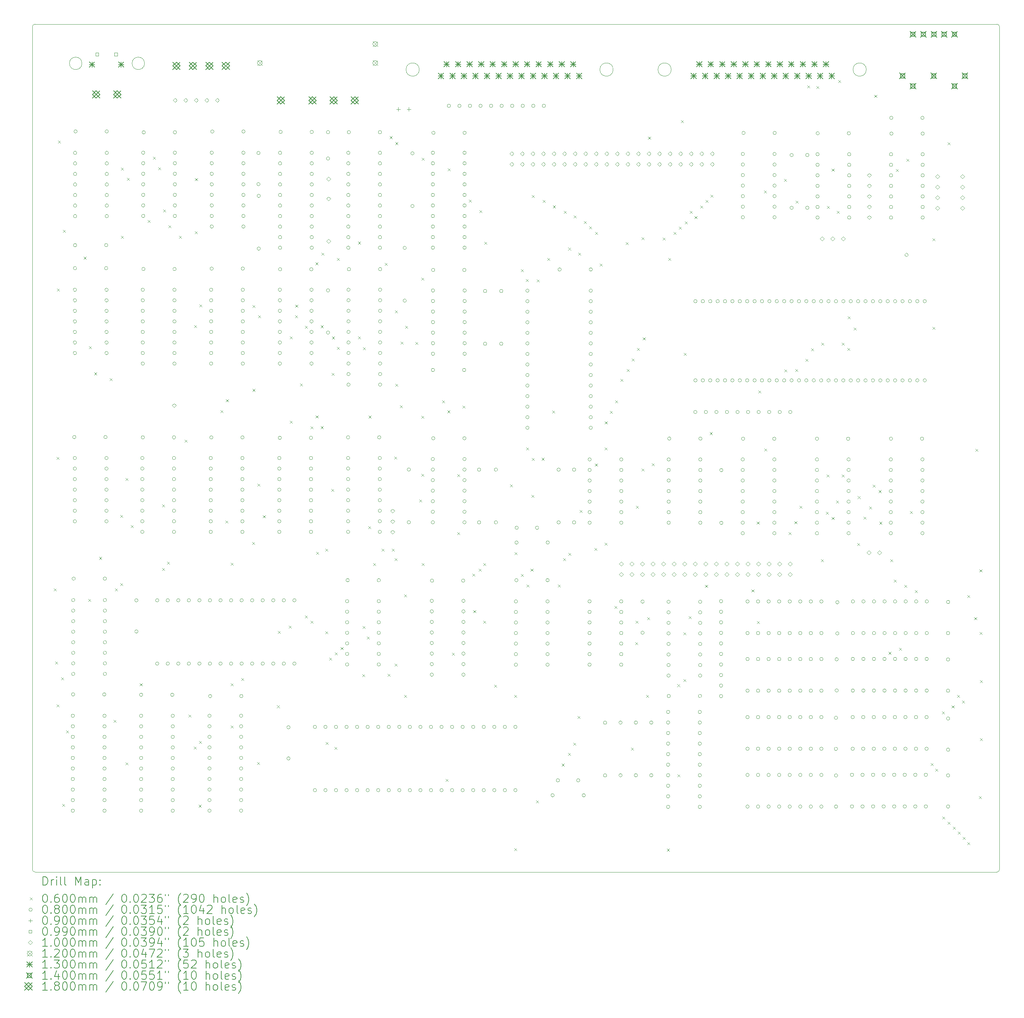
<source format=gbr>
%TF.GenerationSoftware,KiCad,Pcbnew,8.0.1*%
%TF.CreationDate,2024-04-12T12:19:00+01:00*%
%TF.ProjectId,TIM-011B,54494d2d-3031-4314-922e-6b696361645f,rev?*%
%TF.SameCoordinates,Original*%
%TF.FileFunction,Drillmap*%
%TF.FilePolarity,Positive*%
%FSLAX45Y45*%
G04 Gerber Fmt 4.5, Leading zero omitted, Abs format (unit mm)*
G04 Created by KiCad (PCBNEW 8.0.1) date 2024-04-12 12:19:00*
%MOMM*%
%LPD*%
G01*
G04 APERTURE LIST*
%ADD10C,0.050000*%
%ADD11C,0.200000*%
%ADD12C,0.100000*%
%ADD13C,0.120000*%
%ADD14C,0.130000*%
%ADD15C,0.140000*%
%ADD16C,0.180000*%
G04 APERTURE END LIST*
D10*
X32442000Y-3389000D02*
X32442000Y-23683000D01*
X9163000Y-3389000D02*
G75*
G02*
X9227000Y-3325000I64000J0D01*
G01*
X32378000Y-23747000D02*
X9227255Y-23746745D01*
X9227000Y-3325000D02*
X32378000Y-3325000D01*
X32442000Y-23683000D02*
G75*
G02*
X32378000Y-23747000I-64000J0D01*
G01*
X32378000Y-3325000D02*
G75*
G02*
X32442000Y-3389000I0J-64000D01*
G01*
X23142508Y-4419000D02*
G75*
G02*
X22822508Y-4419000I-160000J0D01*
G01*
X22822508Y-4419000D02*
G75*
G02*
X23142508Y-4419000I160000J0D01*
G01*
X29235508Y-4419000D02*
G75*
G02*
X28915508Y-4419000I-160000J0D01*
G01*
X28915508Y-4419000D02*
G75*
G02*
X29235508Y-4419000I160000J0D01*
G01*
X24540508Y-4419000D02*
G75*
G02*
X24220508Y-4419000I-160000J0D01*
G01*
X24220508Y-4419000D02*
G75*
G02*
X24540508Y-4419000I160000J0D01*
G01*
X9227255Y-23746745D02*
G75*
G02*
X9163255Y-23682745I-5J63995D01*
G01*
X9163255Y-23682745D02*
X9163000Y-3389000D01*
X18476508Y-4419000D02*
G75*
G02*
X18156508Y-4419000I-160000J0D01*
G01*
X18156508Y-4419000D02*
G75*
G02*
X18476508Y-4419000I160000J0D01*
G01*
X10356500Y-4269000D02*
G75*
G02*
X10056500Y-4269000I-150000J0D01*
G01*
X10056500Y-4269000D02*
G75*
G02*
X10356500Y-4269000I150000J0D01*
G01*
X11863500Y-4269000D02*
G75*
G02*
X11563500Y-4269000I-150000J0D01*
G01*
X11563500Y-4269000D02*
G75*
G02*
X11863500Y-4269000I150000J0D01*
G01*
D11*
D12*
X9678000Y-16914000D02*
X9738000Y-16974000D01*
X9738000Y-16914000D02*
X9678000Y-16974000D01*
X9716000Y-18675000D02*
X9776000Y-18735000D01*
X9776000Y-18675000D02*
X9716000Y-18735000D01*
X9744000Y-19711000D02*
X9804000Y-19771000D01*
X9804000Y-19711000D02*
X9744000Y-19771000D01*
X9747000Y-13747000D02*
X9807000Y-13807000D01*
X9807000Y-13747000D02*
X9747000Y-13807000D01*
X9759000Y-9695000D02*
X9819000Y-9755000D01*
X9819000Y-9695000D02*
X9759000Y-9755000D01*
X9783000Y-6128000D02*
X9843000Y-6188000D01*
X9843000Y-6128000D02*
X9783000Y-6188000D01*
X9859000Y-19061000D02*
X9919000Y-19121000D01*
X9919000Y-19061000D02*
X9859000Y-19121000D01*
X9879000Y-22106000D02*
X9939000Y-22166000D01*
X9939000Y-22106000D02*
X9879000Y-22166000D01*
X9900000Y-8283000D02*
X9960000Y-8343000D01*
X9960000Y-8283000D02*
X9900000Y-8343000D01*
X9979000Y-20336000D02*
X10039000Y-20396000D01*
X10039000Y-20336000D02*
X9979000Y-20396000D01*
X10400000Y-8928000D02*
X10460000Y-8988000D01*
X10460000Y-8928000D02*
X10400000Y-8988000D01*
X10512000Y-17169000D02*
X10572000Y-17229000D01*
X10572000Y-17169000D02*
X10512000Y-17229000D01*
X10524000Y-11081000D02*
X10584000Y-11141000D01*
X10584000Y-11081000D02*
X10524000Y-11141000D01*
X10654000Y-11714000D02*
X10714000Y-11774000D01*
X10714000Y-11714000D02*
X10654000Y-11774000D01*
X10769000Y-16159000D02*
X10829000Y-16219000D01*
X10829000Y-16159000D02*
X10769000Y-16219000D01*
X11029000Y-11857000D02*
X11089000Y-11917000D01*
X11089000Y-11857000D02*
X11029000Y-11917000D01*
X11117000Y-20082000D02*
X11177000Y-20142000D01*
X11177000Y-20082000D02*
X11117000Y-20142000D01*
X11155000Y-16920000D02*
X11215000Y-16980000D01*
X11215000Y-16920000D02*
X11155000Y-16980000D01*
X11277000Y-15145000D02*
X11337000Y-15205000D01*
X11337000Y-15145000D02*
X11277000Y-15205000D01*
X11282000Y-16788000D02*
X11342000Y-16848000D01*
X11342000Y-16788000D02*
X11282000Y-16848000D01*
X11293000Y-8425000D02*
X11353000Y-8485000D01*
X11353000Y-8425000D02*
X11293000Y-8485000D01*
X11299000Y-6781000D02*
X11359000Y-6841000D01*
X11359000Y-6781000D02*
X11299000Y-6841000D01*
X11406000Y-21105000D02*
X11466000Y-21165000D01*
X11466000Y-21105000D02*
X11406000Y-21165000D01*
X11410000Y-14261000D02*
X11470000Y-14321000D01*
X11470000Y-14261000D02*
X11410000Y-14321000D01*
X11437000Y-7028000D02*
X11497000Y-7088000D01*
X11497000Y-7028000D02*
X11437000Y-7088000D01*
X11531000Y-15394000D02*
X11591000Y-15454000D01*
X11591000Y-15394000D02*
X11531000Y-15454000D01*
X11750000Y-19201000D02*
X11810000Y-19261000D01*
X11810000Y-19201000D02*
X11750000Y-19261000D01*
X11938000Y-8046000D02*
X11998000Y-8106000D01*
X11998000Y-8046000D02*
X11938000Y-8106000D01*
X12069000Y-6519000D02*
X12129000Y-6579000D01*
X12129000Y-6519000D02*
X12069000Y-6579000D01*
X12192000Y-6773000D02*
X12252000Y-6833000D01*
X12252000Y-6773000D02*
X12192000Y-6833000D01*
X12290000Y-16424000D02*
X12350000Y-16484000D01*
X12350000Y-16424000D02*
X12290000Y-16484000D01*
X12291000Y-14894000D02*
X12351000Y-14954000D01*
X12351000Y-14894000D02*
X12291000Y-14954000D01*
X12315000Y-7786000D02*
X12375000Y-7846000D01*
X12375000Y-7786000D02*
X12315000Y-7846000D01*
X12407000Y-16273000D02*
X12467000Y-16333000D01*
X12467000Y-16273000D02*
X12407000Y-16333000D01*
X12436000Y-8171000D02*
X12496000Y-8231000D01*
X12496000Y-8171000D02*
X12436000Y-8231000D01*
X12691000Y-8427000D02*
X12751000Y-8487000D01*
X12751000Y-8427000D02*
X12691000Y-8487000D01*
X12826000Y-13337000D02*
X12886000Y-13397000D01*
X12886000Y-13337000D02*
X12826000Y-13397000D01*
X12919000Y-19956000D02*
X12979000Y-20016000D01*
X12979000Y-19956000D02*
X12919000Y-20016000D01*
X13053000Y-20724000D02*
X13113000Y-20784000D01*
X13113000Y-20724000D02*
X13053000Y-20784000D01*
X13057000Y-10576000D02*
X13117000Y-10636000D01*
X13117000Y-10576000D02*
X13057000Y-10636000D01*
X13075000Y-8311000D02*
X13135000Y-8371000D01*
X13135000Y-8311000D02*
X13075000Y-8371000D01*
X13079000Y-7033000D02*
X13139000Y-7093000D01*
X13139000Y-7033000D02*
X13079000Y-7093000D01*
X13169000Y-22128000D02*
X13229000Y-22188000D01*
X13229000Y-22128000D02*
X13169000Y-22188000D01*
X13179000Y-20592000D02*
X13239000Y-20652000D01*
X13239000Y-20592000D02*
X13179000Y-20652000D01*
X13183000Y-10076000D02*
X13243000Y-10136000D01*
X13243000Y-10076000D02*
X13183000Y-10136000D01*
X13696000Y-12624000D02*
X13756000Y-12684000D01*
X13756000Y-12624000D02*
X13696000Y-12684000D01*
X13810000Y-15283000D02*
X13870000Y-15343000D01*
X13870000Y-15283000D02*
X13810000Y-15343000D01*
X13824000Y-12360000D02*
X13884000Y-12420000D01*
X13884000Y-12360000D02*
X13824000Y-12420000D01*
X13936000Y-20222000D02*
X13996000Y-20282000D01*
X13996000Y-20222000D02*
X13936000Y-20282000D01*
X13939000Y-16300000D02*
X13999000Y-16360000D01*
X13999000Y-16300000D02*
X13939000Y-16360000D01*
X13939000Y-19201000D02*
X13999000Y-19261000D01*
X13999000Y-19201000D02*
X13939000Y-19261000D01*
X14193000Y-19074000D02*
X14253000Y-19134000D01*
X14253000Y-19074000D02*
X14193000Y-19134000D01*
X14457000Y-15798000D02*
X14517000Y-15858000D01*
X14517000Y-15798000D02*
X14457000Y-15858000D01*
X14463000Y-12112000D02*
X14523000Y-12172000D01*
X14523000Y-12112000D02*
X14463000Y-12172000D01*
X14465000Y-10091000D02*
X14525000Y-10151000D01*
X14525000Y-10091000D02*
X14465000Y-10151000D01*
X14574000Y-21100000D02*
X14634000Y-21160000D01*
X14634000Y-21100000D02*
X14574000Y-21160000D01*
X14585000Y-14396000D02*
X14645000Y-14456000D01*
X14645000Y-14396000D02*
X14585000Y-14456000D01*
X14598000Y-10338000D02*
X14658000Y-10398000D01*
X14658000Y-10338000D02*
X14598000Y-10398000D01*
X14713000Y-15156000D02*
X14773000Y-15216000D01*
X14773000Y-15156000D02*
X14713000Y-15216000D01*
X15052000Y-19732000D02*
X15112000Y-19792000D01*
X15112000Y-19732000D02*
X15052000Y-19792000D01*
X15076000Y-17944218D02*
X15136000Y-18004218D01*
X15136000Y-17944218D02*
X15076000Y-18004218D01*
X15338000Y-17815000D02*
X15398000Y-17875000D01*
X15398000Y-17815000D02*
X15338000Y-17875000D01*
X15360000Y-12879000D02*
X15420000Y-12939000D01*
X15420000Y-12879000D02*
X15360000Y-12939000D01*
X15361000Y-10847000D02*
X15421000Y-10907000D01*
X15421000Y-10847000D02*
X15361000Y-10907000D01*
X15489000Y-10339000D02*
X15549000Y-10399000D01*
X15549000Y-10339000D02*
X15489000Y-10399000D01*
X15492000Y-10084000D02*
X15552000Y-10144000D01*
X15552000Y-10084000D02*
X15492000Y-10144000D01*
X15605000Y-11981000D02*
X15665000Y-12041000D01*
X15665000Y-11981000D02*
X15605000Y-12041000D01*
X15722000Y-10589000D02*
X15782000Y-10649000D01*
X15782000Y-10589000D02*
X15722000Y-10649000D01*
X15722000Y-17568000D02*
X15782000Y-17628000D01*
X15782000Y-17568000D02*
X15722000Y-17628000D01*
X15857000Y-17698000D02*
X15917000Y-17758000D01*
X15917000Y-17698000D02*
X15857000Y-17758000D01*
X15863000Y-13014000D02*
X15923000Y-13074000D01*
X15923000Y-13014000D02*
X15863000Y-13074000D01*
X15982000Y-9064000D02*
X16042000Y-9124000D01*
X16042000Y-9064000D02*
X15982000Y-9124000D01*
X15983000Y-12752000D02*
X16043000Y-12812000D01*
X16043000Y-12752000D02*
X15983000Y-12812000D01*
X15997400Y-16035500D02*
X16057400Y-16095500D01*
X16057400Y-16035500D02*
X15997400Y-16095500D01*
X16106000Y-10579000D02*
X16166000Y-10639000D01*
X16166000Y-10579000D02*
X16106000Y-10639000D01*
X16107000Y-13009000D02*
X16167000Y-13069000D01*
X16167000Y-13009000D02*
X16107000Y-13069000D01*
X16119000Y-8833000D02*
X16179000Y-8893000D01*
X16179000Y-8833000D02*
X16119000Y-8893000D01*
X16218000Y-15963000D02*
X16278000Y-16023000D01*
X16278000Y-15963000D02*
X16218000Y-16023000D01*
X16218000Y-17953200D02*
X16278000Y-18013200D01*
X16278000Y-17953200D02*
X16218000Y-18013200D01*
X16222000Y-20613000D02*
X16282000Y-20673000D01*
X16282000Y-20613000D02*
X16222000Y-20673000D01*
X16312000Y-18582000D02*
X16372000Y-18642000D01*
X16372000Y-18582000D02*
X16312000Y-18642000D01*
X16361000Y-14524000D02*
X16421000Y-14584000D01*
X16421000Y-14524000D02*
X16361000Y-14584000D01*
X16367000Y-11725000D02*
X16427000Y-11785000D01*
X16427000Y-11725000D02*
X16367000Y-11785000D01*
X16373000Y-10850000D02*
X16433000Y-10910000D01*
X16433000Y-10850000D02*
X16373000Y-10910000D01*
X16436000Y-20738000D02*
X16496000Y-20798000D01*
X16496000Y-20738000D02*
X16436000Y-20798000D01*
X16447000Y-18457000D02*
X16507000Y-18517000D01*
X16507000Y-18457000D02*
X16447000Y-18517000D01*
X16496000Y-8954000D02*
X16556000Y-9014000D01*
X16556000Y-8954000D02*
X16496000Y-9014000D01*
X16496000Y-11101000D02*
X16556000Y-11161000D01*
X16556000Y-11101000D02*
X16496000Y-11161000D01*
X16584000Y-18334000D02*
X16644000Y-18394000D01*
X16644000Y-18334000D02*
X16584000Y-18394000D01*
X17000000Y-8564000D02*
X17060000Y-8624000D01*
X17060000Y-8564000D02*
X17000000Y-8624000D01*
X17003000Y-10849000D02*
X17063000Y-10909000D01*
X17063000Y-10849000D02*
X17003000Y-10909000D01*
X17107000Y-18980000D02*
X17167000Y-19040000D01*
X17167000Y-18980000D02*
X17107000Y-19040000D01*
X17113000Y-17822000D02*
X17173000Y-17882000D01*
X17173000Y-17822000D02*
X17113000Y-17882000D01*
X17122000Y-11107000D02*
X17182000Y-11167000D01*
X17182000Y-11107000D02*
X17122000Y-11167000D01*
X17214000Y-18076000D02*
X17274000Y-18136000D01*
X17274000Y-18076000D02*
X17214000Y-18136000D01*
X17247000Y-15416000D02*
X17307000Y-15476000D01*
X17307000Y-15416000D02*
X17247000Y-15476000D01*
X17258000Y-12755000D02*
X17318000Y-12815000D01*
X17318000Y-12755000D02*
X17258000Y-12815000D01*
X17368000Y-16305000D02*
X17428000Y-16365000D01*
X17428000Y-16305000D02*
X17368000Y-16365000D01*
X17572200Y-15963000D02*
X17632200Y-16023000D01*
X17632200Y-15963000D02*
X17572200Y-16023000D01*
X17643000Y-9076000D02*
X17703000Y-9136000D01*
X17703000Y-9076000D02*
X17643000Y-9136000D01*
X17717000Y-18973000D02*
X17777000Y-19033000D01*
X17777000Y-18973000D02*
X17717000Y-19033000D01*
X17765000Y-6024000D02*
X17825000Y-6084000D01*
X17825000Y-6024000D02*
X17765000Y-6084000D01*
X17813500Y-15963000D02*
X17873500Y-16023000D01*
X17873500Y-15963000D02*
X17813500Y-16023000D01*
X17875000Y-13744000D02*
X17935000Y-13804000D01*
X17935000Y-13744000D02*
X17875000Y-13804000D01*
X17882000Y-18728000D02*
X17942000Y-18788000D01*
X17942000Y-18728000D02*
X17882000Y-18788000D01*
X17883000Y-16186000D02*
X17943000Y-16246000D01*
X17943000Y-16186000D02*
X17883000Y-16246000D01*
X17893000Y-10218000D02*
X17953000Y-10278000D01*
X17953000Y-10218000D02*
X17893000Y-10278000D01*
X17900000Y-11988000D02*
X17960000Y-12048000D01*
X17960000Y-11988000D02*
X17900000Y-12048000D01*
X17903000Y-6168000D02*
X17963000Y-6228000D01*
X17963000Y-6168000D02*
X17903000Y-6228000D01*
X18013000Y-12505000D02*
X18073000Y-12565000D01*
X18073000Y-12505000D02*
X18013000Y-12565000D01*
X18025000Y-10972000D02*
X18085000Y-11032000D01*
X18085000Y-10972000D02*
X18025000Y-11032000D01*
X18111000Y-17057000D02*
X18171000Y-17117000D01*
X18171000Y-17057000D02*
X18111000Y-17117000D01*
X18113000Y-19483000D02*
X18173000Y-19543000D01*
X18173000Y-19483000D02*
X18113000Y-19543000D01*
X18141000Y-10595000D02*
X18201000Y-10655000D01*
X18201000Y-10595000D02*
X18141000Y-10655000D01*
X18385000Y-10984000D02*
X18445000Y-11044000D01*
X18445000Y-10984000D02*
X18385000Y-11044000D01*
X18473900Y-14778200D02*
X18533900Y-14838200D01*
X18533900Y-14778200D02*
X18473900Y-14838200D01*
X18524000Y-14155900D02*
X18584000Y-14215900D01*
X18584000Y-14155900D02*
X18524000Y-14215900D01*
X18526000Y-12758000D02*
X18586000Y-12818000D01*
X18586000Y-12758000D02*
X18526000Y-12818000D01*
X18527827Y-9432827D02*
X18587827Y-9492827D01*
X18587827Y-9432827D02*
X18527827Y-9492827D01*
X18533000Y-6546000D02*
X18593000Y-6606000D01*
X18593000Y-6546000D02*
X18533000Y-6606000D01*
X18537400Y-16307000D02*
X18597400Y-16367000D01*
X18597400Y-16307000D02*
X18537400Y-16367000D01*
X19029000Y-12383000D02*
X19089000Y-12443000D01*
X19089000Y-12383000D02*
X19029000Y-12443000D01*
X19112000Y-21504000D02*
X19172000Y-21564000D01*
X19172000Y-21504000D02*
X19112000Y-21564000D01*
X19153000Y-12628000D02*
X19213000Y-12688000D01*
X19213000Y-12628000D02*
X19153000Y-12688000D01*
X19159000Y-6796000D02*
X19219000Y-6856000D01*
X19219000Y-6796000D02*
X19159000Y-6856000D01*
X19266000Y-18466000D02*
X19326000Y-18526000D01*
X19326000Y-18466000D02*
X19266000Y-18526000D01*
X19390000Y-14168600D02*
X19450000Y-14228600D01*
X19450000Y-14168600D02*
X19390000Y-14228600D01*
X19390000Y-15565600D02*
X19450000Y-15625600D01*
X19450000Y-15565600D02*
X19390000Y-15625600D01*
X19519000Y-12511000D02*
X19579000Y-12571000D01*
X19579000Y-12511000D02*
X19519000Y-12571000D01*
X19668513Y-7548695D02*
X19728513Y-7608695D01*
X19728513Y-7548695D02*
X19668513Y-7608695D01*
X19758000Y-16562000D02*
X19818000Y-16622000D01*
X19818000Y-16562000D02*
X19758000Y-16622000D01*
X19776000Y-17444000D02*
X19836000Y-17504000D01*
X19836000Y-17444000D02*
X19776000Y-17504000D01*
X19910000Y-16444000D02*
X19970000Y-16504000D01*
X19970000Y-16444000D02*
X19910000Y-16504000D01*
X19927000Y-7805000D02*
X19987000Y-7865000D01*
X19987000Y-7805000D02*
X19927000Y-7865000D01*
X20016000Y-17697000D02*
X20076000Y-17757000D01*
X20076000Y-17697000D02*
X20016000Y-17757000D01*
X20021000Y-16307000D02*
X20081000Y-16367000D01*
X20081000Y-16307000D02*
X20021000Y-16367000D01*
X20042000Y-8569000D02*
X20102000Y-8629000D01*
X20102000Y-8569000D02*
X20042000Y-8629000D01*
X20279000Y-19237000D02*
X20339000Y-19297000D01*
X20339000Y-19237000D02*
X20279000Y-19297000D01*
X20662000Y-14411000D02*
X20722000Y-14471000D01*
X20722000Y-14411000D02*
X20662000Y-14471000D01*
X20759000Y-19484000D02*
X20819000Y-19544000D01*
X20819000Y-19484000D02*
X20759000Y-19544000D01*
X20761000Y-23174000D02*
X20821000Y-23234000D01*
X20821000Y-23174000D02*
X20761000Y-23234000D01*
X20774000Y-16045000D02*
X20834000Y-16105000D01*
X20834000Y-16045000D02*
X20774000Y-16105000D01*
X20924000Y-9226000D02*
X20984000Y-9286000D01*
X20984000Y-9226000D02*
X20924000Y-9286000D01*
X20925000Y-16570000D02*
X20985000Y-16630000D01*
X20985000Y-16570000D02*
X20925000Y-16630000D01*
X21041000Y-9466000D02*
X21101000Y-9526000D01*
X21101000Y-9466000D02*
X21041000Y-9526000D01*
X21049000Y-13524000D02*
X21109000Y-13584000D01*
X21109000Y-13524000D02*
X21049000Y-13584000D01*
X21055000Y-16826000D02*
X21115000Y-16886000D01*
X21115000Y-16826000D02*
X21055000Y-16886000D01*
X21156000Y-16439000D02*
X21216000Y-16499000D01*
X21216000Y-16439000D02*
X21156000Y-16499000D01*
X21178000Y-14668000D02*
X21238000Y-14728000D01*
X21238000Y-14668000D02*
X21178000Y-14728000D01*
X21188000Y-13777000D02*
X21248000Y-13837000D01*
X21248000Y-13777000D02*
X21188000Y-13837000D01*
X21189000Y-7439000D02*
X21249000Y-7499000D01*
X21249000Y-7439000D02*
X21189000Y-7499000D01*
X21290000Y-22023000D02*
X21350000Y-22083000D01*
X21350000Y-22023000D02*
X21290000Y-22083000D01*
X21305000Y-9474000D02*
X21365000Y-9534000D01*
X21365000Y-9474000D02*
X21305000Y-9534000D01*
X21423000Y-13771000D02*
X21483000Y-13831000D01*
X21483000Y-13771000D02*
X21423000Y-13831000D01*
X21447000Y-7563000D02*
X21507000Y-7623000D01*
X21507000Y-7563000D02*
X21447000Y-7623000D01*
X21560000Y-8954000D02*
X21620000Y-9014000D01*
X21620000Y-8954000D02*
X21560000Y-9014000D01*
X21677000Y-12632000D02*
X21737000Y-12692000D01*
X21737000Y-12632000D02*
X21677000Y-12692000D01*
X21696000Y-7692000D02*
X21756000Y-7752000D01*
X21756000Y-7692000D02*
X21696000Y-7752000D01*
X21811000Y-16821000D02*
X21871000Y-16881000D01*
X21871000Y-16821000D02*
X21811000Y-16881000D01*
X21903000Y-21137000D02*
X21963000Y-21197000D01*
X21963000Y-21137000D02*
X21903000Y-21197000D01*
X21940000Y-16192000D02*
X22000000Y-16252000D01*
X22000000Y-16192000D02*
X21940000Y-16252000D01*
X21955000Y-7821000D02*
X22015000Y-7881000D01*
X22015000Y-7821000D02*
X21955000Y-7881000D01*
X22055000Y-20882000D02*
X22115000Y-20942000D01*
X22115000Y-20882000D02*
X22055000Y-20942000D01*
X22062000Y-8708000D02*
X22122000Y-8768000D01*
X22122000Y-8708000D02*
X22062000Y-8768000D01*
X22064000Y-16060000D02*
X22124000Y-16120000D01*
X22124000Y-16060000D02*
X22064000Y-16120000D01*
X22183000Y-20630000D02*
X22243000Y-20690000D01*
X22243000Y-20630000D02*
X22183000Y-20690000D01*
X22190000Y-7935000D02*
X22250000Y-7995000D01*
X22250000Y-7935000D02*
X22190000Y-7995000D01*
X22285000Y-19989000D02*
X22345000Y-20049000D01*
X22345000Y-19989000D02*
X22285000Y-20049000D01*
X22306000Y-8834000D02*
X22366000Y-8894000D01*
X22366000Y-8834000D02*
X22306000Y-8894000D01*
X22334700Y-15032200D02*
X22394700Y-15092200D01*
X22394700Y-15032200D02*
X22334700Y-15092200D01*
X22439000Y-8070000D02*
X22499000Y-8130000D01*
X22499000Y-8070000D02*
X22439000Y-8130000D01*
X22569000Y-8192000D02*
X22629000Y-8252000D01*
X22629000Y-8192000D02*
X22569000Y-8252000D01*
X22690000Y-15939000D02*
X22750000Y-15999000D01*
X22750000Y-15939000D02*
X22690000Y-15999000D01*
X22705349Y-13912725D02*
X22765349Y-13972725D01*
X22765349Y-13912725D02*
X22705349Y-13972725D01*
X22711000Y-8329000D02*
X22771000Y-8389000D01*
X22771000Y-8329000D02*
X22711000Y-8389000D01*
X22819000Y-9095000D02*
X22879000Y-9155000D01*
X22879000Y-9095000D02*
X22819000Y-9155000D01*
X22936000Y-13524000D02*
X22996000Y-13584000D01*
X22996000Y-13524000D02*
X22936000Y-13584000D01*
X22938000Y-15816000D02*
X22998000Y-15876000D01*
X22998000Y-15816000D02*
X22938000Y-15876000D01*
X22943000Y-12893000D02*
X23003000Y-12953000D01*
X23003000Y-12893000D02*
X22943000Y-12953000D01*
X23068000Y-12637000D02*
X23128000Y-12697000D01*
X23128000Y-12637000D02*
X23068000Y-12697000D01*
X23174366Y-17336685D02*
X23234366Y-17396685D01*
X23234366Y-17336685D02*
X23174366Y-17396685D01*
X23189000Y-12388000D02*
X23249000Y-12448000D01*
X23249000Y-12388000D02*
X23189000Y-12448000D01*
X23323000Y-11869900D02*
X23383000Y-11929900D01*
X23383000Y-11869900D02*
X23323000Y-11929900D01*
X23450000Y-8576000D02*
X23510000Y-8636000D01*
X23510000Y-8576000D02*
X23450000Y-8636000D01*
X23472000Y-11634000D02*
X23532000Y-11694000D01*
X23532000Y-11634000D02*
X23472000Y-11694000D01*
X23577000Y-20755000D02*
X23637000Y-20815000D01*
X23637000Y-20755000D02*
X23577000Y-20815000D01*
X23592000Y-11376000D02*
X23652000Y-11436000D01*
X23652000Y-11376000D02*
X23592000Y-11436000D01*
X23676000Y-18211000D02*
X23736000Y-18271000D01*
X23736000Y-18211000D02*
X23676000Y-18271000D01*
X23684000Y-17699000D02*
X23744000Y-17759000D01*
X23744000Y-17699000D02*
X23684000Y-17759000D01*
X23695000Y-14925000D02*
X23755000Y-14985000D01*
X23755000Y-14925000D02*
X23695000Y-14985000D01*
X23714000Y-11127000D02*
X23774000Y-11187000D01*
X23774000Y-11127000D02*
X23714000Y-11187000D01*
X23825000Y-14028000D02*
X23885000Y-14088000D01*
X23885000Y-14028000D02*
X23825000Y-14088000D01*
X23830000Y-8455000D02*
X23890000Y-8515000D01*
X23890000Y-8455000D02*
X23830000Y-8515000D01*
X23857000Y-10870000D02*
X23917000Y-10930000D01*
X23917000Y-10870000D02*
X23857000Y-10930000D01*
X23937000Y-19479000D02*
X23997000Y-19539000D01*
X23997000Y-19479000D02*
X23937000Y-19539000D01*
X23964000Y-17609000D02*
X24024000Y-17669000D01*
X24024000Y-17609000D02*
X23964000Y-17669000D01*
X23984000Y-6036000D02*
X24044000Y-6096000D01*
X24044000Y-6036000D02*
X23984000Y-6096000D01*
X24076000Y-13902000D02*
X24136000Y-13962000D01*
X24136000Y-13902000D02*
X24076000Y-13962000D01*
X24335000Y-8464000D02*
X24395000Y-8524000D01*
X24395000Y-8464000D02*
X24335000Y-8524000D01*
X24435000Y-23186000D02*
X24495000Y-23246000D01*
X24495000Y-23186000D02*
X24435000Y-23246000D01*
X24468000Y-8957000D02*
X24528000Y-9017000D01*
X24528000Y-8957000D02*
X24468000Y-9017000D01*
X24596000Y-8332000D02*
X24656000Y-8392000D01*
X24656000Y-8332000D02*
X24596000Y-8392000D01*
X24687000Y-19224000D02*
X24747000Y-19284000D01*
X24747000Y-19224000D02*
X24687000Y-19284000D01*
X24693000Y-21398000D02*
X24753000Y-21458000D01*
X24753000Y-21398000D02*
X24693000Y-21458000D01*
X24723000Y-8203000D02*
X24783000Y-8263000D01*
X24783000Y-8203000D02*
X24723000Y-8263000D01*
X24772000Y-5641000D02*
X24832000Y-5701000D01*
X24832000Y-5641000D02*
X24772000Y-5701000D01*
X24833000Y-17977000D02*
X24893000Y-18037000D01*
X24893000Y-17977000D02*
X24833000Y-18037000D01*
X24834000Y-19100000D02*
X24894000Y-19160000D01*
X24894000Y-19100000D02*
X24834000Y-19160000D01*
X24847000Y-11240000D02*
X24907000Y-11300000D01*
X24907000Y-11240000D02*
X24847000Y-11300000D01*
X24867000Y-8078000D02*
X24927000Y-8138000D01*
X24927000Y-8078000D02*
X24867000Y-8138000D01*
X24959000Y-17585000D02*
X25019000Y-17645000D01*
X25019000Y-17585000D02*
X24959000Y-17645000D01*
X24990000Y-7821000D02*
X25050000Y-7881000D01*
X25050000Y-7821000D02*
X24990000Y-7881000D01*
X25102000Y-7951000D02*
X25162000Y-8011000D01*
X25162000Y-7951000D02*
X25102000Y-8011000D01*
X25238000Y-7699000D02*
X25298000Y-7759000D01*
X25298000Y-7699000D02*
X25238000Y-7759000D01*
X25356000Y-16832000D02*
X25416000Y-16892000D01*
X25416000Y-16832000D02*
X25356000Y-16892000D01*
X25365000Y-7562000D02*
X25425000Y-7622000D01*
X25425000Y-7562000D02*
X25365000Y-7622000D01*
X25469000Y-13153000D02*
X25529000Y-13213000D01*
X25529000Y-13153000D02*
X25469000Y-13213000D01*
X25485000Y-7436000D02*
X25545000Y-7496000D01*
X25545000Y-7436000D02*
X25485000Y-7496000D01*
X26473000Y-16943000D02*
X26533000Y-17003000D01*
X26533000Y-16943000D02*
X26473000Y-17003000D01*
X26600000Y-15304000D02*
X26660000Y-15364000D01*
X26660000Y-15304000D02*
X26600000Y-15364000D01*
X26604000Y-17703000D02*
X26664000Y-17763000D01*
X26664000Y-17703000D02*
X26604000Y-17763000D01*
X26641000Y-12150000D02*
X26701000Y-12210000D01*
X26701000Y-12150000D02*
X26641000Y-12210000D01*
X26771000Y-7331000D02*
X26831000Y-7391000D01*
X26831000Y-7331000D02*
X26771000Y-7391000D01*
X26780000Y-13550000D02*
X26840000Y-13610000D01*
X26840000Y-13550000D02*
X26780000Y-13610000D01*
X27256000Y-7055000D02*
X27316000Y-7115000D01*
X27316000Y-7055000D02*
X27256000Y-7115000D01*
X27266000Y-11640000D02*
X27326000Y-11700000D01*
X27326000Y-11640000D02*
X27266000Y-11700000D01*
X27368000Y-15564000D02*
X27428000Y-15624000D01*
X27428000Y-15564000D02*
X27368000Y-15624000D01*
X27506000Y-15303000D02*
X27566000Y-15363000D01*
X27566000Y-15303000D02*
X27506000Y-15363000D01*
X27529000Y-11636000D02*
X27589000Y-11696000D01*
X27589000Y-11636000D02*
X27529000Y-11696000D01*
X27536000Y-7580000D02*
X27596000Y-7640000D01*
X27596000Y-7580000D02*
X27536000Y-7640000D01*
X27629000Y-14925000D02*
X27689000Y-14985000D01*
X27689000Y-14925000D02*
X27629000Y-14985000D01*
X27774000Y-11389000D02*
X27834000Y-11449000D01*
X27834000Y-11389000D02*
X27774000Y-11449000D01*
X27819000Y-4804000D02*
X27879000Y-4864000D01*
X27879000Y-4804000D02*
X27819000Y-4864000D01*
X27910000Y-11131000D02*
X27970000Y-11191000D01*
X27970000Y-11131000D02*
X27910000Y-11191000D01*
X28037000Y-4821000D02*
X28097000Y-4881000D01*
X28097000Y-4821000D02*
X28037000Y-4881000D01*
X28149000Y-16213000D02*
X28209000Y-16273000D01*
X28209000Y-16213000D02*
X28149000Y-16273000D01*
X28155000Y-11001000D02*
X28215000Y-11061000D01*
X28215000Y-11001000D02*
X28155000Y-11061000D01*
X28262000Y-15067000D02*
X28322000Y-15127000D01*
X28322000Y-15067000D02*
X28262000Y-15127000D01*
X28281000Y-14174000D02*
X28341000Y-14234000D01*
X28341000Y-14174000D02*
X28281000Y-14234000D01*
X28287000Y-7702000D02*
X28347000Y-7762000D01*
X28347000Y-7702000D02*
X28287000Y-7762000D01*
X28404000Y-6808000D02*
X28464000Y-6868000D01*
X28464000Y-6808000D02*
X28404000Y-6868000D01*
X28404000Y-15194000D02*
X28464000Y-15254000D01*
X28464000Y-15194000D02*
X28404000Y-15254000D01*
X28513000Y-14799000D02*
X28573000Y-14859000D01*
X28573000Y-14799000D02*
X28513000Y-14859000D01*
X28525000Y-7824000D02*
X28585000Y-7884000D01*
X28585000Y-7824000D02*
X28525000Y-7884000D01*
X28563542Y-4673737D02*
X28623542Y-4733737D01*
X28623542Y-4673737D02*
X28563542Y-4733737D01*
X28645981Y-14174465D02*
X28705981Y-14234465D01*
X28705981Y-14174465D02*
X28645981Y-14234465D01*
X28647000Y-11000000D02*
X28707000Y-11060000D01*
X28707000Y-11000000D02*
X28647000Y-11060000D01*
X28782000Y-11126000D02*
X28842000Y-11186000D01*
X28842000Y-11126000D02*
X28782000Y-11186000D01*
X28787000Y-10366000D02*
X28847000Y-10426000D01*
X28847000Y-10366000D02*
X28787000Y-10426000D01*
X28933000Y-10635000D02*
X28993000Y-10695000D01*
X28993000Y-10635000D02*
X28933000Y-10695000D01*
X29014000Y-15822000D02*
X29074000Y-15882000D01*
X29074000Y-15822000D02*
X29014000Y-15882000D01*
X29030000Y-14694000D02*
X29090000Y-14754000D01*
X29090000Y-14694000D02*
X29030000Y-14754000D01*
X29172000Y-15186000D02*
X29232000Y-15246000D01*
X29232000Y-15186000D02*
X29172000Y-15246000D01*
X29304000Y-14941000D02*
X29364000Y-15001000D01*
X29364000Y-14941000D02*
X29304000Y-15001000D01*
X29391000Y-14421000D02*
X29451000Y-14481000D01*
X29451000Y-14421000D02*
X29391000Y-14481000D01*
X29428000Y-5026000D02*
X29488000Y-5086000D01*
X29488000Y-5026000D02*
X29428000Y-5086000D01*
X29532000Y-14550000D02*
X29592000Y-14610000D01*
X29592000Y-14550000D02*
X29532000Y-14610000D01*
X29552000Y-15312000D02*
X29612000Y-15372000D01*
X29612000Y-15312000D02*
X29552000Y-15372000D01*
X29768000Y-18445000D02*
X29828000Y-18505000D01*
X29828000Y-18445000D02*
X29768000Y-18505000D01*
X29816000Y-16211000D02*
X29876000Y-16271000D01*
X29876000Y-16211000D02*
X29816000Y-16271000D01*
X29898000Y-16705000D02*
X29958000Y-16765000D01*
X29958000Y-16705000D02*
X29898000Y-16765000D01*
X29945000Y-6819000D02*
X30005000Y-6879000D01*
X30005000Y-6819000D02*
X29945000Y-6879000D01*
X30024000Y-18347000D02*
X30084000Y-18407000D01*
X30084000Y-18347000D02*
X30024000Y-18407000D01*
X30154000Y-16830000D02*
X30214000Y-16890000D01*
X30214000Y-16830000D02*
X30154000Y-16890000D01*
X30204000Y-6568000D02*
X30264000Y-6628000D01*
X30264000Y-6568000D02*
X30204000Y-6628000D01*
X30289000Y-15055000D02*
X30349000Y-15115000D01*
X30349000Y-15055000D02*
X30289000Y-15115000D01*
X30407000Y-16960000D02*
X30467000Y-17020000D01*
X30467000Y-16960000D02*
X30407000Y-17020000D01*
X30787000Y-21125000D02*
X30847000Y-21185000D01*
X30847000Y-21125000D02*
X30787000Y-21185000D01*
X30829000Y-10616000D02*
X30889000Y-10676000D01*
X30889000Y-10616000D02*
X30829000Y-10676000D01*
X30831000Y-8487000D02*
X30891000Y-8547000D01*
X30891000Y-8487000D02*
X30831000Y-8547000D01*
X30900000Y-21259000D02*
X30960000Y-21319000D01*
X30960000Y-21259000D02*
X30900000Y-21319000D01*
X31059000Y-19883000D02*
X31119000Y-19943000D01*
X31119000Y-19883000D02*
X31059000Y-19943000D01*
X31069945Y-22412000D02*
X31129945Y-22472000D01*
X31129945Y-22412000D02*
X31069945Y-22472000D01*
X31191000Y-6171000D02*
X31251000Y-6231000D01*
X31251000Y-6171000D02*
X31191000Y-6231000D01*
X31193047Y-22538000D02*
X31253047Y-22598000D01*
X31253047Y-22538000D02*
X31193047Y-22598000D01*
X31291000Y-19738000D02*
X31351000Y-19798000D01*
X31351000Y-19738000D02*
X31291000Y-19798000D01*
X31319699Y-22657278D02*
X31379699Y-22717278D01*
X31379699Y-22657278D02*
X31319699Y-22717278D01*
X31422000Y-19485000D02*
X31482000Y-19545000D01*
X31482000Y-19485000D02*
X31422000Y-19545000D01*
X31442062Y-22775293D02*
X31502062Y-22835293D01*
X31502062Y-22775293D02*
X31442062Y-22835293D01*
X31540000Y-19618000D02*
X31600000Y-19678000D01*
X31600000Y-19618000D02*
X31540000Y-19678000D01*
X31553712Y-22903489D02*
X31613712Y-22963489D01*
X31613712Y-22903489D02*
X31553712Y-22963489D01*
X31664000Y-17079000D02*
X31724000Y-17139000D01*
X31724000Y-17079000D02*
X31664000Y-17139000D01*
X31665000Y-23032000D02*
X31725000Y-23092000D01*
X31725000Y-23032000D02*
X31665000Y-23092000D01*
X31833000Y-17608000D02*
X31893000Y-17668000D01*
X31893000Y-17608000D02*
X31833000Y-17668000D01*
X31860000Y-13555000D02*
X31920000Y-13615000D01*
X31920000Y-13555000D02*
X31860000Y-13615000D01*
X31950000Y-21919000D02*
X32010000Y-21979000D01*
X32010000Y-21919000D02*
X31950000Y-21979000D01*
X31960000Y-16459000D02*
X32020000Y-16519000D01*
X32020000Y-16459000D02*
X31960000Y-16519000D01*
X31967000Y-17964000D02*
X32027000Y-18024000D01*
X32027000Y-17964000D02*
X31967000Y-18024000D01*
X31969000Y-19130000D02*
X32029000Y-19190000D01*
X32029000Y-19130000D02*
X31969000Y-19190000D01*
X31971000Y-20525000D02*
X32031000Y-20585000D01*
X32031000Y-20525000D02*
X31971000Y-20585000D01*
X10178000Y-19985000D02*
G75*
G02*
X10098000Y-19985000I-40000J0D01*
G01*
X10098000Y-19985000D02*
G75*
G02*
X10178000Y-19985000I40000J0D01*
G01*
X10178000Y-20239000D02*
G75*
G02*
X10098000Y-20239000I-40000J0D01*
G01*
X10098000Y-20239000D02*
G75*
G02*
X10178000Y-20239000I40000J0D01*
G01*
X10178000Y-20493000D02*
G75*
G02*
X10098000Y-20493000I-40000J0D01*
G01*
X10098000Y-20493000D02*
G75*
G02*
X10178000Y-20493000I40000J0D01*
G01*
X10178000Y-20747000D02*
G75*
G02*
X10098000Y-20747000I-40000J0D01*
G01*
X10098000Y-20747000D02*
G75*
G02*
X10178000Y-20747000I40000J0D01*
G01*
X10178000Y-21001000D02*
G75*
G02*
X10098000Y-21001000I-40000J0D01*
G01*
X10098000Y-21001000D02*
G75*
G02*
X10178000Y-21001000I40000J0D01*
G01*
X10178000Y-21255000D02*
G75*
G02*
X10098000Y-21255000I-40000J0D01*
G01*
X10098000Y-21255000D02*
G75*
G02*
X10178000Y-21255000I40000J0D01*
G01*
X10178000Y-21509000D02*
G75*
G02*
X10098000Y-21509000I-40000J0D01*
G01*
X10098000Y-21509000D02*
G75*
G02*
X10178000Y-21509000I40000J0D01*
G01*
X10178000Y-21763000D02*
G75*
G02*
X10098000Y-21763000I-40000J0D01*
G01*
X10098000Y-21763000D02*
G75*
G02*
X10178000Y-21763000I40000J0D01*
G01*
X10178000Y-22017000D02*
G75*
G02*
X10098000Y-22017000I-40000J0D01*
G01*
X10098000Y-22017000D02*
G75*
G02*
X10178000Y-22017000I40000J0D01*
G01*
X10178000Y-22271000D02*
G75*
G02*
X10098000Y-22271000I-40000J0D01*
G01*
X10098000Y-22271000D02*
G75*
G02*
X10178000Y-22271000I40000J0D01*
G01*
X10184000Y-19469000D02*
G75*
G02*
X10104000Y-19469000I-40000J0D01*
G01*
X10104000Y-19469000D02*
G75*
G02*
X10184000Y-19469000I40000J0D01*
G01*
X10188000Y-17197000D02*
G75*
G02*
X10108000Y-17197000I-40000J0D01*
G01*
X10108000Y-17197000D02*
G75*
G02*
X10188000Y-17197000I40000J0D01*
G01*
X10188000Y-17451000D02*
G75*
G02*
X10108000Y-17451000I-40000J0D01*
G01*
X10108000Y-17451000D02*
G75*
G02*
X10188000Y-17451000I40000J0D01*
G01*
X10188000Y-17705000D02*
G75*
G02*
X10108000Y-17705000I-40000J0D01*
G01*
X10108000Y-17705000D02*
G75*
G02*
X10188000Y-17705000I40000J0D01*
G01*
X10188000Y-17959000D02*
G75*
G02*
X10108000Y-17959000I-40000J0D01*
G01*
X10108000Y-17959000D02*
G75*
G02*
X10188000Y-17959000I40000J0D01*
G01*
X10188000Y-18213000D02*
G75*
G02*
X10108000Y-18213000I-40000J0D01*
G01*
X10108000Y-18213000D02*
G75*
G02*
X10188000Y-18213000I40000J0D01*
G01*
X10188000Y-18467000D02*
G75*
G02*
X10108000Y-18467000I-40000J0D01*
G01*
X10108000Y-18467000D02*
G75*
G02*
X10188000Y-18467000I40000J0D01*
G01*
X10188000Y-18721000D02*
G75*
G02*
X10108000Y-18721000I-40000J0D01*
G01*
X10108000Y-18721000D02*
G75*
G02*
X10188000Y-18721000I40000J0D01*
G01*
X10188000Y-18975000D02*
G75*
G02*
X10108000Y-18975000I-40000J0D01*
G01*
X10108000Y-18975000D02*
G75*
G02*
X10188000Y-18975000I40000J0D01*
G01*
X10198000Y-16680000D02*
G75*
G02*
X10118000Y-16680000I-40000J0D01*
G01*
X10118000Y-16680000D02*
G75*
G02*
X10198000Y-16680000I40000J0D01*
G01*
X10213000Y-13271000D02*
G75*
G02*
X10133000Y-13271000I-40000J0D01*
G01*
X10133000Y-13271000D02*
G75*
G02*
X10213000Y-13271000I40000J0D01*
G01*
X10225000Y-13776000D02*
G75*
G02*
X10145000Y-13776000I-40000J0D01*
G01*
X10145000Y-13776000D02*
G75*
G02*
X10225000Y-13776000I40000J0D01*
G01*
X10225000Y-14030000D02*
G75*
G02*
X10145000Y-14030000I-40000J0D01*
G01*
X10145000Y-14030000D02*
G75*
G02*
X10225000Y-14030000I40000J0D01*
G01*
X10225000Y-14284000D02*
G75*
G02*
X10145000Y-14284000I-40000J0D01*
G01*
X10145000Y-14284000D02*
G75*
G02*
X10225000Y-14284000I40000J0D01*
G01*
X10225000Y-14538000D02*
G75*
G02*
X10145000Y-14538000I-40000J0D01*
G01*
X10145000Y-14538000D02*
G75*
G02*
X10225000Y-14538000I40000J0D01*
G01*
X10225000Y-14792000D02*
G75*
G02*
X10145000Y-14792000I-40000J0D01*
G01*
X10145000Y-14792000D02*
G75*
G02*
X10225000Y-14792000I40000J0D01*
G01*
X10225000Y-15046000D02*
G75*
G02*
X10145000Y-15046000I-40000J0D01*
G01*
X10145000Y-15046000D02*
G75*
G02*
X10225000Y-15046000I40000J0D01*
G01*
X10225000Y-15300000D02*
G75*
G02*
X10145000Y-15300000I-40000J0D01*
G01*
X10145000Y-15300000D02*
G75*
G02*
X10225000Y-15300000I40000J0D01*
G01*
X10227000Y-9724000D02*
G75*
G02*
X10147000Y-9724000I-40000J0D01*
G01*
X10147000Y-9724000D02*
G75*
G02*
X10227000Y-9724000I40000J0D01*
G01*
X10227000Y-9978000D02*
G75*
G02*
X10147000Y-9978000I-40000J0D01*
G01*
X10147000Y-9978000D02*
G75*
G02*
X10227000Y-9978000I40000J0D01*
G01*
X10227000Y-10232000D02*
G75*
G02*
X10147000Y-10232000I-40000J0D01*
G01*
X10147000Y-10232000D02*
G75*
G02*
X10227000Y-10232000I40000J0D01*
G01*
X10227000Y-10486000D02*
G75*
G02*
X10147000Y-10486000I-40000J0D01*
G01*
X10147000Y-10486000D02*
G75*
G02*
X10227000Y-10486000I40000J0D01*
G01*
X10227000Y-10740000D02*
G75*
G02*
X10147000Y-10740000I-40000J0D01*
G01*
X10147000Y-10740000D02*
G75*
G02*
X10227000Y-10740000I40000J0D01*
G01*
X10227000Y-10994000D02*
G75*
G02*
X10147000Y-10994000I-40000J0D01*
G01*
X10147000Y-10994000D02*
G75*
G02*
X10227000Y-10994000I40000J0D01*
G01*
X10227000Y-11248000D02*
G75*
G02*
X10147000Y-11248000I-40000J0D01*
G01*
X10147000Y-11248000D02*
G75*
G02*
X10227000Y-11248000I40000J0D01*
G01*
X10230000Y-9202000D02*
G75*
G02*
X10150000Y-9202000I-40000J0D01*
G01*
X10150000Y-9202000D02*
G75*
G02*
X10230000Y-9202000I40000J0D01*
G01*
X10231400Y-8648700D02*
G75*
G02*
X10151400Y-8648700I-40000J0D01*
G01*
X10151400Y-8648700D02*
G75*
G02*
X10231400Y-8648700I40000J0D01*
G01*
X10232000Y-6424000D02*
G75*
G02*
X10152000Y-6424000I-40000J0D01*
G01*
X10152000Y-6424000D02*
G75*
G02*
X10232000Y-6424000I40000J0D01*
G01*
X10232000Y-6678000D02*
G75*
G02*
X10152000Y-6678000I-40000J0D01*
G01*
X10152000Y-6678000D02*
G75*
G02*
X10232000Y-6678000I40000J0D01*
G01*
X10232000Y-6932000D02*
G75*
G02*
X10152000Y-6932000I-40000J0D01*
G01*
X10152000Y-6932000D02*
G75*
G02*
X10232000Y-6932000I40000J0D01*
G01*
X10232000Y-7186000D02*
G75*
G02*
X10152000Y-7186000I-40000J0D01*
G01*
X10152000Y-7186000D02*
G75*
G02*
X10232000Y-7186000I40000J0D01*
G01*
X10232000Y-7440000D02*
G75*
G02*
X10152000Y-7440000I-40000J0D01*
G01*
X10152000Y-7440000D02*
G75*
G02*
X10232000Y-7440000I40000J0D01*
G01*
X10232000Y-7694000D02*
G75*
G02*
X10152000Y-7694000I-40000J0D01*
G01*
X10152000Y-7694000D02*
G75*
G02*
X10232000Y-7694000I40000J0D01*
G01*
X10232000Y-7948000D02*
G75*
G02*
X10152000Y-7948000I-40000J0D01*
G01*
X10152000Y-7948000D02*
G75*
G02*
X10232000Y-7948000I40000J0D01*
G01*
X10243000Y-5909000D02*
G75*
G02*
X10163000Y-5909000I-40000J0D01*
G01*
X10163000Y-5909000D02*
G75*
G02*
X10243000Y-5909000I40000J0D01*
G01*
X10934000Y-19469000D02*
G75*
G02*
X10854000Y-19469000I-40000J0D01*
G01*
X10854000Y-19469000D02*
G75*
G02*
X10934000Y-19469000I40000J0D01*
G01*
X10940000Y-19985000D02*
G75*
G02*
X10860000Y-19985000I-40000J0D01*
G01*
X10860000Y-19985000D02*
G75*
G02*
X10940000Y-19985000I40000J0D01*
G01*
X10940000Y-20239000D02*
G75*
G02*
X10860000Y-20239000I-40000J0D01*
G01*
X10860000Y-20239000D02*
G75*
G02*
X10940000Y-20239000I40000J0D01*
G01*
X10940000Y-20493000D02*
G75*
G02*
X10860000Y-20493000I-40000J0D01*
G01*
X10860000Y-20493000D02*
G75*
G02*
X10940000Y-20493000I40000J0D01*
G01*
X10940000Y-20747000D02*
G75*
G02*
X10860000Y-20747000I-40000J0D01*
G01*
X10860000Y-20747000D02*
G75*
G02*
X10940000Y-20747000I40000J0D01*
G01*
X10940000Y-21001000D02*
G75*
G02*
X10860000Y-21001000I-40000J0D01*
G01*
X10860000Y-21001000D02*
G75*
G02*
X10940000Y-21001000I40000J0D01*
G01*
X10940000Y-21255000D02*
G75*
G02*
X10860000Y-21255000I-40000J0D01*
G01*
X10860000Y-21255000D02*
G75*
G02*
X10940000Y-21255000I40000J0D01*
G01*
X10940000Y-21509000D02*
G75*
G02*
X10860000Y-21509000I-40000J0D01*
G01*
X10860000Y-21509000D02*
G75*
G02*
X10940000Y-21509000I40000J0D01*
G01*
X10940000Y-21763000D02*
G75*
G02*
X10860000Y-21763000I-40000J0D01*
G01*
X10860000Y-21763000D02*
G75*
G02*
X10940000Y-21763000I40000J0D01*
G01*
X10940000Y-22017000D02*
G75*
G02*
X10860000Y-22017000I-40000J0D01*
G01*
X10860000Y-22017000D02*
G75*
G02*
X10940000Y-22017000I40000J0D01*
G01*
X10940000Y-22271000D02*
G75*
G02*
X10860000Y-22271000I-40000J0D01*
G01*
X10860000Y-22271000D02*
G75*
G02*
X10940000Y-22271000I40000J0D01*
G01*
X10948000Y-16680000D02*
G75*
G02*
X10868000Y-16680000I-40000J0D01*
G01*
X10868000Y-16680000D02*
G75*
G02*
X10948000Y-16680000I40000J0D01*
G01*
X10950000Y-17197000D02*
G75*
G02*
X10870000Y-17197000I-40000J0D01*
G01*
X10870000Y-17197000D02*
G75*
G02*
X10950000Y-17197000I40000J0D01*
G01*
X10950000Y-17451000D02*
G75*
G02*
X10870000Y-17451000I-40000J0D01*
G01*
X10870000Y-17451000D02*
G75*
G02*
X10950000Y-17451000I40000J0D01*
G01*
X10950000Y-17705000D02*
G75*
G02*
X10870000Y-17705000I-40000J0D01*
G01*
X10870000Y-17705000D02*
G75*
G02*
X10950000Y-17705000I40000J0D01*
G01*
X10950000Y-17959000D02*
G75*
G02*
X10870000Y-17959000I-40000J0D01*
G01*
X10870000Y-17959000D02*
G75*
G02*
X10950000Y-17959000I40000J0D01*
G01*
X10950000Y-18213000D02*
G75*
G02*
X10870000Y-18213000I-40000J0D01*
G01*
X10870000Y-18213000D02*
G75*
G02*
X10950000Y-18213000I40000J0D01*
G01*
X10950000Y-18467000D02*
G75*
G02*
X10870000Y-18467000I-40000J0D01*
G01*
X10870000Y-18467000D02*
G75*
G02*
X10950000Y-18467000I40000J0D01*
G01*
X10950000Y-18721000D02*
G75*
G02*
X10870000Y-18721000I-40000J0D01*
G01*
X10870000Y-18721000D02*
G75*
G02*
X10950000Y-18721000I40000J0D01*
G01*
X10950000Y-18975000D02*
G75*
G02*
X10870000Y-18975000I-40000J0D01*
G01*
X10870000Y-18975000D02*
G75*
G02*
X10950000Y-18975000I40000J0D01*
G01*
X10963000Y-13271000D02*
G75*
G02*
X10883000Y-13271000I-40000J0D01*
G01*
X10883000Y-13271000D02*
G75*
G02*
X10963000Y-13271000I40000J0D01*
G01*
X10980000Y-9202000D02*
G75*
G02*
X10900000Y-9202000I-40000J0D01*
G01*
X10900000Y-9202000D02*
G75*
G02*
X10980000Y-9202000I40000J0D01*
G01*
X10981400Y-8648700D02*
G75*
G02*
X10901400Y-8648700I-40000J0D01*
G01*
X10901400Y-8648700D02*
G75*
G02*
X10981400Y-8648700I40000J0D01*
G01*
X10987000Y-13776000D02*
G75*
G02*
X10907000Y-13776000I-40000J0D01*
G01*
X10907000Y-13776000D02*
G75*
G02*
X10987000Y-13776000I40000J0D01*
G01*
X10987000Y-14030000D02*
G75*
G02*
X10907000Y-14030000I-40000J0D01*
G01*
X10907000Y-14030000D02*
G75*
G02*
X10987000Y-14030000I40000J0D01*
G01*
X10987000Y-14284000D02*
G75*
G02*
X10907000Y-14284000I-40000J0D01*
G01*
X10907000Y-14284000D02*
G75*
G02*
X10987000Y-14284000I40000J0D01*
G01*
X10987000Y-14538000D02*
G75*
G02*
X10907000Y-14538000I-40000J0D01*
G01*
X10907000Y-14538000D02*
G75*
G02*
X10987000Y-14538000I40000J0D01*
G01*
X10987000Y-14792000D02*
G75*
G02*
X10907000Y-14792000I-40000J0D01*
G01*
X10907000Y-14792000D02*
G75*
G02*
X10987000Y-14792000I40000J0D01*
G01*
X10987000Y-15046000D02*
G75*
G02*
X10907000Y-15046000I-40000J0D01*
G01*
X10907000Y-15046000D02*
G75*
G02*
X10987000Y-15046000I40000J0D01*
G01*
X10987000Y-15300000D02*
G75*
G02*
X10907000Y-15300000I-40000J0D01*
G01*
X10907000Y-15300000D02*
G75*
G02*
X10987000Y-15300000I40000J0D01*
G01*
X10989000Y-9724000D02*
G75*
G02*
X10909000Y-9724000I-40000J0D01*
G01*
X10909000Y-9724000D02*
G75*
G02*
X10989000Y-9724000I40000J0D01*
G01*
X10989000Y-9978000D02*
G75*
G02*
X10909000Y-9978000I-40000J0D01*
G01*
X10909000Y-9978000D02*
G75*
G02*
X10989000Y-9978000I40000J0D01*
G01*
X10989000Y-10232000D02*
G75*
G02*
X10909000Y-10232000I-40000J0D01*
G01*
X10909000Y-10232000D02*
G75*
G02*
X10989000Y-10232000I40000J0D01*
G01*
X10989000Y-10486000D02*
G75*
G02*
X10909000Y-10486000I-40000J0D01*
G01*
X10909000Y-10486000D02*
G75*
G02*
X10989000Y-10486000I40000J0D01*
G01*
X10989000Y-10740000D02*
G75*
G02*
X10909000Y-10740000I-40000J0D01*
G01*
X10909000Y-10740000D02*
G75*
G02*
X10989000Y-10740000I40000J0D01*
G01*
X10989000Y-10994000D02*
G75*
G02*
X10909000Y-10994000I-40000J0D01*
G01*
X10909000Y-10994000D02*
G75*
G02*
X10989000Y-10994000I40000J0D01*
G01*
X10989000Y-11248000D02*
G75*
G02*
X10909000Y-11248000I-40000J0D01*
G01*
X10909000Y-11248000D02*
G75*
G02*
X10989000Y-11248000I40000J0D01*
G01*
X10993000Y-5909000D02*
G75*
G02*
X10913000Y-5909000I-40000J0D01*
G01*
X10913000Y-5909000D02*
G75*
G02*
X10993000Y-5909000I40000J0D01*
G01*
X10994000Y-6424000D02*
G75*
G02*
X10914000Y-6424000I-40000J0D01*
G01*
X10914000Y-6424000D02*
G75*
G02*
X10994000Y-6424000I40000J0D01*
G01*
X10994000Y-6678000D02*
G75*
G02*
X10914000Y-6678000I-40000J0D01*
G01*
X10914000Y-6678000D02*
G75*
G02*
X10994000Y-6678000I40000J0D01*
G01*
X10994000Y-6932000D02*
G75*
G02*
X10914000Y-6932000I-40000J0D01*
G01*
X10914000Y-6932000D02*
G75*
G02*
X10994000Y-6932000I40000J0D01*
G01*
X10994000Y-7186000D02*
G75*
G02*
X10914000Y-7186000I-40000J0D01*
G01*
X10914000Y-7186000D02*
G75*
G02*
X10994000Y-7186000I40000J0D01*
G01*
X10994000Y-7440000D02*
G75*
G02*
X10914000Y-7440000I-40000J0D01*
G01*
X10914000Y-7440000D02*
G75*
G02*
X10994000Y-7440000I40000J0D01*
G01*
X10994000Y-7694000D02*
G75*
G02*
X10914000Y-7694000I-40000J0D01*
G01*
X10914000Y-7694000D02*
G75*
G02*
X10994000Y-7694000I40000J0D01*
G01*
X10994000Y-7948000D02*
G75*
G02*
X10914000Y-7948000I-40000J0D01*
G01*
X10914000Y-7948000D02*
G75*
G02*
X10994000Y-7948000I40000J0D01*
G01*
X11707000Y-17203000D02*
G75*
G02*
X11627000Y-17203000I-40000J0D01*
G01*
X11627000Y-17203000D02*
G75*
G02*
X11707000Y-17203000I40000J0D01*
G01*
X11707000Y-17953000D02*
G75*
G02*
X11627000Y-17953000I-40000J0D01*
G01*
X11627000Y-17953000D02*
G75*
G02*
X11707000Y-17953000I40000J0D01*
G01*
X11821000Y-19478000D02*
G75*
G02*
X11741000Y-19478000I-40000J0D01*
G01*
X11741000Y-19478000D02*
G75*
G02*
X11821000Y-19478000I40000J0D01*
G01*
X11821000Y-19985000D02*
G75*
G02*
X11741000Y-19985000I-40000J0D01*
G01*
X11741000Y-19985000D02*
G75*
G02*
X11821000Y-19985000I40000J0D01*
G01*
X11821000Y-20239000D02*
G75*
G02*
X11741000Y-20239000I-40000J0D01*
G01*
X11741000Y-20239000D02*
G75*
G02*
X11821000Y-20239000I40000J0D01*
G01*
X11821000Y-20493000D02*
G75*
G02*
X11741000Y-20493000I-40000J0D01*
G01*
X11741000Y-20493000D02*
G75*
G02*
X11821000Y-20493000I40000J0D01*
G01*
X11821000Y-20747000D02*
G75*
G02*
X11741000Y-20747000I-40000J0D01*
G01*
X11741000Y-20747000D02*
G75*
G02*
X11821000Y-20747000I40000J0D01*
G01*
X11821000Y-21001000D02*
G75*
G02*
X11741000Y-21001000I-40000J0D01*
G01*
X11741000Y-21001000D02*
G75*
G02*
X11821000Y-21001000I40000J0D01*
G01*
X11821000Y-21255000D02*
G75*
G02*
X11741000Y-21255000I-40000J0D01*
G01*
X11741000Y-21255000D02*
G75*
G02*
X11821000Y-21255000I40000J0D01*
G01*
X11821000Y-21509000D02*
G75*
G02*
X11741000Y-21509000I-40000J0D01*
G01*
X11741000Y-21509000D02*
G75*
G02*
X11821000Y-21509000I40000J0D01*
G01*
X11821000Y-21763000D02*
G75*
G02*
X11741000Y-21763000I-40000J0D01*
G01*
X11741000Y-21763000D02*
G75*
G02*
X11821000Y-21763000I40000J0D01*
G01*
X11821000Y-22017000D02*
G75*
G02*
X11741000Y-22017000I-40000J0D01*
G01*
X11741000Y-22017000D02*
G75*
G02*
X11821000Y-22017000I40000J0D01*
G01*
X11821000Y-22271000D02*
G75*
G02*
X11741000Y-22271000I-40000J0D01*
G01*
X11741000Y-22271000D02*
G75*
G02*
X11821000Y-22271000I40000J0D01*
G01*
X11850000Y-13775000D02*
G75*
G02*
X11770000Y-13775000I-40000J0D01*
G01*
X11770000Y-13775000D02*
G75*
G02*
X11850000Y-13775000I40000J0D01*
G01*
X11850000Y-14029000D02*
G75*
G02*
X11770000Y-14029000I-40000J0D01*
G01*
X11770000Y-14029000D02*
G75*
G02*
X11850000Y-14029000I40000J0D01*
G01*
X11850000Y-14283000D02*
G75*
G02*
X11770000Y-14283000I-40000J0D01*
G01*
X11770000Y-14283000D02*
G75*
G02*
X11850000Y-14283000I40000J0D01*
G01*
X11850000Y-14537000D02*
G75*
G02*
X11770000Y-14537000I-40000J0D01*
G01*
X11770000Y-14537000D02*
G75*
G02*
X11850000Y-14537000I40000J0D01*
G01*
X11850000Y-14791000D02*
G75*
G02*
X11770000Y-14791000I-40000J0D01*
G01*
X11770000Y-14791000D02*
G75*
G02*
X11850000Y-14791000I40000J0D01*
G01*
X11850000Y-15045000D02*
G75*
G02*
X11770000Y-15045000I-40000J0D01*
G01*
X11770000Y-15045000D02*
G75*
G02*
X11850000Y-15045000I40000J0D01*
G01*
X11850000Y-15299000D02*
G75*
G02*
X11770000Y-15299000I-40000J0D01*
G01*
X11770000Y-15299000D02*
G75*
G02*
X11850000Y-15299000I40000J0D01*
G01*
X11850000Y-15553000D02*
G75*
G02*
X11770000Y-15553000I-40000J0D01*
G01*
X11770000Y-15553000D02*
G75*
G02*
X11850000Y-15553000I40000J0D01*
G01*
X11861000Y-9723000D02*
G75*
G02*
X11781000Y-9723000I-40000J0D01*
G01*
X11781000Y-9723000D02*
G75*
G02*
X11861000Y-9723000I40000J0D01*
G01*
X11861000Y-9977000D02*
G75*
G02*
X11781000Y-9977000I-40000J0D01*
G01*
X11781000Y-9977000D02*
G75*
G02*
X11861000Y-9977000I40000J0D01*
G01*
X11861000Y-10231000D02*
G75*
G02*
X11781000Y-10231000I-40000J0D01*
G01*
X11781000Y-10231000D02*
G75*
G02*
X11861000Y-10231000I40000J0D01*
G01*
X11861000Y-10485000D02*
G75*
G02*
X11781000Y-10485000I-40000J0D01*
G01*
X11781000Y-10485000D02*
G75*
G02*
X11861000Y-10485000I40000J0D01*
G01*
X11861000Y-10739000D02*
G75*
G02*
X11781000Y-10739000I-40000J0D01*
G01*
X11781000Y-10739000D02*
G75*
G02*
X11861000Y-10739000I40000J0D01*
G01*
X11861000Y-10993000D02*
G75*
G02*
X11781000Y-10993000I-40000J0D01*
G01*
X11781000Y-10993000D02*
G75*
G02*
X11861000Y-10993000I40000J0D01*
G01*
X11861000Y-11247000D02*
G75*
G02*
X11781000Y-11247000I-40000J0D01*
G01*
X11781000Y-11247000D02*
G75*
G02*
X11861000Y-11247000I40000J0D01*
G01*
X11861000Y-11501000D02*
G75*
G02*
X11781000Y-11501000I-40000J0D01*
G01*
X11781000Y-11501000D02*
G75*
G02*
X11861000Y-11501000I40000J0D01*
G01*
X11862000Y-13279000D02*
G75*
G02*
X11782000Y-13279000I-40000J0D01*
G01*
X11782000Y-13279000D02*
G75*
G02*
X11862000Y-13279000I40000J0D01*
G01*
X11871000Y-6422000D02*
G75*
G02*
X11791000Y-6422000I-40000J0D01*
G01*
X11791000Y-6422000D02*
G75*
G02*
X11871000Y-6422000I40000J0D01*
G01*
X11871000Y-6676000D02*
G75*
G02*
X11791000Y-6676000I-40000J0D01*
G01*
X11791000Y-6676000D02*
G75*
G02*
X11871000Y-6676000I40000J0D01*
G01*
X11871000Y-6930000D02*
G75*
G02*
X11791000Y-6930000I-40000J0D01*
G01*
X11791000Y-6930000D02*
G75*
G02*
X11871000Y-6930000I40000J0D01*
G01*
X11871000Y-7184000D02*
G75*
G02*
X11791000Y-7184000I-40000J0D01*
G01*
X11791000Y-7184000D02*
G75*
G02*
X11871000Y-7184000I40000J0D01*
G01*
X11871000Y-7438000D02*
G75*
G02*
X11791000Y-7438000I-40000J0D01*
G01*
X11791000Y-7438000D02*
G75*
G02*
X11871000Y-7438000I40000J0D01*
G01*
X11871000Y-7692000D02*
G75*
G02*
X11791000Y-7692000I-40000J0D01*
G01*
X11791000Y-7692000D02*
G75*
G02*
X11871000Y-7692000I40000J0D01*
G01*
X11871000Y-7946000D02*
G75*
G02*
X11791000Y-7946000I-40000J0D01*
G01*
X11791000Y-7946000D02*
G75*
G02*
X11871000Y-7946000I40000J0D01*
G01*
X11876000Y-9223000D02*
G75*
G02*
X11796000Y-9223000I-40000J0D01*
G01*
X11796000Y-9223000D02*
G75*
G02*
X11876000Y-9223000I40000J0D01*
G01*
X11884000Y-5931000D02*
G75*
G02*
X11804000Y-5931000I-40000J0D01*
G01*
X11804000Y-5931000D02*
G75*
G02*
X11884000Y-5931000I40000J0D01*
G01*
X12208000Y-17202000D02*
G75*
G02*
X12128000Y-17202000I-40000J0D01*
G01*
X12128000Y-17202000D02*
G75*
G02*
X12208000Y-17202000I40000J0D01*
G01*
X12208000Y-18726000D02*
G75*
G02*
X12128000Y-18726000I-40000J0D01*
G01*
X12128000Y-18726000D02*
G75*
G02*
X12208000Y-18726000I40000J0D01*
G01*
X12462000Y-17202000D02*
G75*
G02*
X12382000Y-17202000I-40000J0D01*
G01*
X12382000Y-17202000D02*
G75*
G02*
X12462000Y-17202000I40000J0D01*
G01*
X12462000Y-18726000D02*
G75*
G02*
X12382000Y-18726000I-40000J0D01*
G01*
X12382000Y-18726000D02*
G75*
G02*
X12462000Y-18726000I40000J0D01*
G01*
X12571000Y-19478000D02*
G75*
G02*
X12491000Y-19478000I-40000J0D01*
G01*
X12491000Y-19478000D02*
G75*
G02*
X12571000Y-19478000I40000J0D01*
G01*
X12583000Y-19985000D02*
G75*
G02*
X12503000Y-19985000I-40000J0D01*
G01*
X12503000Y-19985000D02*
G75*
G02*
X12583000Y-19985000I40000J0D01*
G01*
X12583000Y-20239000D02*
G75*
G02*
X12503000Y-20239000I-40000J0D01*
G01*
X12503000Y-20239000D02*
G75*
G02*
X12583000Y-20239000I40000J0D01*
G01*
X12583000Y-20493000D02*
G75*
G02*
X12503000Y-20493000I-40000J0D01*
G01*
X12503000Y-20493000D02*
G75*
G02*
X12583000Y-20493000I40000J0D01*
G01*
X12583000Y-20747000D02*
G75*
G02*
X12503000Y-20747000I-40000J0D01*
G01*
X12503000Y-20747000D02*
G75*
G02*
X12583000Y-20747000I40000J0D01*
G01*
X12583000Y-21001000D02*
G75*
G02*
X12503000Y-21001000I-40000J0D01*
G01*
X12503000Y-21001000D02*
G75*
G02*
X12583000Y-21001000I40000J0D01*
G01*
X12583000Y-21255000D02*
G75*
G02*
X12503000Y-21255000I-40000J0D01*
G01*
X12503000Y-21255000D02*
G75*
G02*
X12583000Y-21255000I40000J0D01*
G01*
X12583000Y-21509000D02*
G75*
G02*
X12503000Y-21509000I-40000J0D01*
G01*
X12503000Y-21509000D02*
G75*
G02*
X12583000Y-21509000I40000J0D01*
G01*
X12583000Y-21763000D02*
G75*
G02*
X12503000Y-21763000I-40000J0D01*
G01*
X12503000Y-21763000D02*
G75*
G02*
X12583000Y-21763000I40000J0D01*
G01*
X12583000Y-22017000D02*
G75*
G02*
X12503000Y-22017000I-40000J0D01*
G01*
X12503000Y-22017000D02*
G75*
G02*
X12583000Y-22017000I40000J0D01*
G01*
X12583000Y-22271000D02*
G75*
G02*
X12503000Y-22271000I-40000J0D01*
G01*
X12503000Y-22271000D02*
G75*
G02*
X12583000Y-22271000I40000J0D01*
G01*
X12612000Y-13279000D02*
G75*
G02*
X12532000Y-13279000I-40000J0D01*
G01*
X12532000Y-13279000D02*
G75*
G02*
X12612000Y-13279000I40000J0D01*
G01*
X12612000Y-13775000D02*
G75*
G02*
X12532000Y-13775000I-40000J0D01*
G01*
X12532000Y-13775000D02*
G75*
G02*
X12612000Y-13775000I40000J0D01*
G01*
X12612000Y-14029000D02*
G75*
G02*
X12532000Y-14029000I-40000J0D01*
G01*
X12532000Y-14029000D02*
G75*
G02*
X12612000Y-14029000I40000J0D01*
G01*
X12612000Y-14283000D02*
G75*
G02*
X12532000Y-14283000I-40000J0D01*
G01*
X12532000Y-14283000D02*
G75*
G02*
X12612000Y-14283000I40000J0D01*
G01*
X12612000Y-14537000D02*
G75*
G02*
X12532000Y-14537000I-40000J0D01*
G01*
X12532000Y-14537000D02*
G75*
G02*
X12612000Y-14537000I40000J0D01*
G01*
X12612000Y-14791000D02*
G75*
G02*
X12532000Y-14791000I-40000J0D01*
G01*
X12532000Y-14791000D02*
G75*
G02*
X12612000Y-14791000I40000J0D01*
G01*
X12612000Y-15045000D02*
G75*
G02*
X12532000Y-15045000I-40000J0D01*
G01*
X12532000Y-15045000D02*
G75*
G02*
X12612000Y-15045000I40000J0D01*
G01*
X12612000Y-15299000D02*
G75*
G02*
X12532000Y-15299000I-40000J0D01*
G01*
X12532000Y-15299000D02*
G75*
G02*
X12612000Y-15299000I40000J0D01*
G01*
X12612000Y-15553000D02*
G75*
G02*
X12532000Y-15553000I-40000J0D01*
G01*
X12532000Y-15553000D02*
G75*
G02*
X12612000Y-15553000I40000J0D01*
G01*
X12623000Y-9723000D02*
G75*
G02*
X12543000Y-9723000I-40000J0D01*
G01*
X12543000Y-9723000D02*
G75*
G02*
X12623000Y-9723000I40000J0D01*
G01*
X12623000Y-9977000D02*
G75*
G02*
X12543000Y-9977000I-40000J0D01*
G01*
X12543000Y-9977000D02*
G75*
G02*
X12623000Y-9977000I40000J0D01*
G01*
X12623000Y-10231000D02*
G75*
G02*
X12543000Y-10231000I-40000J0D01*
G01*
X12543000Y-10231000D02*
G75*
G02*
X12623000Y-10231000I40000J0D01*
G01*
X12623000Y-10485000D02*
G75*
G02*
X12543000Y-10485000I-40000J0D01*
G01*
X12543000Y-10485000D02*
G75*
G02*
X12623000Y-10485000I40000J0D01*
G01*
X12623000Y-10739000D02*
G75*
G02*
X12543000Y-10739000I-40000J0D01*
G01*
X12543000Y-10739000D02*
G75*
G02*
X12623000Y-10739000I40000J0D01*
G01*
X12623000Y-10993000D02*
G75*
G02*
X12543000Y-10993000I-40000J0D01*
G01*
X12543000Y-10993000D02*
G75*
G02*
X12623000Y-10993000I40000J0D01*
G01*
X12623000Y-11247000D02*
G75*
G02*
X12543000Y-11247000I-40000J0D01*
G01*
X12543000Y-11247000D02*
G75*
G02*
X12623000Y-11247000I40000J0D01*
G01*
X12623000Y-11501000D02*
G75*
G02*
X12543000Y-11501000I-40000J0D01*
G01*
X12543000Y-11501000D02*
G75*
G02*
X12623000Y-11501000I40000J0D01*
G01*
X12626000Y-9223000D02*
G75*
G02*
X12546000Y-9223000I-40000J0D01*
G01*
X12546000Y-9223000D02*
G75*
G02*
X12626000Y-9223000I40000J0D01*
G01*
X12633000Y-6422000D02*
G75*
G02*
X12553000Y-6422000I-40000J0D01*
G01*
X12553000Y-6422000D02*
G75*
G02*
X12633000Y-6422000I40000J0D01*
G01*
X12633000Y-6676000D02*
G75*
G02*
X12553000Y-6676000I-40000J0D01*
G01*
X12553000Y-6676000D02*
G75*
G02*
X12633000Y-6676000I40000J0D01*
G01*
X12633000Y-6930000D02*
G75*
G02*
X12553000Y-6930000I-40000J0D01*
G01*
X12553000Y-6930000D02*
G75*
G02*
X12633000Y-6930000I40000J0D01*
G01*
X12633000Y-7184000D02*
G75*
G02*
X12553000Y-7184000I-40000J0D01*
G01*
X12553000Y-7184000D02*
G75*
G02*
X12633000Y-7184000I40000J0D01*
G01*
X12633000Y-7438000D02*
G75*
G02*
X12553000Y-7438000I-40000J0D01*
G01*
X12553000Y-7438000D02*
G75*
G02*
X12633000Y-7438000I40000J0D01*
G01*
X12633000Y-7692000D02*
G75*
G02*
X12553000Y-7692000I-40000J0D01*
G01*
X12553000Y-7692000D02*
G75*
G02*
X12633000Y-7692000I40000J0D01*
G01*
X12633000Y-7946000D02*
G75*
G02*
X12553000Y-7946000I-40000J0D01*
G01*
X12553000Y-7946000D02*
G75*
G02*
X12633000Y-7946000I40000J0D01*
G01*
X12634000Y-5931000D02*
G75*
G02*
X12554000Y-5931000I-40000J0D01*
G01*
X12554000Y-5931000D02*
G75*
G02*
X12634000Y-5931000I40000J0D01*
G01*
X12716000Y-17202000D02*
G75*
G02*
X12636000Y-17202000I-40000J0D01*
G01*
X12636000Y-17202000D02*
G75*
G02*
X12716000Y-17202000I40000J0D01*
G01*
X12716000Y-18726000D02*
G75*
G02*
X12636000Y-18726000I-40000J0D01*
G01*
X12636000Y-18726000D02*
G75*
G02*
X12716000Y-18726000I40000J0D01*
G01*
X12970000Y-17202000D02*
G75*
G02*
X12890000Y-17202000I-40000J0D01*
G01*
X12890000Y-17202000D02*
G75*
G02*
X12970000Y-17202000I40000J0D01*
G01*
X12970000Y-18726000D02*
G75*
G02*
X12890000Y-18726000I-40000J0D01*
G01*
X12890000Y-18726000D02*
G75*
G02*
X12970000Y-18726000I40000J0D01*
G01*
X13224000Y-17202000D02*
G75*
G02*
X13144000Y-17202000I-40000J0D01*
G01*
X13144000Y-17202000D02*
G75*
G02*
X13224000Y-17202000I40000J0D01*
G01*
X13224000Y-18726000D02*
G75*
G02*
X13144000Y-18726000I-40000J0D01*
G01*
X13144000Y-18726000D02*
G75*
G02*
X13224000Y-18726000I40000J0D01*
G01*
X13467000Y-19984000D02*
G75*
G02*
X13387000Y-19984000I-40000J0D01*
G01*
X13387000Y-19984000D02*
G75*
G02*
X13467000Y-19984000I40000J0D01*
G01*
X13467000Y-20238000D02*
G75*
G02*
X13387000Y-20238000I-40000J0D01*
G01*
X13387000Y-20238000D02*
G75*
G02*
X13467000Y-20238000I40000J0D01*
G01*
X13467000Y-20492000D02*
G75*
G02*
X13387000Y-20492000I-40000J0D01*
G01*
X13387000Y-20492000D02*
G75*
G02*
X13467000Y-20492000I40000J0D01*
G01*
X13467000Y-20746000D02*
G75*
G02*
X13387000Y-20746000I-40000J0D01*
G01*
X13387000Y-20746000D02*
G75*
G02*
X13467000Y-20746000I40000J0D01*
G01*
X13467000Y-21000000D02*
G75*
G02*
X13387000Y-21000000I-40000J0D01*
G01*
X13387000Y-21000000D02*
G75*
G02*
X13467000Y-21000000I40000J0D01*
G01*
X13467000Y-21254000D02*
G75*
G02*
X13387000Y-21254000I-40000J0D01*
G01*
X13387000Y-21254000D02*
G75*
G02*
X13467000Y-21254000I40000J0D01*
G01*
X13467000Y-21508000D02*
G75*
G02*
X13387000Y-21508000I-40000J0D01*
G01*
X13387000Y-21508000D02*
G75*
G02*
X13467000Y-21508000I40000J0D01*
G01*
X13467000Y-21762000D02*
G75*
G02*
X13387000Y-21762000I-40000J0D01*
G01*
X13387000Y-21762000D02*
G75*
G02*
X13467000Y-21762000I40000J0D01*
G01*
X13467000Y-22016000D02*
G75*
G02*
X13387000Y-22016000I-40000J0D01*
G01*
X13387000Y-22016000D02*
G75*
G02*
X13467000Y-22016000I40000J0D01*
G01*
X13467000Y-22270000D02*
G75*
G02*
X13387000Y-22270000I-40000J0D01*
G01*
X13387000Y-22270000D02*
G75*
G02*
X13467000Y-22270000I40000J0D01*
G01*
X13478000Y-17202000D02*
G75*
G02*
X13398000Y-17202000I-40000J0D01*
G01*
X13398000Y-17202000D02*
G75*
G02*
X13478000Y-17202000I40000J0D01*
G01*
X13478000Y-18726000D02*
G75*
G02*
X13398000Y-18726000I-40000J0D01*
G01*
X13398000Y-18726000D02*
G75*
G02*
X13478000Y-18726000I40000J0D01*
G01*
X13483000Y-19511000D02*
G75*
G02*
X13403000Y-19511000I-40000J0D01*
G01*
X13403000Y-19511000D02*
G75*
G02*
X13483000Y-19511000I40000J0D01*
G01*
X13498000Y-13775000D02*
G75*
G02*
X13418000Y-13775000I-40000J0D01*
G01*
X13418000Y-13775000D02*
G75*
G02*
X13498000Y-13775000I40000J0D01*
G01*
X13498000Y-14029000D02*
G75*
G02*
X13418000Y-14029000I-40000J0D01*
G01*
X13418000Y-14029000D02*
G75*
G02*
X13498000Y-14029000I40000J0D01*
G01*
X13498000Y-14283000D02*
G75*
G02*
X13418000Y-14283000I-40000J0D01*
G01*
X13418000Y-14283000D02*
G75*
G02*
X13498000Y-14283000I40000J0D01*
G01*
X13498000Y-14537000D02*
G75*
G02*
X13418000Y-14537000I-40000J0D01*
G01*
X13418000Y-14537000D02*
G75*
G02*
X13498000Y-14537000I40000J0D01*
G01*
X13498000Y-14791000D02*
G75*
G02*
X13418000Y-14791000I-40000J0D01*
G01*
X13418000Y-14791000D02*
G75*
G02*
X13498000Y-14791000I40000J0D01*
G01*
X13498000Y-15045000D02*
G75*
G02*
X13418000Y-15045000I-40000J0D01*
G01*
X13418000Y-15045000D02*
G75*
G02*
X13498000Y-15045000I40000J0D01*
G01*
X13498000Y-15299000D02*
G75*
G02*
X13418000Y-15299000I-40000J0D01*
G01*
X13418000Y-15299000D02*
G75*
G02*
X13498000Y-15299000I40000J0D01*
G01*
X13498000Y-15553000D02*
G75*
G02*
X13418000Y-15553000I-40000J0D01*
G01*
X13418000Y-15553000D02*
G75*
G02*
X13498000Y-15553000I40000J0D01*
G01*
X13507000Y-9723000D02*
G75*
G02*
X13427000Y-9723000I-40000J0D01*
G01*
X13427000Y-9723000D02*
G75*
G02*
X13507000Y-9723000I40000J0D01*
G01*
X13507000Y-9977000D02*
G75*
G02*
X13427000Y-9977000I-40000J0D01*
G01*
X13427000Y-9977000D02*
G75*
G02*
X13507000Y-9977000I40000J0D01*
G01*
X13507000Y-10231000D02*
G75*
G02*
X13427000Y-10231000I-40000J0D01*
G01*
X13427000Y-10231000D02*
G75*
G02*
X13507000Y-10231000I40000J0D01*
G01*
X13507000Y-10485000D02*
G75*
G02*
X13427000Y-10485000I-40000J0D01*
G01*
X13427000Y-10485000D02*
G75*
G02*
X13507000Y-10485000I40000J0D01*
G01*
X13507000Y-10739000D02*
G75*
G02*
X13427000Y-10739000I-40000J0D01*
G01*
X13427000Y-10739000D02*
G75*
G02*
X13507000Y-10739000I40000J0D01*
G01*
X13507000Y-10993000D02*
G75*
G02*
X13427000Y-10993000I-40000J0D01*
G01*
X13427000Y-10993000D02*
G75*
G02*
X13507000Y-10993000I40000J0D01*
G01*
X13507000Y-11247000D02*
G75*
G02*
X13427000Y-11247000I-40000J0D01*
G01*
X13427000Y-11247000D02*
G75*
G02*
X13507000Y-11247000I40000J0D01*
G01*
X13507000Y-11501000D02*
G75*
G02*
X13427000Y-11501000I-40000J0D01*
G01*
X13427000Y-11501000D02*
G75*
G02*
X13507000Y-11501000I40000J0D01*
G01*
X13511000Y-13279000D02*
G75*
G02*
X13431000Y-13279000I-40000J0D01*
G01*
X13431000Y-13279000D02*
G75*
G02*
X13511000Y-13279000I40000J0D01*
G01*
X13518000Y-9213000D02*
G75*
G02*
X13438000Y-9213000I-40000J0D01*
G01*
X13438000Y-9213000D02*
G75*
G02*
X13518000Y-9213000I40000J0D01*
G01*
X13521000Y-6422000D02*
G75*
G02*
X13441000Y-6422000I-40000J0D01*
G01*
X13441000Y-6422000D02*
G75*
G02*
X13521000Y-6422000I40000J0D01*
G01*
X13521000Y-6676000D02*
G75*
G02*
X13441000Y-6676000I-40000J0D01*
G01*
X13441000Y-6676000D02*
G75*
G02*
X13521000Y-6676000I40000J0D01*
G01*
X13521000Y-6930000D02*
G75*
G02*
X13441000Y-6930000I-40000J0D01*
G01*
X13441000Y-6930000D02*
G75*
G02*
X13521000Y-6930000I40000J0D01*
G01*
X13521000Y-7184000D02*
G75*
G02*
X13441000Y-7184000I-40000J0D01*
G01*
X13441000Y-7184000D02*
G75*
G02*
X13521000Y-7184000I40000J0D01*
G01*
X13521000Y-7438000D02*
G75*
G02*
X13441000Y-7438000I-40000J0D01*
G01*
X13441000Y-7438000D02*
G75*
G02*
X13521000Y-7438000I40000J0D01*
G01*
X13521000Y-7692000D02*
G75*
G02*
X13441000Y-7692000I-40000J0D01*
G01*
X13441000Y-7692000D02*
G75*
G02*
X13521000Y-7692000I40000J0D01*
G01*
X13521000Y-7946000D02*
G75*
G02*
X13441000Y-7946000I-40000J0D01*
G01*
X13441000Y-7946000D02*
G75*
G02*
X13521000Y-7946000I40000J0D01*
G01*
X13521000Y-8200000D02*
G75*
G02*
X13441000Y-8200000I-40000J0D01*
G01*
X13441000Y-8200000D02*
G75*
G02*
X13521000Y-8200000I40000J0D01*
G01*
X13535000Y-5911000D02*
G75*
G02*
X13455000Y-5911000I-40000J0D01*
G01*
X13455000Y-5911000D02*
G75*
G02*
X13535000Y-5911000I40000J0D01*
G01*
X13732000Y-17202000D02*
G75*
G02*
X13652000Y-17202000I-40000J0D01*
G01*
X13652000Y-17202000D02*
G75*
G02*
X13732000Y-17202000I40000J0D01*
G01*
X13732000Y-18726000D02*
G75*
G02*
X13652000Y-18726000I-40000J0D01*
G01*
X13652000Y-18726000D02*
G75*
G02*
X13732000Y-18726000I40000J0D01*
G01*
X13986000Y-17202000D02*
G75*
G02*
X13906000Y-17202000I-40000J0D01*
G01*
X13906000Y-17202000D02*
G75*
G02*
X13986000Y-17202000I40000J0D01*
G01*
X13986000Y-18726000D02*
G75*
G02*
X13906000Y-18726000I-40000J0D01*
G01*
X13906000Y-18726000D02*
G75*
G02*
X13986000Y-18726000I40000J0D01*
G01*
X14229000Y-19984000D02*
G75*
G02*
X14149000Y-19984000I-40000J0D01*
G01*
X14149000Y-19984000D02*
G75*
G02*
X14229000Y-19984000I40000J0D01*
G01*
X14229000Y-20238000D02*
G75*
G02*
X14149000Y-20238000I-40000J0D01*
G01*
X14149000Y-20238000D02*
G75*
G02*
X14229000Y-20238000I40000J0D01*
G01*
X14229000Y-20492000D02*
G75*
G02*
X14149000Y-20492000I-40000J0D01*
G01*
X14149000Y-20492000D02*
G75*
G02*
X14229000Y-20492000I40000J0D01*
G01*
X14229000Y-20746000D02*
G75*
G02*
X14149000Y-20746000I-40000J0D01*
G01*
X14149000Y-20746000D02*
G75*
G02*
X14229000Y-20746000I40000J0D01*
G01*
X14229000Y-21000000D02*
G75*
G02*
X14149000Y-21000000I-40000J0D01*
G01*
X14149000Y-21000000D02*
G75*
G02*
X14229000Y-21000000I40000J0D01*
G01*
X14229000Y-21254000D02*
G75*
G02*
X14149000Y-21254000I-40000J0D01*
G01*
X14149000Y-21254000D02*
G75*
G02*
X14229000Y-21254000I40000J0D01*
G01*
X14229000Y-21508000D02*
G75*
G02*
X14149000Y-21508000I-40000J0D01*
G01*
X14149000Y-21508000D02*
G75*
G02*
X14229000Y-21508000I40000J0D01*
G01*
X14229000Y-21762000D02*
G75*
G02*
X14149000Y-21762000I-40000J0D01*
G01*
X14149000Y-21762000D02*
G75*
G02*
X14229000Y-21762000I40000J0D01*
G01*
X14229000Y-22016000D02*
G75*
G02*
X14149000Y-22016000I-40000J0D01*
G01*
X14149000Y-22016000D02*
G75*
G02*
X14229000Y-22016000I40000J0D01*
G01*
X14229000Y-22270000D02*
G75*
G02*
X14149000Y-22270000I-40000J0D01*
G01*
X14149000Y-22270000D02*
G75*
G02*
X14229000Y-22270000I40000J0D01*
G01*
X14233000Y-19511000D02*
G75*
G02*
X14153000Y-19511000I-40000J0D01*
G01*
X14153000Y-19511000D02*
G75*
G02*
X14233000Y-19511000I40000J0D01*
G01*
X14240000Y-17202000D02*
G75*
G02*
X14160000Y-17202000I-40000J0D01*
G01*
X14160000Y-17202000D02*
G75*
G02*
X14240000Y-17202000I40000J0D01*
G01*
X14240000Y-18726000D02*
G75*
G02*
X14160000Y-18726000I-40000J0D01*
G01*
X14160000Y-18726000D02*
G75*
G02*
X14240000Y-18726000I40000J0D01*
G01*
X14260000Y-13775000D02*
G75*
G02*
X14180000Y-13775000I-40000J0D01*
G01*
X14180000Y-13775000D02*
G75*
G02*
X14260000Y-13775000I40000J0D01*
G01*
X14260000Y-14029000D02*
G75*
G02*
X14180000Y-14029000I-40000J0D01*
G01*
X14180000Y-14029000D02*
G75*
G02*
X14260000Y-14029000I40000J0D01*
G01*
X14260000Y-14283000D02*
G75*
G02*
X14180000Y-14283000I-40000J0D01*
G01*
X14180000Y-14283000D02*
G75*
G02*
X14260000Y-14283000I40000J0D01*
G01*
X14260000Y-14537000D02*
G75*
G02*
X14180000Y-14537000I-40000J0D01*
G01*
X14180000Y-14537000D02*
G75*
G02*
X14260000Y-14537000I40000J0D01*
G01*
X14260000Y-14791000D02*
G75*
G02*
X14180000Y-14791000I-40000J0D01*
G01*
X14180000Y-14791000D02*
G75*
G02*
X14260000Y-14791000I40000J0D01*
G01*
X14260000Y-15045000D02*
G75*
G02*
X14180000Y-15045000I-40000J0D01*
G01*
X14180000Y-15045000D02*
G75*
G02*
X14260000Y-15045000I40000J0D01*
G01*
X14260000Y-15299000D02*
G75*
G02*
X14180000Y-15299000I-40000J0D01*
G01*
X14180000Y-15299000D02*
G75*
G02*
X14260000Y-15299000I40000J0D01*
G01*
X14260000Y-15553000D02*
G75*
G02*
X14180000Y-15553000I-40000J0D01*
G01*
X14180000Y-15553000D02*
G75*
G02*
X14260000Y-15553000I40000J0D01*
G01*
X14261000Y-13279000D02*
G75*
G02*
X14181000Y-13279000I-40000J0D01*
G01*
X14181000Y-13279000D02*
G75*
G02*
X14261000Y-13279000I40000J0D01*
G01*
X14268000Y-9213000D02*
G75*
G02*
X14188000Y-9213000I-40000J0D01*
G01*
X14188000Y-9213000D02*
G75*
G02*
X14268000Y-9213000I40000J0D01*
G01*
X14269000Y-9723000D02*
G75*
G02*
X14189000Y-9723000I-40000J0D01*
G01*
X14189000Y-9723000D02*
G75*
G02*
X14269000Y-9723000I40000J0D01*
G01*
X14269000Y-9977000D02*
G75*
G02*
X14189000Y-9977000I-40000J0D01*
G01*
X14189000Y-9977000D02*
G75*
G02*
X14269000Y-9977000I40000J0D01*
G01*
X14269000Y-10231000D02*
G75*
G02*
X14189000Y-10231000I-40000J0D01*
G01*
X14189000Y-10231000D02*
G75*
G02*
X14269000Y-10231000I40000J0D01*
G01*
X14269000Y-10485000D02*
G75*
G02*
X14189000Y-10485000I-40000J0D01*
G01*
X14189000Y-10485000D02*
G75*
G02*
X14269000Y-10485000I40000J0D01*
G01*
X14269000Y-10739000D02*
G75*
G02*
X14189000Y-10739000I-40000J0D01*
G01*
X14189000Y-10739000D02*
G75*
G02*
X14269000Y-10739000I40000J0D01*
G01*
X14269000Y-10993000D02*
G75*
G02*
X14189000Y-10993000I-40000J0D01*
G01*
X14189000Y-10993000D02*
G75*
G02*
X14269000Y-10993000I40000J0D01*
G01*
X14269000Y-11247000D02*
G75*
G02*
X14189000Y-11247000I-40000J0D01*
G01*
X14189000Y-11247000D02*
G75*
G02*
X14269000Y-11247000I40000J0D01*
G01*
X14269000Y-11501000D02*
G75*
G02*
X14189000Y-11501000I-40000J0D01*
G01*
X14189000Y-11501000D02*
G75*
G02*
X14269000Y-11501000I40000J0D01*
G01*
X14283000Y-6422000D02*
G75*
G02*
X14203000Y-6422000I-40000J0D01*
G01*
X14203000Y-6422000D02*
G75*
G02*
X14283000Y-6422000I40000J0D01*
G01*
X14283000Y-6676000D02*
G75*
G02*
X14203000Y-6676000I-40000J0D01*
G01*
X14203000Y-6676000D02*
G75*
G02*
X14283000Y-6676000I40000J0D01*
G01*
X14283000Y-6930000D02*
G75*
G02*
X14203000Y-6930000I-40000J0D01*
G01*
X14203000Y-6930000D02*
G75*
G02*
X14283000Y-6930000I40000J0D01*
G01*
X14283000Y-7184000D02*
G75*
G02*
X14203000Y-7184000I-40000J0D01*
G01*
X14203000Y-7184000D02*
G75*
G02*
X14283000Y-7184000I40000J0D01*
G01*
X14283000Y-7438000D02*
G75*
G02*
X14203000Y-7438000I-40000J0D01*
G01*
X14203000Y-7438000D02*
G75*
G02*
X14283000Y-7438000I40000J0D01*
G01*
X14283000Y-7692000D02*
G75*
G02*
X14203000Y-7692000I-40000J0D01*
G01*
X14203000Y-7692000D02*
G75*
G02*
X14283000Y-7692000I40000J0D01*
G01*
X14283000Y-7946000D02*
G75*
G02*
X14203000Y-7946000I-40000J0D01*
G01*
X14203000Y-7946000D02*
G75*
G02*
X14283000Y-7946000I40000J0D01*
G01*
X14283000Y-8200000D02*
G75*
G02*
X14203000Y-8200000I-40000J0D01*
G01*
X14203000Y-8200000D02*
G75*
G02*
X14283000Y-8200000I40000J0D01*
G01*
X14285000Y-5911000D02*
G75*
G02*
X14205000Y-5911000I-40000J0D01*
G01*
X14205000Y-5911000D02*
G75*
G02*
X14285000Y-5911000I40000J0D01*
G01*
X14494000Y-17202000D02*
G75*
G02*
X14414000Y-17202000I-40000J0D01*
G01*
X14414000Y-17202000D02*
G75*
G02*
X14494000Y-17202000I40000J0D01*
G01*
X14494000Y-18726000D02*
G75*
G02*
X14414000Y-18726000I-40000J0D01*
G01*
X14414000Y-18726000D02*
G75*
G02*
X14494000Y-18726000I40000J0D01*
G01*
X14645000Y-6429000D02*
G75*
G02*
X14565000Y-6429000I-40000J0D01*
G01*
X14565000Y-6429000D02*
G75*
G02*
X14645000Y-6429000I40000J0D01*
G01*
X14645000Y-7179000D02*
G75*
G02*
X14565000Y-7179000I-40000J0D01*
G01*
X14565000Y-7179000D02*
G75*
G02*
X14645000Y-7179000I40000J0D01*
G01*
X14652000Y-7462000D02*
G75*
G02*
X14572000Y-7462000I-40000J0D01*
G01*
X14572000Y-7462000D02*
G75*
G02*
X14652000Y-7462000I40000J0D01*
G01*
X14652000Y-8732000D02*
G75*
G02*
X14572000Y-8732000I-40000J0D01*
G01*
X14572000Y-8732000D02*
G75*
G02*
X14652000Y-8732000I40000J0D01*
G01*
X14748000Y-17202000D02*
G75*
G02*
X14668000Y-17202000I-40000J0D01*
G01*
X14668000Y-17202000D02*
G75*
G02*
X14748000Y-17202000I40000J0D01*
G01*
X14748000Y-18726000D02*
G75*
G02*
X14668000Y-18726000I-40000J0D01*
G01*
X14668000Y-18726000D02*
G75*
G02*
X14748000Y-18726000I40000J0D01*
G01*
X15002000Y-17202000D02*
G75*
G02*
X14922000Y-17202000I-40000J0D01*
G01*
X14922000Y-17202000D02*
G75*
G02*
X15002000Y-17202000I40000J0D01*
G01*
X15002000Y-18726000D02*
G75*
G02*
X14922000Y-18726000I-40000J0D01*
G01*
X14922000Y-18726000D02*
G75*
G02*
X15002000Y-18726000I40000J0D01*
G01*
X15148000Y-13775000D02*
G75*
G02*
X15068000Y-13775000I-40000J0D01*
G01*
X15068000Y-13775000D02*
G75*
G02*
X15148000Y-13775000I40000J0D01*
G01*
X15148000Y-14029000D02*
G75*
G02*
X15068000Y-14029000I-40000J0D01*
G01*
X15068000Y-14029000D02*
G75*
G02*
X15148000Y-14029000I40000J0D01*
G01*
X15148000Y-14283000D02*
G75*
G02*
X15068000Y-14283000I-40000J0D01*
G01*
X15068000Y-14283000D02*
G75*
G02*
X15148000Y-14283000I40000J0D01*
G01*
X15148000Y-14537000D02*
G75*
G02*
X15068000Y-14537000I-40000J0D01*
G01*
X15068000Y-14537000D02*
G75*
G02*
X15148000Y-14537000I40000J0D01*
G01*
X15148000Y-14791000D02*
G75*
G02*
X15068000Y-14791000I-40000J0D01*
G01*
X15068000Y-14791000D02*
G75*
G02*
X15148000Y-14791000I40000J0D01*
G01*
X15148000Y-15045000D02*
G75*
G02*
X15068000Y-15045000I-40000J0D01*
G01*
X15068000Y-15045000D02*
G75*
G02*
X15148000Y-15045000I40000J0D01*
G01*
X15148000Y-15299000D02*
G75*
G02*
X15068000Y-15299000I-40000J0D01*
G01*
X15068000Y-15299000D02*
G75*
G02*
X15148000Y-15299000I40000J0D01*
G01*
X15148000Y-15553000D02*
G75*
G02*
X15068000Y-15553000I-40000J0D01*
G01*
X15068000Y-15553000D02*
G75*
G02*
X15148000Y-15553000I40000J0D01*
G01*
X15159000Y-13289000D02*
G75*
G02*
X15079000Y-13289000I-40000J0D01*
G01*
X15079000Y-13289000D02*
G75*
G02*
X15159000Y-13289000I40000J0D01*
G01*
X15160000Y-9723000D02*
G75*
G02*
X15080000Y-9723000I-40000J0D01*
G01*
X15080000Y-9723000D02*
G75*
G02*
X15160000Y-9723000I40000J0D01*
G01*
X15160000Y-9977000D02*
G75*
G02*
X15080000Y-9977000I-40000J0D01*
G01*
X15080000Y-9977000D02*
G75*
G02*
X15160000Y-9977000I40000J0D01*
G01*
X15160000Y-10231000D02*
G75*
G02*
X15080000Y-10231000I-40000J0D01*
G01*
X15080000Y-10231000D02*
G75*
G02*
X15160000Y-10231000I40000J0D01*
G01*
X15160000Y-10485000D02*
G75*
G02*
X15080000Y-10485000I-40000J0D01*
G01*
X15080000Y-10485000D02*
G75*
G02*
X15160000Y-10485000I40000J0D01*
G01*
X15160000Y-10739000D02*
G75*
G02*
X15080000Y-10739000I-40000J0D01*
G01*
X15080000Y-10739000D02*
G75*
G02*
X15160000Y-10739000I40000J0D01*
G01*
X15160000Y-10993000D02*
G75*
G02*
X15080000Y-10993000I-40000J0D01*
G01*
X15080000Y-10993000D02*
G75*
G02*
X15160000Y-10993000I40000J0D01*
G01*
X15160000Y-11247000D02*
G75*
G02*
X15080000Y-11247000I-40000J0D01*
G01*
X15080000Y-11247000D02*
G75*
G02*
X15160000Y-11247000I40000J0D01*
G01*
X15160000Y-11501000D02*
G75*
G02*
X15080000Y-11501000I-40000J0D01*
G01*
X15080000Y-11501000D02*
G75*
G02*
X15160000Y-11501000I40000J0D01*
G01*
X15166000Y-6423000D02*
G75*
G02*
X15086000Y-6423000I-40000J0D01*
G01*
X15086000Y-6423000D02*
G75*
G02*
X15166000Y-6423000I40000J0D01*
G01*
X15166000Y-6677000D02*
G75*
G02*
X15086000Y-6677000I-40000J0D01*
G01*
X15086000Y-6677000D02*
G75*
G02*
X15166000Y-6677000I40000J0D01*
G01*
X15166000Y-6931000D02*
G75*
G02*
X15086000Y-6931000I-40000J0D01*
G01*
X15086000Y-6931000D02*
G75*
G02*
X15166000Y-6931000I40000J0D01*
G01*
X15166000Y-7185000D02*
G75*
G02*
X15086000Y-7185000I-40000J0D01*
G01*
X15086000Y-7185000D02*
G75*
G02*
X15166000Y-7185000I40000J0D01*
G01*
X15166000Y-7439000D02*
G75*
G02*
X15086000Y-7439000I-40000J0D01*
G01*
X15086000Y-7439000D02*
G75*
G02*
X15166000Y-7439000I40000J0D01*
G01*
X15166000Y-7693000D02*
G75*
G02*
X15086000Y-7693000I-40000J0D01*
G01*
X15086000Y-7693000D02*
G75*
G02*
X15166000Y-7693000I40000J0D01*
G01*
X15166000Y-7947000D02*
G75*
G02*
X15086000Y-7947000I-40000J0D01*
G01*
X15086000Y-7947000D02*
G75*
G02*
X15166000Y-7947000I40000J0D01*
G01*
X15166000Y-8201000D02*
G75*
G02*
X15086000Y-8201000I-40000J0D01*
G01*
X15086000Y-8201000D02*
G75*
G02*
X15166000Y-8201000I40000J0D01*
G01*
X15166000Y-8455000D02*
G75*
G02*
X15086000Y-8455000I-40000J0D01*
G01*
X15086000Y-8455000D02*
G75*
G02*
X15166000Y-8455000I40000J0D01*
G01*
X15166000Y-8709000D02*
G75*
G02*
X15086000Y-8709000I-40000J0D01*
G01*
X15086000Y-8709000D02*
G75*
G02*
X15166000Y-8709000I40000J0D01*
G01*
X15168000Y-9229000D02*
G75*
G02*
X15088000Y-9229000I-40000J0D01*
G01*
X15088000Y-9229000D02*
G75*
G02*
X15168000Y-9229000I40000J0D01*
G01*
X15178000Y-5921000D02*
G75*
G02*
X15098000Y-5921000I-40000J0D01*
G01*
X15098000Y-5921000D02*
G75*
G02*
X15178000Y-5921000I40000J0D01*
G01*
X15256000Y-17202000D02*
G75*
G02*
X15176000Y-17202000I-40000J0D01*
G01*
X15176000Y-17202000D02*
G75*
G02*
X15256000Y-17202000I40000J0D01*
G01*
X15256000Y-18726000D02*
G75*
G02*
X15176000Y-18726000I-40000J0D01*
G01*
X15176000Y-18726000D02*
G75*
G02*
X15256000Y-18726000I40000J0D01*
G01*
X15368000Y-20261000D02*
G75*
G02*
X15288000Y-20261000I-40000J0D01*
G01*
X15288000Y-20261000D02*
G75*
G02*
X15368000Y-20261000I40000J0D01*
G01*
X15368000Y-21011000D02*
G75*
G02*
X15288000Y-21011000I-40000J0D01*
G01*
X15288000Y-21011000D02*
G75*
G02*
X15368000Y-21011000I40000J0D01*
G01*
X15510000Y-17202000D02*
G75*
G02*
X15430000Y-17202000I-40000J0D01*
G01*
X15430000Y-17202000D02*
G75*
G02*
X15510000Y-17202000I40000J0D01*
G01*
X15510000Y-18726000D02*
G75*
G02*
X15430000Y-18726000I-40000J0D01*
G01*
X15430000Y-18726000D02*
G75*
G02*
X15510000Y-18726000I40000J0D01*
G01*
X15909000Y-13289000D02*
G75*
G02*
X15829000Y-13289000I-40000J0D01*
G01*
X15829000Y-13289000D02*
G75*
G02*
X15909000Y-13289000I40000J0D01*
G01*
X15910000Y-13775000D02*
G75*
G02*
X15830000Y-13775000I-40000J0D01*
G01*
X15830000Y-13775000D02*
G75*
G02*
X15910000Y-13775000I40000J0D01*
G01*
X15910000Y-14029000D02*
G75*
G02*
X15830000Y-14029000I-40000J0D01*
G01*
X15830000Y-14029000D02*
G75*
G02*
X15910000Y-14029000I40000J0D01*
G01*
X15910000Y-14283000D02*
G75*
G02*
X15830000Y-14283000I-40000J0D01*
G01*
X15830000Y-14283000D02*
G75*
G02*
X15910000Y-14283000I40000J0D01*
G01*
X15910000Y-14537000D02*
G75*
G02*
X15830000Y-14537000I-40000J0D01*
G01*
X15830000Y-14537000D02*
G75*
G02*
X15910000Y-14537000I40000J0D01*
G01*
X15910000Y-14791000D02*
G75*
G02*
X15830000Y-14791000I-40000J0D01*
G01*
X15830000Y-14791000D02*
G75*
G02*
X15910000Y-14791000I40000J0D01*
G01*
X15910000Y-15045000D02*
G75*
G02*
X15830000Y-15045000I-40000J0D01*
G01*
X15830000Y-15045000D02*
G75*
G02*
X15910000Y-15045000I40000J0D01*
G01*
X15910000Y-15299000D02*
G75*
G02*
X15830000Y-15299000I-40000J0D01*
G01*
X15830000Y-15299000D02*
G75*
G02*
X15910000Y-15299000I40000J0D01*
G01*
X15910000Y-15553000D02*
G75*
G02*
X15830000Y-15553000I-40000J0D01*
G01*
X15830000Y-15553000D02*
G75*
G02*
X15910000Y-15553000I40000J0D01*
G01*
X15918000Y-9229000D02*
G75*
G02*
X15838000Y-9229000I-40000J0D01*
G01*
X15838000Y-9229000D02*
G75*
G02*
X15918000Y-9229000I40000J0D01*
G01*
X15922000Y-9723000D02*
G75*
G02*
X15842000Y-9723000I-40000J0D01*
G01*
X15842000Y-9723000D02*
G75*
G02*
X15922000Y-9723000I40000J0D01*
G01*
X15922000Y-9977000D02*
G75*
G02*
X15842000Y-9977000I-40000J0D01*
G01*
X15842000Y-9977000D02*
G75*
G02*
X15922000Y-9977000I40000J0D01*
G01*
X15922000Y-10231000D02*
G75*
G02*
X15842000Y-10231000I-40000J0D01*
G01*
X15842000Y-10231000D02*
G75*
G02*
X15922000Y-10231000I40000J0D01*
G01*
X15922000Y-10485000D02*
G75*
G02*
X15842000Y-10485000I-40000J0D01*
G01*
X15842000Y-10485000D02*
G75*
G02*
X15922000Y-10485000I40000J0D01*
G01*
X15922000Y-10739000D02*
G75*
G02*
X15842000Y-10739000I-40000J0D01*
G01*
X15842000Y-10739000D02*
G75*
G02*
X15922000Y-10739000I40000J0D01*
G01*
X15922000Y-10993000D02*
G75*
G02*
X15842000Y-10993000I-40000J0D01*
G01*
X15842000Y-10993000D02*
G75*
G02*
X15922000Y-10993000I40000J0D01*
G01*
X15922000Y-11247000D02*
G75*
G02*
X15842000Y-11247000I-40000J0D01*
G01*
X15842000Y-11247000D02*
G75*
G02*
X15922000Y-11247000I40000J0D01*
G01*
X15922000Y-11501000D02*
G75*
G02*
X15842000Y-11501000I-40000J0D01*
G01*
X15842000Y-11501000D02*
G75*
G02*
X15922000Y-11501000I40000J0D01*
G01*
X15928000Y-5921000D02*
G75*
G02*
X15848000Y-5921000I-40000J0D01*
G01*
X15848000Y-5921000D02*
G75*
G02*
X15928000Y-5921000I40000J0D01*
G01*
X15928000Y-6423000D02*
G75*
G02*
X15848000Y-6423000I-40000J0D01*
G01*
X15848000Y-6423000D02*
G75*
G02*
X15928000Y-6423000I40000J0D01*
G01*
X15928000Y-6677000D02*
G75*
G02*
X15848000Y-6677000I-40000J0D01*
G01*
X15848000Y-6677000D02*
G75*
G02*
X15928000Y-6677000I40000J0D01*
G01*
X15928000Y-6931000D02*
G75*
G02*
X15848000Y-6931000I-40000J0D01*
G01*
X15848000Y-6931000D02*
G75*
G02*
X15928000Y-6931000I40000J0D01*
G01*
X15928000Y-7185000D02*
G75*
G02*
X15848000Y-7185000I-40000J0D01*
G01*
X15848000Y-7185000D02*
G75*
G02*
X15928000Y-7185000I40000J0D01*
G01*
X15928000Y-7439000D02*
G75*
G02*
X15848000Y-7439000I-40000J0D01*
G01*
X15848000Y-7439000D02*
G75*
G02*
X15928000Y-7439000I40000J0D01*
G01*
X15928000Y-7693000D02*
G75*
G02*
X15848000Y-7693000I-40000J0D01*
G01*
X15848000Y-7693000D02*
G75*
G02*
X15928000Y-7693000I40000J0D01*
G01*
X15928000Y-7947000D02*
G75*
G02*
X15848000Y-7947000I-40000J0D01*
G01*
X15848000Y-7947000D02*
G75*
G02*
X15928000Y-7947000I40000J0D01*
G01*
X15928000Y-8201000D02*
G75*
G02*
X15848000Y-8201000I-40000J0D01*
G01*
X15848000Y-8201000D02*
G75*
G02*
X15928000Y-8201000I40000J0D01*
G01*
X15928000Y-8455000D02*
G75*
G02*
X15848000Y-8455000I-40000J0D01*
G01*
X15848000Y-8455000D02*
G75*
G02*
X15928000Y-8455000I40000J0D01*
G01*
X15928000Y-8709000D02*
G75*
G02*
X15848000Y-8709000I-40000J0D01*
G01*
X15848000Y-8709000D02*
G75*
G02*
X15928000Y-8709000I40000J0D01*
G01*
X16004000Y-20251000D02*
G75*
G02*
X15924000Y-20251000I-40000J0D01*
G01*
X15924000Y-20251000D02*
G75*
G02*
X16004000Y-20251000I40000J0D01*
G01*
X16004000Y-21775000D02*
G75*
G02*
X15924000Y-21775000I-40000J0D01*
G01*
X15924000Y-21775000D02*
G75*
G02*
X16004000Y-21775000I40000J0D01*
G01*
X16258000Y-20251000D02*
G75*
G02*
X16178000Y-20251000I-40000J0D01*
G01*
X16178000Y-20251000D02*
G75*
G02*
X16258000Y-20251000I40000J0D01*
G01*
X16258000Y-21775000D02*
G75*
G02*
X16178000Y-21775000I-40000J0D01*
G01*
X16178000Y-21775000D02*
G75*
G02*
X16258000Y-21775000I40000J0D01*
G01*
X16320000Y-5926000D02*
G75*
G02*
X16240000Y-5926000I-40000J0D01*
G01*
X16240000Y-5926000D02*
G75*
G02*
X16320000Y-5926000I40000J0D01*
G01*
X16320000Y-6561000D02*
G75*
G02*
X16240000Y-6561000I-40000J0D01*
G01*
X16240000Y-6561000D02*
G75*
G02*
X16320000Y-6561000I40000J0D01*
G01*
X16320000Y-9739000D02*
G75*
G02*
X16240000Y-9739000I-40000J0D01*
G01*
X16240000Y-9739000D02*
G75*
G02*
X16320000Y-9739000I40000J0D01*
G01*
X16320000Y-10755000D02*
G75*
G02*
X16240000Y-10755000I-40000J0D01*
G01*
X16240000Y-10755000D02*
G75*
G02*
X16320000Y-10755000I40000J0D01*
G01*
X16512000Y-20251000D02*
G75*
G02*
X16432000Y-20251000I-40000J0D01*
G01*
X16432000Y-20251000D02*
G75*
G02*
X16512000Y-20251000I40000J0D01*
G01*
X16512000Y-21775000D02*
G75*
G02*
X16432000Y-21775000I-40000J0D01*
G01*
X16432000Y-21775000D02*
G75*
G02*
X16512000Y-21775000I40000J0D01*
G01*
X16766000Y-20251000D02*
G75*
G02*
X16686000Y-20251000I-40000J0D01*
G01*
X16686000Y-20251000D02*
G75*
G02*
X16766000Y-20251000I40000J0D01*
G01*
X16766000Y-21775000D02*
G75*
G02*
X16686000Y-21775000I-40000J0D01*
G01*
X16686000Y-21775000D02*
G75*
G02*
X16766000Y-21775000I40000J0D01*
G01*
X16779000Y-17224000D02*
G75*
G02*
X16699000Y-17224000I-40000J0D01*
G01*
X16699000Y-17224000D02*
G75*
G02*
X16779000Y-17224000I40000J0D01*
G01*
X16779000Y-17478000D02*
G75*
G02*
X16699000Y-17478000I-40000J0D01*
G01*
X16699000Y-17478000D02*
G75*
G02*
X16779000Y-17478000I40000J0D01*
G01*
X16779000Y-17732000D02*
G75*
G02*
X16699000Y-17732000I-40000J0D01*
G01*
X16699000Y-17732000D02*
G75*
G02*
X16779000Y-17732000I40000J0D01*
G01*
X16779000Y-17986000D02*
G75*
G02*
X16699000Y-17986000I-40000J0D01*
G01*
X16699000Y-17986000D02*
G75*
G02*
X16779000Y-17986000I40000J0D01*
G01*
X16779000Y-18240000D02*
G75*
G02*
X16699000Y-18240000I-40000J0D01*
G01*
X16699000Y-18240000D02*
G75*
G02*
X16779000Y-18240000I40000J0D01*
G01*
X16779000Y-18494000D02*
G75*
G02*
X16699000Y-18494000I-40000J0D01*
G01*
X16699000Y-18494000D02*
G75*
G02*
X16779000Y-18494000I40000J0D01*
G01*
X16779000Y-18748000D02*
G75*
G02*
X16699000Y-18748000I-40000J0D01*
G01*
X16699000Y-18748000D02*
G75*
G02*
X16779000Y-18748000I40000J0D01*
G01*
X16792000Y-16718000D02*
G75*
G02*
X16712000Y-16718000I-40000J0D01*
G01*
X16712000Y-16718000D02*
G75*
G02*
X16792000Y-16718000I40000J0D01*
G01*
X16803000Y-13278000D02*
G75*
G02*
X16723000Y-13278000I-40000J0D01*
G01*
X16723000Y-13278000D02*
G75*
G02*
X16803000Y-13278000I40000J0D01*
G01*
X16804000Y-13775000D02*
G75*
G02*
X16724000Y-13775000I-40000J0D01*
G01*
X16724000Y-13775000D02*
G75*
G02*
X16804000Y-13775000I40000J0D01*
G01*
X16804000Y-14029000D02*
G75*
G02*
X16724000Y-14029000I-40000J0D01*
G01*
X16724000Y-14029000D02*
G75*
G02*
X16804000Y-14029000I40000J0D01*
G01*
X16804000Y-14283000D02*
G75*
G02*
X16724000Y-14283000I-40000J0D01*
G01*
X16724000Y-14283000D02*
G75*
G02*
X16804000Y-14283000I40000J0D01*
G01*
X16804000Y-14537000D02*
G75*
G02*
X16724000Y-14537000I-40000J0D01*
G01*
X16724000Y-14537000D02*
G75*
G02*
X16804000Y-14537000I40000J0D01*
G01*
X16804000Y-14791000D02*
G75*
G02*
X16724000Y-14791000I-40000J0D01*
G01*
X16724000Y-14791000D02*
G75*
G02*
X16804000Y-14791000I40000J0D01*
G01*
X16804000Y-15045000D02*
G75*
G02*
X16724000Y-15045000I-40000J0D01*
G01*
X16724000Y-15045000D02*
G75*
G02*
X16804000Y-15045000I40000J0D01*
G01*
X16804000Y-15299000D02*
G75*
G02*
X16724000Y-15299000I-40000J0D01*
G01*
X16724000Y-15299000D02*
G75*
G02*
X16804000Y-15299000I40000J0D01*
G01*
X16804000Y-15553000D02*
G75*
G02*
X16724000Y-15553000I-40000J0D01*
G01*
X16724000Y-15553000D02*
G75*
G02*
X16804000Y-15553000I40000J0D01*
G01*
X16809000Y-6423000D02*
G75*
G02*
X16729000Y-6423000I-40000J0D01*
G01*
X16729000Y-6423000D02*
G75*
G02*
X16809000Y-6423000I40000J0D01*
G01*
X16809000Y-6677000D02*
G75*
G02*
X16729000Y-6677000I-40000J0D01*
G01*
X16729000Y-6677000D02*
G75*
G02*
X16809000Y-6677000I40000J0D01*
G01*
X16809000Y-6931000D02*
G75*
G02*
X16729000Y-6931000I-40000J0D01*
G01*
X16729000Y-6931000D02*
G75*
G02*
X16809000Y-6931000I40000J0D01*
G01*
X16809000Y-7185000D02*
G75*
G02*
X16729000Y-7185000I-40000J0D01*
G01*
X16729000Y-7185000D02*
G75*
G02*
X16809000Y-7185000I40000J0D01*
G01*
X16809000Y-7439000D02*
G75*
G02*
X16729000Y-7439000I-40000J0D01*
G01*
X16729000Y-7439000D02*
G75*
G02*
X16809000Y-7439000I40000J0D01*
G01*
X16809000Y-7693000D02*
G75*
G02*
X16729000Y-7693000I-40000J0D01*
G01*
X16729000Y-7693000D02*
G75*
G02*
X16809000Y-7693000I40000J0D01*
G01*
X16809000Y-7947000D02*
G75*
G02*
X16729000Y-7947000I-40000J0D01*
G01*
X16729000Y-7947000D02*
G75*
G02*
X16809000Y-7947000I40000J0D01*
G01*
X16809000Y-8201000D02*
G75*
G02*
X16729000Y-8201000I-40000J0D01*
G01*
X16729000Y-8201000D02*
G75*
G02*
X16809000Y-8201000I40000J0D01*
G01*
X16809000Y-8455000D02*
G75*
G02*
X16729000Y-8455000I-40000J0D01*
G01*
X16729000Y-8455000D02*
G75*
G02*
X16809000Y-8455000I40000J0D01*
G01*
X16809000Y-8709000D02*
G75*
G02*
X16729000Y-8709000I-40000J0D01*
G01*
X16729000Y-8709000D02*
G75*
G02*
X16809000Y-8709000I40000J0D01*
G01*
X16812000Y-9722000D02*
G75*
G02*
X16732000Y-9722000I-40000J0D01*
G01*
X16732000Y-9722000D02*
G75*
G02*
X16812000Y-9722000I40000J0D01*
G01*
X16812000Y-9976000D02*
G75*
G02*
X16732000Y-9976000I-40000J0D01*
G01*
X16732000Y-9976000D02*
G75*
G02*
X16812000Y-9976000I40000J0D01*
G01*
X16812000Y-10230000D02*
G75*
G02*
X16732000Y-10230000I-40000J0D01*
G01*
X16732000Y-10230000D02*
G75*
G02*
X16812000Y-10230000I40000J0D01*
G01*
X16812000Y-10484000D02*
G75*
G02*
X16732000Y-10484000I-40000J0D01*
G01*
X16732000Y-10484000D02*
G75*
G02*
X16812000Y-10484000I40000J0D01*
G01*
X16812000Y-10738000D02*
G75*
G02*
X16732000Y-10738000I-40000J0D01*
G01*
X16732000Y-10738000D02*
G75*
G02*
X16812000Y-10738000I40000J0D01*
G01*
X16812000Y-10992000D02*
G75*
G02*
X16732000Y-10992000I-40000J0D01*
G01*
X16732000Y-10992000D02*
G75*
G02*
X16812000Y-10992000I40000J0D01*
G01*
X16812000Y-11246000D02*
G75*
G02*
X16732000Y-11246000I-40000J0D01*
G01*
X16732000Y-11246000D02*
G75*
G02*
X16812000Y-11246000I40000J0D01*
G01*
X16812000Y-11500000D02*
G75*
G02*
X16732000Y-11500000I-40000J0D01*
G01*
X16732000Y-11500000D02*
G75*
G02*
X16812000Y-11500000I40000J0D01*
G01*
X16812000Y-11754000D02*
G75*
G02*
X16732000Y-11754000I-40000J0D01*
G01*
X16732000Y-11754000D02*
G75*
G02*
X16812000Y-11754000I40000J0D01*
G01*
X16812000Y-12008000D02*
G75*
G02*
X16732000Y-12008000I-40000J0D01*
G01*
X16732000Y-12008000D02*
G75*
G02*
X16812000Y-12008000I40000J0D01*
G01*
X16820000Y-5927000D02*
G75*
G02*
X16740000Y-5927000I-40000J0D01*
G01*
X16740000Y-5927000D02*
G75*
G02*
X16820000Y-5927000I40000J0D01*
G01*
X16824000Y-9226000D02*
G75*
G02*
X16744000Y-9226000I-40000J0D01*
G01*
X16744000Y-9226000D02*
G75*
G02*
X16824000Y-9226000I40000J0D01*
G01*
X17020000Y-20251000D02*
G75*
G02*
X16940000Y-20251000I-40000J0D01*
G01*
X16940000Y-20251000D02*
G75*
G02*
X17020000Y-20251000I40000J0D01*
G01*
X17020000Y-21775000D02*
G75*
G02*
X16940000Y-21775000I-40000J0D01*
G01*
X16940000Y-21775000D02*
G75*
G02*
X17020000Y-21775000I40000J0D01*
G01*
X17274000Y-20251000D02*
G75*
G02*
X17194000Y-20251000I-40000J0D01*
G01*
X17194000Y-20251000D02*
G75*
G02*
X17274000Y-20251000I40000J0D01*
G01*
X17274000Y-21775000D02*
G75*
G02*
X17194000Y-21775000I-40000J0D01*
G01*
X17194000Y-21775000D02*
G75*
G02*
X17274000Y-21775000I40000J0D01*
G01*
X17528000Y-20251000D02*
G75*
G02*
X17448000Y-20251000I-40000J0D01*
G01*
X17448000Y-20251000D02*
G75*
G02*
X17528000Y-20251000I40000J0D01*
G01*
X17528000Y-21775000D02*
G75*
G02*
X17448000Y-21775000I-40000J0D01*
G01*
X17448000Y-21775000D02*
G75*
G02*
X17528000Y-21775000I40000J0D01*
G01*
X17541000Y-17224000D02*
G75*
G02*
X17461000Y-17224000I-40000J0D01*
G01*
X17461000Y-17224000D02*
G75*
G02*
X17541000Y-17224000I40000J0D01*
G01*
X17541000Y-17478000D02*
G75*
G02*
X17461000Y-17478000I-40000J0D01*
G01*
X17461000Y-17478000D02*
G75*
G02*
X17541000Y-17478000I40000J0D01*
G01*
X17541000Y-17732000D02*
G75*
G02*
X17461000Y-17732000I-40000J0D01*
G01*
X17461000Y-17732000D02*
G75*
G02*
X17541000Y-17732000I40000J0D01*
G01*
X17541000Y-17986000D02*
G75*
G02*
X17461000Y-17986000I-40000J0D01*
G01*
X17461000Y-17986000D02*
G75*
G02*
X17541000Y-17986000I40000J0D01*
G01*
X17541000Y-18240000D02*
G75*
G02*
X17461000Y-18240000I-40000J0D01*
G01*
X17461000Y-18240000D02*
G75*
G02*
X17541000Y-18240000I40000J0D01*
G01*
X17541000Y-18494000D02*
G75*
G02*
X17461000Y-18494000I-40000J0D01*
G01*
X17461000Y-18494000D02*
G75*
G02*
X17541000Y-18494000I40000J0D01*
G01*
X17541000Y-18748000D02*
G75*
G02*
X17461000Y-18748000I-40000J0D01*
G01*
X17461000Y-18748000D02*
G75*
G02*
X17541000Y-18748000I40000J0D01*
G01*
X17542000Y-16718000D02*
G75*
G02*
X17462000Y-16718000I-40000J0D01*
G01*
X17462000Y-16718000D02*
G75*
G02*
X17542000Y-16718000I40000J0D01*
G01*
X17553000Y-13278000D02*
G75*
G02*
X17473000Y-13278000I-40000J0D01*
G01*
X17473000Y-13278000D02*
G75*
G02*
X17553000Y-13278000I40000J0D01*
G01*
X17566000Y-13775000D02*
G75*
G02*
X17486000Y-13775000I-40000J0D01*
G01*
X17486000Y-13775000D02*
G75*
G02*
X17566000Y-13775000I40000J0D01*
G01*
X17566000Y-14029000D02*
G75*
G02*
X17486000Y-14029000I-40000J0D01*
G01*
X17486000Y-14029000D02*
G75*
G02*
X17566000Y-14029000I40000J0D01*
G01*
X17566000Y-14283000D02*
G75*
G02*
X17486000Y-14283000I-40000J0D01*
G01*
X17486000Y-14283000D02*
G75*
G02*
X17566000Y-14283000I40000J0D01*
G01*
X17566000Y-14537000D02*
G75*
G02*
X17486000Y-14537000I-40000J0D01*
G01*
X17486000Y-14537000D02*
G75*
G02*
X17566000Y-14537000I40000J0D01*
G01*
X17566000Y-14791000D02*
G75*
G02*
X17486000Y-14791000I-40000J0D01*
G01*
X17486000Y-14791000D02*
G75*
G02*
X17566000Y-14791000I40000J0D01*
G01*
X17566000Y-15045000D02*
G75*
G02*
X17486000Y-15045000I-40000J0D01*
G01*
X17486000Y-15045000D02*
G75*
G02*
X17566000Y-15045000I40000J0D01*
G01*
X17566000Y-15299000D02*
G75*
G02*
X17486000Y-15299000I-40000J0D01*
G01*
X17486000Y-15299000D02*
G75*
G02*
X17566000Y-15299000I40000J0D01*
G01*
X17566000Y-15553000D02*
G75*
G02*
X17486000Y-15553000I-40000J0D01*
G01*
X17486000Y-15553000D02*
G75*
G02*
X17566000Y-15553000I40000J0D01*
G01*
X17570000Y-5927000D02*
G75*
G02*
X17490000Y-5927000I-40000J0D01*
G01*
X17490000Y-5927000D02*
G75*
G02*
X17570000Y-5927000I40000J0D01*
G01*
X17571000Y-6423000D02*
G75*
G02*
X17491000Y-6423000I-40000J0D01*
G01*
X17491000Y-6423000D02*
G75*
G02*
X17571000Y-6423000I40000J0D01*
G01*
X17571000Y-6677000D02*
G75*
G02*
X17491000Y-6677000I-40000J0D01*
G01*
X17491000Y-6677000D02*
G75*
G02*
X17571000Y-6677000I40000J0D01*
G01*
X17571000Y-6931000D02*
G75*
G02*
X17491000Y-6931000I-40000J0D01*
G01*
X17491000Y-6931000D02*
G75*
G02*
X17571000Y-6931000I40000J0D01*
G01*
X17571000Y-7185000D02*
G75*
G02*
X17491000Y-7185000I-40000J0D01*
G01*
X17491000Y-7185000D02*
G75*
G02*
X17571000Y-7185000I40000J0D01*
G01*
X17571000Y-7439000D02*
G75*
G02*
X17491000Y-7439000I-40000J0D01*
G01*
X17491000Y-7439000D02*
G75*
G02*
X17571000Y-7439000I40000J0D01*
G01*
X17571000Y-7693000D02*
G75*
G02*
X17491000Y-7693000I-40000J0D01*
G01*
X17491000Y-7693000D02*
G75*
G02*
X17571000Y-7693000I40000J0D01*
G01*
X17571000Y-7947000D02*
G75*
G02*
X17491000Y-7947000I-40000J0D01*
G01*
X17491000Y-7947000D02*
G75*
G02*
X17571000Y-7947000I40000J0D01*
G01*
X17571000Y-8201000D02*
G75*
G02*
X17491000Y-8201000I-40000J0D01*
G01*
X17491000Y-8201000D02*
G75*
G02*
X17571000Y-8201000I40000J0D01*
G01*
X17571000Y-8455000D02*
G75*
G02*
X17491000Y-8455000I-40000J0D01*
G01*
X17491000Y-8455000D02*
G75*
G02*
X17571000Y-8455000I40000J0D01*
G01*
X17571000Y-8709000D02*
G75*
G02*
X17491000Y-8709000I-40000J0D01*
G01*
X17491000Y-8709000D02*
G75*
G02*
X17571000Y-8709000I40000J0D01*
G01*
X17574000Y-9226000D02*
G75*
G02*
X17494000Y-9226000I-40000J0D01*
G01*
X17494000Y-9226000D02*
G75*
G02*
X17574000Y-9226000I40000J0D01*
G01*
X17574000Y-9722000D02*
G75*
G02*
X17494000Y-9722000I-40000J0D01*
G01*
X17494000Y-9722000D02*
G75*
G02*
X17574000Y-9722000I40000J0D01*
G01*
X17574000Y-9976000D02*
G75*
G02*
X17494000Y-9976000I-40000J0D01*
G01*
X17494000Y-9976000D02*
G75*
G02*
X17574000Y-9976000I40000J0D01*
G01*
X17574000Y-10230000D02*
G75*
G02*
X17494000Y-10230000I-40000J0D01*
G01*
X17494000Y-10230000D02*
G75*
G02*
X17574000Y-10230000I40000J0D01*
G01*
X17574000Y-10484000D02*
G75*
G02*
X17494000Y-10484000I-40000J0D01*
G01*
X17494000Y-10484000D02*
G75*
G02*
X17574000Y-10484000I40000J0D01*
G01*
X17574000Y-10738000D02*
G75*
G02*
X17494000Y-10738000I-40000J0D01*
G01*
X17494000Y-10738000D02*
G75*
G02*
X17574000Y-10738000I40000J0D01*
G01*
X17574000Y-10992000D02*
G75*
G02*
X17494000Y-10992000I-40000J0D01*
G01*
X17494000Y-10992000D02*
G75*
G02*
X17574000Y-10992000I40000J0D01*
G01*
X17574000Y-11246000D02*
G75*
G02*
X17494000Y-11246000I-40000J0D01*
G01*
X17494000Y-11246000D02*
G75*
G02*
X17574000Y-11246000I40000J0D01*
G01*
X17574000Y-11500000D02*
G75*
G02*
X17494000Y-11500000I-40000J0D01*
G01*
X17494000Y-11500000D02*
G75*
G02*
X17574000Y-11500000I40000J0D01*
G01*
X17574000Y-11754000D02*
G75*
G02*
X17494000Y-11754000I-40000J0D01*
G01*
X17494000Y-11754000D02*
G75*
G02*
X17574000Y-11754000I40000J0D01*
G01*
X17574000Y-12008000D02*
G75*
G02*
X17494000Y-12008000I-40000J0D01*
G01*
X17494000Y-12008000D02*
G75*
G02*
X17574000Y-12008000I40000J0D01*
G01*
X17782000Y-20251000D02*
G75*
G02*
X17702000Y-20251000I-40000J0D01*
G01*
X17702000Y-20251000D02*
G75*
G02*
X17782000Y-20251000I40000J0D01*
G01*
X17782000Y-21775000D02*
G75*
G02*
X17702000Y-21775000I-40000J0D01*
G01*
X17702000Y-21775000D02*
G75*
G02*
X17782000Y-21775000I40000J0D01*
G01*
X18036000Y-20251000D02*
G75*
G02*
X17956000Y-20251000I-40000J0D01*
G01*
X17956000Y-20251000D02*
G75*
G02*
X18036000Y-20251000I40000J0D01*
G01*
X18036000Y-21775000D02*
G75*
G02*
X17956000Y-21775000I-40000J0D01*
G01*
X17956000Y-21775000D02*
G75*
G02*
X18036000Y-21775000I40000J0D01*
G01*
X18165000Y-8715000D02*
G75*
G02*
X18085000Y-8715000I-40000J0D01*
G01*
X18085000Y-8715000D02*
G75*
G02*
X18165000Y-8715000I40000J0D01*
G01*
X18165000Y-9985000D02*
G75*
G02*
X18085000Y-9985000I-40000J0D01*
G01*
X18085000Y-9985000D02*
G75*
G02*
X18165000Y-9985000I40000J0D01*
G01*
X18264500Y-14052000D02*
G75*
G02*
X18184500Y-14052000I-40000J0D01*
G01*
X18184500Y-14052000D02*
G75*
G02*
X18264500Y-14052000I40000J0D01*
G01*
X18264500Y-15322000D02*
G75*
G02*
X18184500Y-15322000I-40000J0D01*
G01*
X18184500Y-15322000D02*
G75*
G02*
X18264500Y-15322000I40000J0D01*
G01*
X18290000Y-20251000D02*
G75*
G02*
X18210000Y-20251000I-40000J0D01*
G01*
X18210000Y-20251000D02*
G75*
G02*
X18290000Y-20251000I40000J0D01*
G01*
X18290000Y-21775000D02*
G75*
G02*
X18210000Y-21775000I-40000J0D01*
G01*
X18210000Y-21775000D02*
G75*
G02*
X18290000Y-21775000I40000J0D01*
G01*
X18352000Y-6437000D02*
G75*
G02*
X18272000Y-6437000I-40000J0D01*
G01*
X18272000Y-6437000D02*
G75*
G02*
X18352000Y-6437000I40000J0D01*
G01*
X18352000Y-7707000D02*
G75*
G02*
X18272000Y-7707000I-40000J0D01*
G01*
X18272000Y-7707000D02*
G75*
G02*
X18352000Y-7707000I40000J0D01*
G01*
X18544000Y-20251000D02*
G75*
G02*
X18464000Y-20251000I-40000J0D01*
G01*
X18464000Y-20251000D02*
G75*
G02*
X18544000Y-20251000I40000J0D01*
G01*
X18544000Y-21775000D02*
G75*
G02*
X18464000Y-21775000I-40000J0D01*
G01*
X18464000Y-21775000D02*
G75*
G02*
X18544000Y-21775000I40000J0D01*
G01*
X18798000Y-20251000D02*
G75*
G02*
X18718000Y-20251000I-40000J0D01*
G01*
X18718000Y-20251000D02*
G75*
G02*
X18798000Y-20251000I40000J0D01*
G01*
X18798000Y-21775000D02*
G75*
G02*
X18718000Y-21775000I-40000J0D01*
G01*
X18718000Y-21775000D02*
G75*
G02*
X18798000Y-21775000I40000J0D01*
G01*
X18817000Y-17216000D02*
G75*
G02*
X18737000Y-17216000I-40000J0D01*
G01*
X18737000Y-17216000D02*
G75*
G02*
X18817000Y-17216000I40000J0D01*
G01*
X18817000Y-17470000D02*
G75*
G02*
X18737000Y-17470000I-40000J0D01*
G01*
X18737000Y-17470000D02*
G75*
G02*
X18817000Y-17470000I40000J0D01*
G01*
X18817000Y-17724000D02*
G75*
G02*
X18737000Y-17724000I-40000J0D01*
G01*
X18737000Y-17724000D02*
G75*
G02*
X18817000Y-17724000I40000J0D01*
G01*
X18817000Y-17978000D02*
G75*
G02*
X18737000Y-17978000I-40000J0D01*
G01*
X18737000Y-17978000D02*
G75*
G02*
X18817000Y-17978000I40000J0D01*
G01*
X18817000Y-18232000D02*
G75*
G02*
X18737000Y-18232000I-40000J0D01*
G01*
X18737000Y-18232000D02*
G75*
G02*
X18817000Y-18232000I40000J0D01*
G01*
X18817000Y-18486000D02*
G75*
G02*
X18737000Y-18486000I-40000J0D01*
G01*
X18737000Y-18486000D02*
G75*
G02*
X18817000Y-18486000I40000J0D01*
G01*
X18817000Y-18740000D02*
G75*
G02*
X18737000Y-18740000I-40000J0D01*
G01*
X18737000Y-18740000D02*
G75*
G02*
X18817000Y-18740000I40000J0D01*
G01*
X18817000Y-18994000D02*
G75*
G02*
X18737000Y-18994000I-40000J0D01*
G01*
X18737000Y-18994000D02*
G75*
G02*
X18817000Y-18994000I40000J0D01*
G01*
X18823000Y-16728000D02*
G75*
G02*
X18743000Y-16728000I-40000J0D01*
G01*
X18743000Y-16728000D02*
G75*
G02*
X18823000Y-16728000I40000J0D01*
G01*
X18842000Y-13799000D02*
G75*
G02*
X18762000Y-13799000I-40000J0D01*
G01*
X18762000Y-13799000D02*
G75*
G02*
X18842000Y-13799000I40000J0D01*
G01*
X18842000Y-14053000D02*
G75*
G02*
X18762000Y-14053000I-40000J0D01*
G01*
X18762000Y-14053000D02*
G75*
G02*
X18842000Y-14053000I40000J0D01*
G01*
X18842000Y-14307000D02*
G75*
G02*
X18762000Y-14307000I-40000J0D01*
G01*
X18762000Y-14307000D02*
G75*
G02*
X18842000Y-14307000I40000J0D01*
G01*
X18842000Y-14561000D02*
G75*
G02*
X18762000Y-14561000I-40000J0D01*
G01*
X18762000Y-14561000D02*
G75*
G02*
X18842000Y-14561000I40000J0D01*
G01*
X18842000Y-14815000D02*
G75*
G02*
X18762000Y-14815000I-40000J0D01*
G01*
X18762000Y-14815000D02*
G75*
G02*
X18842000Y-14815000I40000J0D01*
G01*
X18842000Y-15069000D02*
G75*
G02*
X18762000Y-15069000I-40000J0D01*
G01*
X18762000Y-15069000D02*
G75*
G02*
X18842000Y-15069000I40000J0D01*
G01*
X18842000Y-15323000D02*
G75*
G02*
X18762000Y-15323000I-40000J0D01*
G01*
X18762000Y-15323000D02*
G75*
G02*
X18842000Y-15323000I40000J0D01*
G01*
X18844000Y-6423000D02*
G75*
G02*
X18764000Y-6423000I-40000J0D01*
G01*
X18764000Y-6423000D02*
G75*
G02*
X18844000Y-6423000I40000J0D01*
G01*
X18844000Y-6677000D02*
G75*
G02*
X18764000Y-6677000I-40000J0D01*
G01*
X18764000Y-6677000D02*
G75*
G02*
X18844000Y-6677000I40000J0D01*
G01*
X18844000Y-6931000D02*
G75*
G02*
X18764000Y-6931000I-40000J0D01*
G01*
X18764000Y-6931000D02*
G75*
G02*
X18844000Y-6931000I40000J0D01*
G01*
X18844000Y-7185000D02*
G75*
G02*
X18764000Y-7185000I-40000J0D01*
G01*
X18764000Y-7185000D02*
G75*
G02*
X18844000Y-7185000I40000J0D01*
G01*
X18844000Y-7439000D02*
G75*
G02*
X18764000Y-7439000I-40000J0D01*
G01*
X18764000Y-7439000D02*
G75*
G02*
X18844000Y-7439000I40000J0D01*
G01*
X18844000Y-7693000D02*
G75*
G02*
X18764000Y-7693000I-40000J0D01*
G01*
X18764000Y-7693000D02*
G75*
G02*
X18844000Y-7693000I40000J0D01*
G01*
X18844000Y-7947000D02*
G75*
G02*
X18764000Y-7947000I-40000J0D01*
G01*
X18764000Y-7947000D02*
G75*
G02*
X18844000Y-7947000I40000J0D01*
G01*
X18844000Y-8201000D02*
G75*
G02*
X18764000Y-8201000I-40000J0D01*
G01*
X18764000Y-8201000D02*
G75*
G02*
X18844000Y-8201000I40000J0D01*
G01*
X18844000Y-8455000D02*
G75*
G02*
X18764000Y-8455000I-40000J0D01*
G01*
X18764000Y-8455000D02*
G75*
G02*
X18844000Y-8455000I40000J0D01*
G01*
X18844000Y-8709000D02*
G75*
G02*
X18764000Y-8709000I-40000J0D01*
G01*
X18764000Y-8709000D02*
G75*
G02*
X18844000Y-8709000I40000J0D01*
G01*
X18845000Y-9740250D02*
G75*
G02*
X18765000Y-9740250I-40000J0D01*
G01*
X18765000Y-9740250D02*
G75*
G02*
X18845000Y-9740250I40000J0D01*
G01*
X18845000Y-9994250D02*
G75*
G02*
X18765000Y-9994250I-40000J0D01*
G01*
X18765000Y-9994250D02*
G75*
G02*
X18845000Y-9994250I40000J0D01*
G01*
X18845000Y-10248250D02*
G75*
G02*
X18765000Y-10248250I-40000J0D01*
G01*
X18765000Y-10248250D02*
G75*
G02*
X18845000Y-10248250I40000J0D01*
G01*
X18845000Y-10502250D02*
G75*
G02*
X18765000Y-10502250I-40000J0D01*
G01*
X18765000Y-10502250D02*
G75*
G02*
X18845000Y-10502250I40000J0D01*
G01*
X18845000Y-10756250D02*
G75*
G02*
X18765000Y-10756250I-40000J0D01*
G01*
X18765000Y-10756250D02*
G75*
G02*
X18845000Y-10756250I40000J0D01*
G01*
X18845000Y-11010250D02*
G75*
G02*
X18765000Y-11010250I-40000J0D01*
G01*
X18765000Y-11010250D02*
G75*
G02*
X18845000Y-11010250I40000J0D01*
G01*
X18845000Y-11264250D02*
G75*
G02*
X18765000Y-11264250I-40000J0D01*
G01*
X18765000Y-11264250D02*
G75*
G02*
X18845000Y-11264250I40000J0D01*
G01*
X18845000Y-11655000D02*
G75*
G02*
X18765000Y-11655000I-40000J0D01*
G01*
X18765000Y-11655000D02*
G75*
G02*
X18845000Y-11655000I40000J0D01*
G01*
X18851000Y-9246000D02*
G75*
G02*
X18771000Y-9246000I-40000J0D01*
G01*
X18771000Y-9246000D02*
G75*
G02*
X18851000Y-9246000I40000J0D01*
G01*
X18853000Y-13300000D02*
G75*
G02*
X18773000Y-13300000I-40000J0D01*
G01*
X18773000Y-13300000D02*
G75*
G02*
X18853000Y-13300000I40000J0D01*
G01*
X18857000Y-5942000D02*
G75*
G02*
X18777000Y-5942000I-40000J0D01*
G01*
X18777000Y-5942000D02*
G75*
G02*
X18857000Y-5942000I40000J0D01*
G01*
X19052000Y-20251000D02*
G75*
G02*
X18972000Y-20251000I-40000J0D01*
G01*
X18972000Y-20251000D02*
G75*
G02*
X19052000Y-20251000I40000J0D01*
G01*
X19052000Y-21775000D02*
G75*
G02*
X18972000Y-21775000I-40000J0D01*
G01*
X18972000Y-21775000D02*
G75*
G02*
X19052000Y-21775000I40000J0D01*
G01*
X19229000Y-5293000D02*
G75*
G02*
X19149000Y-5293000I-40000J0D01*
G01*
X19149000Y-5293000D02*
G75*
G02*
X19229000Y-5293000I40000J0D01*
G01*
X19306000Y-20251000D02*
G75*
G02*
X19226000Y-20251000I-40000J0D01*
G01*
X19226000Y-20251000D02*
G75*
G02*
X19306000Y-20251000I40000J0D01*
G01*
X19306000Y-21775000D02*
G75*
G02*
X19226000Y-21775000I-40000J0D01*
G01*
X19226000Y-21775000D02*
G75*
G02*
X19306000Y-21775000I40000J0D01*
G01*
X19483000Y-5293000D02*
G75*
G02*
X19403000Y-5293000I-40000J0D01*
G01*
X19403000Y-5293000D02*
G75*
G02*
X19483000Y-5293000I40000J0D01*
G01*
X19560000Y-20251000D02*
G75*
G02*
X19480000Y-20251000I-40000J0D01*
G01*
X19480000Y-20251000D02*
G75*
G02*
X19560000Y-20251000I40000J0D01*
G01*
X19560000Y-21775000D02*
G75*
G02*
X19480000Y-21775000I-40000J0D01*
G01*
X19480000Y-21775000D02*
G75*
G02*
X19560000Y-21775000I40000J0D01*
G01*
X19573000Y-16728000D02*
G75*
G02*
X19493000Y-16728000I-40000J0D01*
G01*
X19493000Y-16728000D02*
G75*
G02*
X19573000Y-16728000I40000J0D01*
G01*
X19579000Y-17216000D02*
G75*
G02*
X19499000Y-17216000I-40000J0D01*
G01*
X19499000Y-17216000D02*
G75*
G02*
X19579000Y-17216000I40000J0D01*
G01*
X19579000Y-17470000D02*
G75*
G02*
X19499000Y-17470000I-40000J0D01*
G01*
X19499000Y-17470000D02*
G75*
G02*
X19579000Y-17470000I40000J0D01*
G01*
X19579000Y-17724000D02*
G75*
G02*
X19499000Y-17724000I-40000J0D01*
G01*
X19499000Y-17724000D02*
G75*
G02*
X19579000Y-17724000I40000J0D01*
G01*
X19579000Y-17978000D02*
G75*
G02*
X19499000Y-17978000I-40000J0D01*
G01*
X19499000Y-17978000D02*
G75*
G02*
X19579000Y-17978000I40000J0D01*
G01*
X19579000Y-18232000D02*
G75*
G02*
X19499000Y-18232000I-40000J0D01*
G01*
X19499000Y-18232000D02*
G75*
G02*
X19579000Y-18232000I40000J0D01*
G01*
X19579000Y-18486000D02*
G75*
G02*
X19499000Y-18486000I-40000J0D01*
G01*
X19499000Y-18486000D02*
G75*
G02*
X19579000Y-18486000I40000J0D01*
G01*
X19579000Y-18740000D02*
G75*
G02*
X19499000Y-18740000I-40000J0D01*
G01*
X19499000Y-18740000D02*
G75*
G02*
X19579000Y-18740000I40000J0D01*
G01*
X19579000Y-18994000D02*
G75*
G02*
X19499000Y-18994000I-40000J0D01*
G01*
X19499000Y-18994000D02*
G75*
G02*
X19579000Y-18994000I40000J0D01*
G01*
X19595000Y-11655000D02*
G75*
G02*
X19515000Y-11655000I-40000J0D01*
G01*
X19515000Y-11655000D02*
G75*
G02*
X19595000Y-11655000I40000J0D01*
G01*
X19601000Y-9246000D02*
G75*
G02*
X19521000Y-9246000I-40000J0D01*
G01*
X19521000Y-9246000D02*
G75*
G02*
X19601000Y-9246000I40000J0D01*
G01*
X19603000Y-13300000D02*
G75*
G02*
X19523000Y-13300000I-40000J0D01*
G01*
X19523000Y-13300000D02*
G75*
G02*
X19603000Y-13300000I40000J0D01*
G01*
X19604000Y-13799000D02*
G75*
G02*
X19524000Y-13799000I-40000J0D01*
G01*
X19524000Y-13799000D02*
G75*
G02*
X19604000Y-13799000I40000J0D01*
G01*
X19604000Y-14053000D02*
G75*
G02*
X19524000Y-14053000I-40000J0D01*
G01*
X19524000Y-14053000D02*
G75*
G02*
X19604000Y-14053000I40000J0D01*
G01*
X19604000Y-14307000D02*
G75*
G02*
X19524000Y-14307000I-40000J0D01*
G01*
X19524000Y-14307000D02*
G75*
G02*
X19604000Y-14307000I40000J0D01*
G01*
X19604000Y-14561000D02*
G75*
G02*
X19524000Y-14561000I-40000J0D01*
G01*
X19524000Y-14561000D02*
G75*
G02*
X19604000Y-14561000I40000J0D01*
G01*
X19604000Y-14815000D02*
G75*
G02*
X19524000Y-14815000I-40000J0D01*
G01*
X19524000Y-14815000D02*
G75*
G02*
X19604000Y-14815000I40000J0D01*
G01*
X19604000Y-15069000D02*
G75*
G02*
X19524000Y-15069000I-40000J0D01*
G01*
X19524000Y-15069000D02*
G75*
G02*
X19604000Y-15069000I40000J0D01*
G01*
X19604000Y-15323000D02*
G75*
G02*
X19524000Y-15323000I-40000J0D01*
G01*
X19524000Y-15323000D02*
G75*
G02*
X19604000Y-15323000I40000J0D01*
G01*
X19606000Y-6423000D02*
G75*
G02*
X19526000Y-6423000I-40000J0D01*
G01*
X19526000Y-6423000D02*
G75*
G02*
X19606000Y-6423000I40000J0D01*
G01*
X19606000Y-6677000D02*
G75*
G02*
X19526000Y-6677000I-40000J0D01*
G01*
X19526000Y-6677000D02*
G75*
G02*
X19606000Y-6677000I40000J0D01*
G01*
X19606000Y-6931000D02*
G75*
G02*
X19526000Y-6931000I-40000J0D01*
G01*
X19526000Y-6931000D02*
G75*
G02*
X19606000Y-6931000I40000J0D01*
G01*
X19606000Y-7185000D02*
G75*
G02*
X19526000Y-7185000I-40000J0D01*
G01*
X19526000Y-7185000D02*
G75*
G02*
X19606000Y-7185000I40000J0D01*
G01*
X19606000Y-7439000D02*
G75*
G02*
X19526000Y-7439000I-40000J0D01*
G01*
X19526000Y-7439000D02*
G75*
G02*
X19606000Y-7439000I40000J0D01*
G01*
X19606000Y-7693000D02*
G75*
G02*
X19526000Y-7693000I-40000J0D01*
G01*
X19526000Y-7693000D02*
G75*
G02*
X19606000Y-7693000I40000J0D01*
G01*
X19606000Y-7947000D02*
G75*
G02*
X19526000Y-7947000I-40000J0D01*
G01*
X19526000Y-7947000D02*
G75*
G02*
X19606000Y-7947000I40000J0D01*
G01*
X19606000Y-8201000D02*
G75*
G02*
X19526000Y-8201000I-40000J0D01*
G01*
X19526000Y-8201000D02*
G75*
G02*
X19606000Y-8201000I40000J0D01*
G01*
X19606000Y-8455000D02*
G75*
G02*
X19526000Y-8455000I-40000J0D01*
G01*
X19526000Y-8455000D02*
G75*
G02*
X19606000Y-8455000I40000J0D01*
G01*
X19606000Y-8709000D02*
G75*
G02*
X19526000Y-8709000I-40000J0D01*
G01*
X19526000Y-8709000D02*
G75*
G02*
X19606000Y-8709000I40000J0D01*
G01*
X19607000Y-5942000D02*
G75*
G02*
X19527000Y-5942000I-40000J0D01*
G01*
X19527000Y-5942000D02*
G75*
G02*
X19607000Y-5942000I40000J0D01*
G01*
X19607000Y-9740250D02*
G75*
G02*
X19527000Y-9740250I-40000J0D01*
G01*
X19527000Y-9740250D02*
G75*
G02*
X19607000Y-9740250I40000J0D01*
G01*
X19607000Y-9994250D02*
G75*
G02*
X19527000Y-9994250I-40000J0D01*
G01*
X19527000Y-9994250D02*
G75*
G02*
X19607000Y-9994250I40000J0D01*
G01*
X19607000Y-10248250D02*
G75*
G02*
X19527000Y-10248250I-40000J0D01*
G01*
X19527000Y-10248250D02*
G75*
G02*
X19607000Y-10248250I40000J0D01*
G01*
X19607000Y-10502250D02*
G75*
G02*
X19527000Y-10502250I-40000J0D01*
G01*
X19527000Y-10502250D02*
G75*
G02*
X19607000Y-10502250I40000J0D01*
G01*
X19607000Y-10756250D02*
G75*
G02*
X19527000Y-10756250I-40000J0D01*
G01*
X19527000Y-10756250D02*
G75*
G02*
X19607000Y-10756250I40000J0D01*
G01*
X19607000Y-11010250D02*
G75*
G02*
X19527000Y-11010250I-40000J0D01*
G01*
X19527000Y-11010250D02*
G75*
G02*
X19607000Y-11010250I40000J0D01*
G01*
X19607000Y-11264250D02*
G75*
G02*
X19527000Y-11264250I-40000J0D01*
G01*
X19527000Y-11264250D02*
G75*
G02*
X19607000Y-11264250I40000J0D01*
G01*
X19737000Y-5293000D02*
G75*
G02*
X19657000Y-5293000I-40000J0D01*
G01*
X19657000Y-5293000D02*
G75*
G02*
X19737000Y-5293000I40000J0D01*
G01*
X19814000Y-20251000D02*
G75*
G02*
X19734000Y-20251000I-40000J0D01*
G01*
X19734000Y-20251000D02*
G75*
G02*
X19814000Y-20251000I40000J0D01*
G01*
X19814000Y-21775000D02*
G75*
G02*
X19734000Y-21775000I-40000J0D01*
G01*
X19734000Y-21775000D02*
G75*
G02*
X19814000Y-21775000I40000J0D01*
G01*
X19955000Y-14055000D02*
G75*
G02*
X19875000Y-14055000I-40000J0D01*
G01*
X19875000Y-14055000D02*
G75*
G02*
X19955000Y-14055000I40000J0D01*
G01*
X19955000Y-15325000D02*
G75*
G02*
X19875000Y-15325000I-40000J0D01*
G01*
X19875000Y-15325000D02*
G75*
G02*
X19955000Y-15325000I40000J0D01*
G01*
X19991000Y-5293000D02*
G75*
G02*
X19911000Y-5293000I-40000J0D01*
G01*
X19911000Y-5293000D02*
G75*
G02*
X19991000Y-5293000I40000J0D01*
G01*
X20068000Y-20251000D02*
G75*
G02*
X19988000Y-20251000I-40000J0D01*
G01*
X19988000Y-20251000D02*
G75*
G02*
X20068000Y-20251000I40000J0D01*
G01*
X20068000Y-21775000D02*
G75*
G02*
X19988000Y-21775000I-40000J0D01*
G01*
X19988000Y-21775000D02*
G75*
G02*
X20068000Y-21775000I40000J0D01*
G01*
X20099000Y-9752000D02*
G75*
G02*
X20019000Y-9752000I-40000J0D01*
G01*
X20019000Y-9752000D02*
G75*
G02*
X20099000Y-9752000I40000J0D01*
G01*
X20099000Y-11022000D02*
G75*
G02*
X20019000Y-11022000I-40000J0D01*
G01*
X20019000Y-11022000D02*
G75*
G02*
X20099000Y-11022000I40000J0D01*
G01*
X20245000Y-5293000D02*
G75*
G02*
X20165000Y-5293000I-40000J0D01*
G01*
X20165000Y-5293000D02*
G75*
G02*
X20245000Y-5293000I40000J0D01*
G01*
X20322000Y-20251000D02*
G75*
G02*
X20242000Y-20251000I-40000J0D01*
G01*
X20242000Y-20251000D02*
G75*
G02*
X20322000Y-20251000I40000J0D01*
G01*
X20322000Y-21775000D02*
G75*
G02*
X20242000Y-21775000I-40000J0D01*
G01*
X20242000Y-21775000D02*
G75*
G02*
X20322000Y-21775000I40000J0D01*
G01*
X20359000Y-14055000D02*
G75*
G02*
X20279000Y-14055000I-40000J0D01*
G01*
X20279000Y-14055000D02*
G75*
G02*
X20359000Y-14055000I40000J0D01*
G01*
X20359000Y-15325000D02*
G75*
G02*
X20279000Y-15325000I-40000J0D01*
G01*
X20279000Y-15325000D02*
G75*
G02*
X20359000Y-15325000I40000J0D01*
G01*
X20489000Y-9752000D02*
G75*
G02*
X20409000Y-9752000I-40000J0D01*
G01*
X20409000Y-9752000D02*
G75*
G02*
X20489000Y-9752000I40000J0D01*
G01*
X20489000Y-11022000D02*
G75*
G02*
X20409000Y-11022000I-40000J0D01*
G01*
X20409000Y-11022000D02*
G75*
G02*
X20489000Y-11022000I40000J0D01*
G01*
X20499000Y-5293000D02*
G75*
G02*
X20419000Y-5293000I-40000J0D01*
G01*
X20419000Y-5293000D02*
G75*
G02*
X20499000Y-5293000I40000J0D01*
G01*
X20576000Y-20251000D02*
G75*
G02*
X20496000Y-20251000I-40000J0D01*
G01*
X20496000Y-20251000D02*
G75*
G02*
X20576000Y-20251000I40000J0D01*
G01*
X20576000Y-21775000D02*
G75*
G02*
X20496000Y-21775000I-40000J0D01*
G01*
X20496000Y-21775000D02*
G75*
G02*
X20576000Y-21775000I40000J0D01*
G01*
X20753000Y-5293000D02*
G75*
G02*
X20673000Y-5293000I-40000J0D01*
G01*
X20673000Y-5293000D02*
G75*
G02*
X20753000Y-5293000I40000J0D01*
G01*
X20830000Y-20251000D02*
G75*
G02*
X20750000Y-20251000I-40000J0D01*
G01*
X20750000Y-20251000D02*
G75*
G02*
X20830000Y-20251000I40000J0D01*
G01*
X20830000Y-21775000D02*
G75*
G02*
X20750000Y-21775000I-40000J0D01*
G01*
X20750000Y-21775000D02*
G75*
G02*
X20830000Y-21775000I40000J0D01*
G01*
X20841000Y-17229000D02*
G75*
G02*
X20761000Y-17229000I-40000J0D01*
G01*
X20761000Y-17229000D02*
G75*
G02*
X20841000Y-17229000I40000J0D01*
G01*
X20841000Y-17483000D02*
G75*
G02*
X20761000Y-17483000I-40000J0D01*
G01*
X20761000Y-17483000D02*
G75*
G02*
X20841000Y-17483000I40000J0D01*
G01*
X20841000Y-17737000D02*
G75*
G02*
X20761000Y-17737000I-40000J0D01*
G01*
X20761000Y-17737000D02*
G75*
G02*
X20841000Y-17737000I40000J0D01*
G01*
X20841000Y-17991000D02*
G75*
G02*
X20761000Y-17991000I-40000J0D01*
G01*
X20761000Y-17991000D02*
G75*
G02*
X20841000Y-17991000I40000J0D01*
G01*
X20841000Y-18245000D02*
G75*
G02*
X20761000Y-18245000I-40000J0D01*
G01*
X20761000Y-18245000D02*
G75*
G02*
X20841000Y-18245000I40000J0D01*
G01*
X20841000Y-18499000D02*
G75*
G02*
X20761000Y-18499000I-40000J0D01*
G01*
X20761000Y-18499000D02*
G75*
G02*
X20841000Y-18499000I40000J0D01*
G01*
X20841000Y-18753000D02*
G75*
G02*
X20761000Y-18753000I-40000J0D01*
G01*
X20761000Y-18753000D02*
G75*
G02*
X20841000Y-18753000I40000J0D01*
G01*
X20854000Y-16718000D02*
G75*
G02*
X20774000Y-16718000I-40000J0D01*
G01*
X20774000Y-16718000D02*
G75*
G02*
X20854000Y-16718000I40000J0D01*
G01*
X20857000Y-15811000D02*
G75*
G02*
X20777000Y-15811000I-40000J0D01*
G01*
X20777000Y-15811000D02*
G75*
G02*
X20857000Y-15811000I40000J0D01*
G01*
X20860000Y-15455000D02*
G75*
G02*
X20780000Y-15455000I-40000J0D01*
G01*
X20780000Y-15455000D02*
G75*
G02*
X20860000Y-15455000I40000J0D01*
G01*
X21007000Y-5293000D02*
G75*
G02*
X20927000Y-5293000I-40000J0D01*
G01*
X20927000Y-5293000D02*
G75*
G02*
X21007000Y-5293000I40000J0D01*
G01*
X21119000Y-9745000D02*
G75*
G02*
X21039000Y-9745000I-40000J0D01*
G01*
X21039000Y-9745000D02*
G75*
G02*
X21119000Y-9745000I40000J0D01*
G01*
X21119000Y-9999000D02*
G75*
G02*
X21039000Y-9999000I-40000J0D01*
G01*
X21039000Y-9999000D02*
G75*
G02*
X21119000Y-9999000I40000J0D01*
G01*
X21119000Y-10253000D02*
G75*
G02*
X21039000Y-10253000I-40000J0D01*
G01*
X21039000Y-10253000D02*
G75*
G02*
X21119000Y-10253000I40000J0D01*
G01*
X21119000Y-10507000D02*
G75*
G02*
X21039000Y-10507000I-40000J0D01*
G01*
X21039000Y-10507000D02*
G75*
G02*
X21119000Y-10507000I40000J0D01*
G01*
X21119000Y-10761000D02*
G75*
G02*
X21039000Y-10761000I-40000J0D01*
G01*
X21039000Y-10761000D02*
G75*
G02*
X21119000Y-10761000I40000J0D01*
G01*
X21119000Y-11015000D02*
G75*
G02*
X21039000Y-11015000I-40000J0D01*
G01*
X21039000Y-11015000D02*
G75*
G02*
X21119000Y-11015000I40000J0D01*
G01*
X21119000Y-11269000D02*
G75*
G02*
X21039000Y-11269000I-40000J0D01*
G01*
X21039000Y-11269000D02*
G75*
G02*
X21119000Y-11269000I40000J0D01*
G01*
X21119000Y-11523000D02*
G75*
G02*
X21039000Y-11523000I-40000J0D01*
G01*
X21039000Y-11523000D02*
G75*
G02*
X21119000Y-11523000I40000J0D01*
G01*
X21119000Y-11777000D02*
G75*
G02*
X21039000Y-11777000I-40000J0D01*
G01*
X21039000Y-11777000D02*
G75*
G02*
X21119000Y-11777000I40000J0D01*
G01*
X21119000Y-12031000D02*
G75*
G02*
X21039000Y-12031000I-40000J0D01*
G01*
X21039000Y-12031000D02*
G75*
G02*
X21119000Y-12031000I40000J0D01*
G01*
X21119000Y-12285000D02*
G75*
G02*
X21039000Y-12285000I-40000J0D01*
G01*
X21039000Y-12285000D02*
G75*
G02*
X21119000Y-12285000I40000J0D01*
G01*
X21119000Y-12539000D02*
G75*
G02*
X21039000Y-12539000I-40000J0D01*
G01*
X21039000Y-12539000D02*
G75*
G02*
X21119000Y-12539000I40000J0D01*
G01*
X21119000Y-12793000D02*
G75*
G02*
X21039000Y-12793000I-40000J0D01*
G01*
X21039000Y-12793000D02*
G75*
G02*
X21119000Y-12793000I40000J0D01*
G01*
X21119000Y-13047000D02*
G75*
G02*
X21039000Y-13047000I-40000J0D01*
G01*
X21039000Y-13047000D02*
G75*
G02*
X21119000Y-13047000I40000J0D01*
G01*
X21261000Y-5293000D02*
G75*
G02*
X21181000Y-5293000I-40000J0D01*
G01*
X21181000Y-5293000D02*
G75*
G02*
X21261000Y-5293000I40000J0D01*
G01*
X21350000Y-15455000D02*
G75*
G02*
X21270000Y-15455000I-40000J0D01*
G01*
X21270000Y-15455000D02*
G75*
G02*
X21350000Y-15455000I40000J0D01*
G01*
X21515000Y-5293000D02*
G75*
G02*
X21435000Y-5293000I-40000J0D01*
G01*
X21435000Y-5293000D02*
G75*
G02*
X21515000Y-5293000I40000J0D01*
G01*
X21603000Y-17229000D02*
G75*
G02*
X21523000Y-17229000I-40000J0D01*
G01*
X21523000Y-17229000D02*
G75*
G02*
X21603000Y-17229000I40000J0D01*
G01*
X21603000Y-17483000D02*
G75*
G02*
X21523000Y-17483000I-40000J0D01*
G01*
X21523000Y-17483000D02*
G75*
G02*
X21603000Y-17483000I40000J0D01*
G01*
X21603000Y-17737000D02*
G75*
G02*
X21523000Y-17737000I-40000J0D01*
G01*
X21523000Y-17737000D02*
G75*
G02*
X21603000Y-17737000I40000J0D01*
G01*
X21603000Y-17991000D02*
G75*
G02*
X21523000Y-17991000I-40000J0D01*
G01*
X21523000Y-17991000D02*
G75*
G02*
X21603000Y-17991000I40000J0D01*
G01*
X21603000Y-18245000D02*
G75*
G02*
X21523000Y-18245000I-40000J0D01*
G01*
X21523000Y-18245000D02*
G75*
G02*
X21603000Y-18245000I40000J0D01*
G01*
X21603000Y-18499000D02*
G75*
G02*
X21523000Y-18499000I-40000J0D01*
G01*
X21523000Y-18499000D02*
G75*
G02*
X21603000Y-18499000I40000J0D01*
G01*
X21603000Y-18753000D02*
G75*
G02*
X21523000Y-18753000I-40000J0D01*
G01*
X21523000Y-18753000D02*
G75*
G02*
X21603000Y-18753000I40000J0D01*
G01*
X21604000Y-16718000D02*
G75*
G02*
X21524000Y-16718000I-40000J0D01*
G01*
X21524000Y-16718000D02*
G75*
G02*
X21604000Y-16718000I40000J0D01*
G01*
X21607000Y-15811000D02*
G75*
G02*
X21527000Y-15811000I-40000J0D01*
G01*
X21527000Y-15811000D02*
G75*
G02*
X21607000Y-15811000I40000J0D01*
G01*
X21725000Y-21899000D02*
G75*
G02*
X21645000Y-21899000I-40000J0D01*
G01*
X21645000Y-21899000D02*
G75*
G02*
X21725000Y-21899000I40000J0D01*
G01*
X21852000Y-21538250D02*
G75*
G02*
X21772000Y-21538250I-40000J0D01*
G01*
X21772000Y-21538250D02*
G75*
G02*
X21852000Y-21538250I40000J0D01*
G01*
X21870000Y-14055000D02*
G75*
G02*
X21790000Y-14055000I-40000J0D01*
G01*
X21790000Y-14055000D02*
G75*
G02*
X21870000Y-14055000I40000J0D01*
G01*
X21870000Y-15325000D02*
G75*
G02*
X21790000Y-15325000I-40000J0D01*
G01*
X21790000Y-15325000D02*
G75*
G02*
X21870000Y-15325000I40000J0D01*
G01*
X21893000Y-9234000D02*
G75*
G02*
X21813000Y-9234000I-40000J0D01*
G01*
X21813000Y-9234000D02*
G75*
G02*
X21893000Y-9234000I40000J0D01*
G01*
X22242000Y-14055000D02*
G75*
G02*
X22162000Y-14055000I-40000J0D01*
G01*
X22162000Y-14055000D02*
G75*
G02*
X22242000Y-14055000I40000J0D01*
G01*
X22242000Y-15325000D02*
G75*
G02*
X22162000Y-15325000I-40000J0D01*
G01*
X22162000Y-15325000D02*
G75*
G02*
X22242000Y-15325000I40000J0D01*
G01*
X22342000Y-21538250D02*
G75*
G02*
X22262000Y-21538250I-40000J0D01*
G01*
X22262000Y-21538250D02*
G75*
G02*
X22342000Y-21538250I40000J0D01*
G01*
X22475000Y-21899000D02*
G75*
G02*
X22395000Y-21899000I-40000J0D01*
G01*
X22395000Y-21899000D02*
G75*
G02*
X22475000Y-21899000I40000J0D01*
G01*
X22614000Y-17228000D02*
G75*
G02*
X22534000Y-17228000I-40000J0D01*
G01*
X22534000Y-17228000D02*
G75*
G02*
X22614000Y-17228000I40000J0D01*
G01*
X22614000Y-17482000D02*
G75*
G02*
X22534000Y-17482000I-40000J0D01*
G01*
X22534000Y-17482000D02*
G75*
G02*
X22614000Y-17482000I40000J0D01*
G01*
X22614000Y-17736000D02*
G75*
G02*
X22534000Y-17736000I-40000J0D01*
G01*
X22534000Y-17736000D02*
G75*
G02*
X22614000Y-17736000I40000J0D01*
G01*
X22614000Y-17990000D02*
G75*
G02*
X22534000Y-17990000I-40000J0D01*
G01*
X22534000Y-17990000D02*
G75*
G02*
X22614000Y-17990000I40000J0D01*
G01*
X22614000Y-18244000D02*
G75*
G02*
X22534000Y-18244000I-40000J0D01*
G01*
X22534000Y-18244000D02*
G75*
G02*
X22614000Y-18244000I40000J0D01*
G01*
X22614000Y-18498000D02*
G75*
G02*
X22534000Y-18498000I-40000J0D01*
G01*
X22534000Y-18498000D02*
G75*
G02*
X22614000Y-18498000I40000J0D01*
G01*
X22614000Y-18752000D02*
G75*
G02*
X22534000Y-18752000I-40000J0D01*
G01*
X22534000Y-18752000D02*
G75*
G02*
X22614000Y-18752000I40000J0D01*
G01*
X22617000Y-13809000D02*
G75*
G02*
X22537000Y-13809000I-40000J0D01*
G01*
X22537000Y-13809000D02*
G75*
G02*
X22617000Y-13809000I40000J0D01*
G01*
X22617000Y-14063000D02*
G75*
G02*
X22537000Y-14063000I-40000J0D01*
G01*
X22537000Y-14063000D02*
G75*
G02*
X22617000Y-14063000I40000J0D01*
G01*
X22617000Y-14317000D02*
G75*
G02*
X22537000Y-14317000I-40000J0D01*
G01*
X22537000Y-14317000D02*
G75*
G02*
X22617000Y-14317000I40000J0D01*
G01*
X22617000Y-14571000D02*
G75*
G02*
X22537000Y-14571000I-40000J0D01*
G01*
X22537000Y-14571000D02*
G75*
G02*
X22617000Y-14571000I40000J0D01*
G01*
X22617000Y-14825000D02*
G75*
G02*
X22537000Y-14825000I-40000J0D01*
G01*
X22537000Y-14825000D02*
G75*
G02*
X22617000Y-14825000I40000J0D01*
G01*
X22617000Y-15079000D02*
G75*
G02*
X22537000Y-15079000I-40000J0D01*
G01*
X22537000Y-15079000D02*
G75*
G02*
X22617000Y-15079000I40000J0D01*
G01*
X22617000Y-15333000D02*
G75*
G02*
X22537000Y-15333000I-40000J0D01*
G01*
X22537000Y-15333000D02*
G75*
G02*
X22617000Y-15333000I40000J0D01*
G01*
X22643000Y-9234000D02*
G75*
G02*
X22563000Y-9234000I-40000J0D01*
G01*
X22563000Y-9234000D02*
G75*
G02*
X22643000Y-9234000I40000J0D01*
G01*
X22643000Y-9745000D02*
G75*
G02*
X22563000Y-9745000I-40000J0D01*
G01*
X22563000Y-9745000D02*
G75*
G02*
X22643000Y-9745000I40000J0D01*
G01*
X22643000Y-9999000D02*
G75*
G02*
X22563000Y-9999000I-40000J0D01*
G01*
X22563000Y-9999000D02*
G75*
G02*
X22643000Y-9999000I40000J0D01*
G01*
X22643000Y-10253000D02*
G75*
G02*
X22563000Y-10253000I-40000J0D01*
G01*
X22563000Y-10253000D02*
G75*
G02*
X22643000Y-10253000I40000J0D01*
G01*
X22643000Y-10507000D02*
G75*
G02*
X22563000Y-10507000I-40000J0D01*
G01*
X22563000Y-10507000D02*
G75*
G02*
X22643000Y-10507000I40000J0D01*
G01*
X22643000Y-10761000D02*
G75*
G02*
X22563000Y-10761000I-40000J0D01*
G01*
X22563000Y-10761000D02*
G75*
G02*
X22643000Y-10761000I40000J0D01*
G01*
X22643000Y-11015000D02*
G75*
G02*
X22563000Y-11015000I-40000J0D01*
G01*
X22563000Y-11015000D02*
G75*
G02*
X22643000Y-11015000I40000J0D01*
G01*
X22643000Y-11269000D02*
G75*
G02*
X22563000Y-11269000I-40000J0D01*
G01*
X22563000Y-11269000D02*
G75*
G02*
X22643000Y-11269000I40000J0D01*
G01*
X22643000Y-11523000D02*
G75*
G02*
X22563000Y-11523000I-40000J0D01*
G01*
X22563000Y-11523000D02*
G75*
G02*
X22643000Y-11523000I40000J0D01*
G01*
X22643000Y-11777000D02*
G75*
G02*
X22563000Y-11777000I-40000J0D01*
G01*
X22563000Y-11777000D02*
G75*
G02*
X22643000Y-11777000I40000J0D01*
G01*
X22643000Y-12031000D02*
G75*
G02*
X22563000Y-12031000I-40000J0D01*
G01*
X22563000Y-12031000D02*
G75*
G02*
X22643000Y-12031000I40000J0D01*
G01*
X22643000Y-12285000D02*
G75*
G02*
X22563000Y-12285000I-40000J0D01*
G01*
X22563000Y-12285000D02*
G75*
G02*
X22643000Y-12285000I40000J0D01*
G01*
X22643000Y-12539000D02*
G75*
G02*
X22563000Y-12539000I-40000J0D01*
G01*
X22563000Y-12539000D02*
G75*
G02*
X22643000Y-12539000I40000J0D01*
G01*
X22643000Y-12793000D02*
G75*
G02*
X22563000Y-12793000I-40000J0D01*
G01*
X22563000Y-12793000D02*
G75*
G02*
X22643000Y-12793000I40000J0D01*
G01*
X22643000Y-13047000D02*
G75*
G02*
X22563000Y-13047000I-40000J0D01*
G01*
X22563000Y-13047000D02*
G75*
G02*
X22643000Y-13047000I40000J0D01*
G01*
X22988000Y-20148000D02*
G75*
G02*
X22908000Y-20148000I-40000J0D01*
G01*
X22908000Y-20148000D02*
G75*
G02*
X22988000Y-20148000I40000J0D01*
G01*
X22988000Y-21418000D02*
G75*
G02*
X22908000Y-21418000I-40000J0D01*
G01*
X22908000Y-21418000D02*
G75*
G02*
X22988000Y-21418000I40000J0D01*
G01*
X23359000Y-20147000D02*
G75*
G02*
X23279000Y-20147000I-40000J0D01*
G01*
X23279000Y-20147000D02*
G75*
G02*
X23359000Y-20147000I40000J0D01*
G01*
X23359000Y-21417000D02*
G75*
G02*
X23279000Y-21417000I-40000J0D01*
G01*
X23279000Y-21417000D02*
G75*
G02*
X23359000Y-21417000I40000J0D01*
G01*
X23376000Y-17228000D02*
G75*
G02*
X23296000Y-17228000I-40000J0D01*
G01*
X23296000Y-17228000D02*
G75*
G02*
X23376000Y-17228000I40000J0D01*
G01*
X23376000Y-17482000D02*
G75*
G02*
X23296000Y-17482000I-40000J0D01*
G01*
X23296000Y-17482000D02*
G75*
G02*
X23376000Y-17482000I40000J0D01*
G01*
X23376000Y-17736000D02*
G75*
G02*
X23296000Y-17736000I-40000J0D01*
G01*
X23296000Y-17736000D02*
G75*
G02*
X23376000Y-17736000I40000J0D01*
G01*
X23376000Y-17990000D02*
G75*
G02*
X23296000Y-17990000I-40000J0D01*
G01*
X23296000Y-17990000D02*
G75*
G02*
X23376000Y-17990000I40000J0D01*
G01*
X23376000Y-18244000D02*
G75*
G02*
X23296000Y-18244000I-40000J0D01*
G01*
X23296000Y-18244000D02*
G75*
G02*
X23376000Y-18244000I40000J0D01*
G01*
X23376000Y-18498000D02*
G75*
G02*
X23296000Y-18498000I-40000J0D01*
G01*
X23296000Y-18498000D02*
G75*
G02*
X23376000Y-18498000I40000J0D01*
G01*
X23376000Y-18752000D02*
G75*
G02*
X23296000Y-18752000I-40000J0D01*
G01*
X23296000Y-18752000D02*
G75*
G02*
X23376000Y-18752000I40000J0D01*
G01*
X23379000Y-13809000D02*
G75*
G02*
X23299000Y-13809000I-40000J0D01*
G01*
X23299000Y-13809000D02*
G75*
G02*
X23379000Y-13809000I40000J0D01*
G01*
X23379000Y-14063000D02*
G75*
G02*
X23299000Y-14063000I-40000J0D01*
G01*
X23299000Y-14063000D02*
G75*
G02*
X23379000Y-14063000I40000J0D01*
G01*
X23379000Y-14317000D02*
G75*
G02*
X23299000Y-14317000I-40000J0D01*
G01*
X23299000Y-14317000D02*
G75*
G02*
X23379000Y-14317000I40000J0D01*
G01*
X23379000Y-14571000D02*
G75*
G02*
X23299000Y-14571000I-40000J0D01*
G01*
X23299000Y-14571000D02*
G75*
G02*
X23379000Y-14571000I40000J0D01*
G01*
X23379000Y-14825000D02*
G75*
G02*
X23299000Y-14825000I-40000J0D01*
G01*
X23299000Y-14825000D02*
G75*
G02*
X23379000Y-14825000I40000J0D01*
G01*
X23379000Y-15079000D02*
G75*
G02*
X23299000Y-15079000I-40000J0D01*
G01*
X23299000Y-15079000D02*
G75*
G02*
X23379000Y-15079000I40000J0D01*
G01*
X23379000Y-15333000D02*
G75*
G02*
X23299000Y-15333000I-40000J0D01*
G01*
X23299000Y-15333000D02*
G75*
G02*
X23379000Y-15333000I40000J0D01*
G01*
X23729000Y-20147000D02*
G75*
G02*
X23649000Y-20147000I-40000J0D01*
G01*
X23649000Y-20147000D02*
G75*
G02*
X23729000Y-20147000I40000J0D01*
G01*
X23729000Y-21417000D02*
G75*
G02*
X23649000Y-21417000I-40000J0D01*
G01*
X23649000Y-21417000D02*
G75*
G02*
X23729000Y-21417000I40000J0D01*
G01*
X23890000Y-17233000D02*
G75*
G02*
X23810000Y-17233000I-40000J0D01*
G01*
X23810000Y-17233000D02*
G75*
G02*
X23890000Y-17233000I40000J0D01*
G01*
X23890000Y-17983000D02*
G75*
G02*
X23810000Y-17983000I-40000J0D01*
G01*
X23810000Y-17983000D02*
G75*
G02*
X23890000Y-17983000I40000J0D01*
G01*
X24100000Y-20147000D02*
G75*
G02*
X24020000Y-20147000I-40000J0D01*
G01*
X24020000Y-20147000D02*
G75*
G02*
X24100000Y-20147000I40000J0D01*
G01*
X24100000Y-21417000D02*
G75*
G02*
X24020000Y-21417000I-40000J0D01*
G01*
X24020000Y-21417000D02*
G75*
G02*
X24100000Y-21417000I40000J0D01*
G01*
X24506000Y-19892000D02*
G75*
G02*
X24426000Y-19892000I-40000J0D01*
G01*
X24426000Y-19892000D02*
G75*
G02*
X24506000Y-19892000I40000J0D01*
G01*
X24506000Y-20146000D02*
G75*
G02*
X24426000Y-20146000I-40000J0D01*
G01*
X24426000Y-20146000D02*
G75*
G02*
X24506000Y-20146000I40000J0D01*
G01*
X24506000Y-20400000D02*
G75*
G02*
X24426000Y-20400000I-40000J0D01*
G01*
X24426000Y-20400000D02*
G75*
G02*
X24506000Y-20400000I40000J0D01*
G01*
X24506000Y-20654000D02*
G75*
G02*
X24426000Y-20654000I-40000J0D01*
G01*
X24426000Y-20654000D02*
G75*
G02*
X24506000Y-20654000I40000J0D01*
G01*
X24506000Y-20908000D02*
G75*
G02*
X24426000Y-20908000I-40000J0D01*
G01*
X24426000Y-20908000D02*
G75*
G02*
X24506000Y-20908000I40000J0D01*
G01*
X24506000Y-21162000D02*
G75*
G02*
X24426000Y-21162000I-40000J0D01*
G01*
X24426000Y-21162000D02*
G75*
G02*
X24506000Y-21162000I40000J0D01*
G01*
X24506000Y-21416000D02*
G75*
G02*
X24426000Y-21416000I-40000J0D01*
G01*
X24426000Y-21416000D02*
G75*
G02*
X24506000Y-21416000I40000J0D01*
G01*
X24506000Y-21670000D02*
G75*
G02*
X24426000Y-21670000I-40000J0D01*
G01*
X24426000Y-21670000D02*
G75*
G02*
X24506000Y-21670000I40000J0D01*
G01*
X24506000Y-21924000D02*
G75*
G02*
X24426000Y-21924000I-40000J0D01*
G01*
X24426000Y-21924000D02*
G75*
G02*
X24506000Y-21924000I40000J0D01*
G01*
X24506000Y-22178000D02*
G75*
G02*
X24426000Y-22178000I-40000J0D01*
G01*
X24426000Y-22178000D02*
G75*
G02*
X24506000Y-22178000I40000J0D01*
G01*
X24516000Y-17237000D02*
G75*
G02*
X24436000Y-17237000I-40000J0D01*
G01*
X24436000Y-17237000D02*
G75*
G02*
X24516000Y-17237000I40000J0D01*
G01*
X24516000Y-17491000D02*
G75*
G02*
X24436000Y-17491000I-40000J0D01*
G01*
X24436000Y-17491000D02*
G75*
G02*
X24516000Y-17491000I40000J0D01*
G01*
X24516000Y-17745000D02*
G75*
G02*
X24436000Y-17745000I-40000J0D01*
G01*
X24436000Y-17745000D02*
G75*
G02*
X24516000Y-17745000I40000J0D01*
G01*
X24516000Y-17999000D02*
G75*
G02*
X24436000Y-17999000I-40000J0D01*
G01*
X24436000Y-17999000D02*
G75*
G02*
X24516000Y-17999000I40000J0D01*
G01*
X24516000Y-18253000D02*
G75*
G02*
X24436000Y-18253000I-40000J0D01*
G01*
X24436000Y-18253000D02*
G75*
G02*
X24516000Y-18253000I40000J0D01*
G01*
X24516000Y-18507000D02*
G75*
G02*
X24436000Y-18507000I-40000J0D01*
G01*
X24436000Y-18507000D02*
G75*
G02*
X24516000Y-18507000I40000J0D01*
G01*
X24516000Y-18761000D02*
G75*
G02*
X24436000Y-18761000I-40000J0D01*
G01*
X24436000Y-18761000D02*
G75*
G02*
X24516000Y-18761000I40000J0D01*
G01*
X24516000Y-19015000D02*
G75*
G02*
X24436000Y-19015000I-40000J0D01*
G01*
X24436000Y-19015000D02*
G75*
G02*
X24516000Y-19015000I40000J0D01*
G01*
X24518000Y-13809000D02*
G75*
G02*
X24438000Y-13809000I-40000J0D01*
G01*
X24438000Y-13809000D02*
G75*
G02*
X24518000Y-13809000I40000J0D01*
G01*
X24518000Y-14063000D02*
G75*
G02*
X24438000Y-14063000I-40000J0D01*
G01*
X24438000Y-14063000D02*
G75*
G02*
X24518000Y-14063000I40000J0D01*
G01*
X24518000Y-14317000D02*
G75*
G02*
X24438000Y-14317000I-40000J0D01*
G01*
X24438000Y-14317000D02*
G75*
G02*
X24518000Y-14317000I40000J0D01*
G01*
X24518000Y-14571000D02*
G75*
G02*
X24438000Y-14571000I-40000J0D01*
G01*
X24438000Y-14571000D02*
G75*
G02*
X24518000Y-14571000I40000J0D01*
G01*
X24518000Y-14825000D02*
G75*
G02*
X24438000Y-14825000I-40000J0D01*
G01*
X24438000Y-14825000D02*
G75*
G02*
X24518000Y-14825000I40000J0D01*
G01*
X24518000Y-15079000D02*
G75*
G02*
X24438000Y-15079000I-40000J0D01*
G01*
X24438000Y-15079000D02*
G75*
G02*
X24518000Y-15079000I40000J0D01*
G01*
X24518000Y-15333000D02*
G75*
G02*
X24438000Y-15333000I-40000J0D01*
G01*
X24438000Y-15333000D02*
G75*
G02*
X24518000Y-15333000I40000J0D01*
G01*
X24521000Y-19507000D02*
G75*
G02*
X24441000Y-19507000I-40000J0D01*
G01*
X24441000Y-19507000D02*
G75*
G02*
X24521000Y-19507000I40000J0D01*
G01*
X24533000Y-13307000D02*
G75*
G02*
X24453000Y-13307000I-40000J0D01*
G01*
X24453000Y-13307000D02*
G75*
G02*
X24533000Y-13307000I40000J0D01*
G01*
X25160000Y-12667000D02*
G75*
G02*
X25080000Y-12667000I-40000J0D01*
G01*
X25080000Y-12667000D02*
G75*
G02*
X25160000Y-12667000I40000J0D01*
G01*
X25163000Y-9998000D02*
G75*
G02*
X25083000Y-9998000I-40000J0D01*
G01*
X25083000Y-9998000D02*
G75*
G02*
X25163000Y-9998000I40000J0D01*
G01*
X25163000Y-11905000D02*
G75*
G02*
X25083000Y-11905000I-40000J0D01*
G01*
X25083000Y-11905000D02*
G75*
G02*
X25163000Y-11905000I40000J0D01*
G01*
X25268000Y-19892000D02*
G75*
G02*
X25188000Y-19892000I-40000J0D01*
G01*
X25188000Y-19892000D02*
G75*
G02*
X25268000Y-19892000I40000J0D01*
G01*
X25268000Y-20146000D02*
G75*
G02*
X25188000Y-20146000I-40000J0D01*
G01*
X25188000Y-20146000D02*
G75*
G02*
X25268000Y-20146000I40000J0D01*
G01*
X25268000Y-20400000D02*
G75*
G02*
X25188000Y-20400000I-40000J0D01*
G01*
X25188000Y-20400000D02*
G75*
G02*
X25268000Y-20400000I40000J0D01*
G01*
X25268000Y-20654000D02*
G75*
G02*
X25188000Y-20654000I-40000J0D01*
G01*
X25188000Y-20654000D02*
G75*
G02*
X25268000Y-20654000I40000J0D01*
G01*
X25268000Y-20908000D02*
G75*
G02*
X25188000Y-20908000I-40000J0D01*
G01*
X25188000Y-20908000D02*
G75*
G02*
X25268000Y-20908000I40000J0D01*
G01*
X25268000Y-21162000D02*
G75*
G02*
X25188000Y-21162000I-40000J0D01*
G01*
X25188000Y-21162000D02*
G75*
G02*
X25268000Y-21162000I40000J0D01*
G01*
X25268000Y-21416000D02*
G75*
G02*
X25188000Y-21416000I-40000J0D01*
G01*
X25188000Y-21416000D02*
G75*
G02*
X25268000Y-21416000I40000J0D01*
G01*
X25268000Y-21670000D02*
G75*
G02*
X25188000Y-21670000I-40000J0D01*
G01*
X25188000Y-21670000D02*
G75*
G02*
X25268000Y-21670000I40000J0D01*
G01*
X25268000Y-21924000D02*
G75*
G02*
X25188000Y-21924000I-40000J0D01*
G01*
X25188000Y-21924000D02*
G75*
G02*
X25268000Y-21924000I40000J0D01*
G01*
X25268000Y-22178000D02*
G75*
G02*
X25188000Y-22178000I-40000J0D01*
G01*
X25188000Y-22178000D02*
G75*
G02*
X25268000Y-22178000I40000J0D01*
G01*
X25271000Y-19507000D02*
G75*
G02*
X25191000Y-19507000I-40000J0D01*
G01*
X25191000Y-19507000D02*
G75*
G02*
X25271000Y-19507000I40000J0D01*
G01*
X25278000Y-17237000D02*
G75*
G02*
X25198000Y-17237000I-40000J0D01*
G01*
X25198000Y-17237000D02*
G75*
G02*
X25278000Y-17237000I40000J0D01*
G01*
X25278000Y-17491000D02*
G75*
G02*
X25198000Y-17491000I-40000J0D01*
G01*
X25198000Y-17491000D02*
G75*
G02*
X25278000Y-17491000I40000J0D01*
G01*
X25278000Y-17745000D02*
G75*
G02*
X25198000Y-17745000I-40000J0D01*
G01*
X25198000Y-17745000D02*
G75*
G02*
X25278000Y-17745000I40000J0D01*
G01*
X25278000Y-17999000D02*
G75*
G02*
X25198000Y-17999000I-40000J0D01*
G01*
X25198000Y-17999000D02*
G75*
G02*
X25278000Y-17999000I40000J0D01*
G01*
X25278000Y-18253000D02*
G75*
G02*
X25198000Y-18253000I-40000J0D01*
G01*
X25198000Y-18253000D02*
G75*
G02*
X25278000Y-18253000I40000J0D01*
G01*
X25278000Y-18507000D02*
G75*
G02*
X25198000Y-18507000I-40000J0D01*
G01*
X25198000Y-18507000D02*
G75*
G02*
X25278000Y-18507000I40000J0D01*
G01*
X25278000Y-18761000D02*
G75*
G02*
X25198000Y-18761000I-40000J0D01*
G01*
X25198000Y-18761000D02*
G75*
G02*
X25278000Y-18761000I40000J0D01*
G01*
X25278000Y-19015000D02*
G75*
G02*
X25198000Y-19015000I-40000J0D01*
G01*
X25198000Y-19015000D02*
G75*
G02*
X25278000Y-19015000I40000J0D01*
G01*
X25280000Y-13809000D02*
G75*
G02*
X25200000Y-13809000I-40000J0D01*
G01*
X25200000Y-13809000D02*
G75*
G02*
X25280000Y-13809000I40000J0D01*
G01*
X25280000Y-14063000D02*
G75*
G02*
X25200000Y-14063000I-40000J0D01*
G01*
X25200000Y-14063000D02*
G75*
G02*
X25280000Y-14063000I40000J0D01*
G01*
X25280000Y-14317000D02*
G75*
G02*
X25200000Y-14317000I-40000J0D01*
G01*
X25200000Y-14317000D02*
G75*
G02*
X25280000Y-14317000I40000J0D01*
G01*
X25280000Y-14571000D02*
G75*
G02*
X25200000Y-14571000I-40000J0D01*
G01*
X25200000Y-14571000D02*
G75*
G02*
X25280000Y-14571000I40000J0D01*
G01*
X25280000Y-14825000D02*
G75*
G02*
X25200000Y-14825000I-40000J0D01*
G01*
X25200000Y-14825000D02*
G75*
G02*
X25280000Y-14825000I40000J0D01*
G01*
X25280000Y-15079000D02*
G75*
G02*
X25200000Y-15079000I-40000J0D01*
G01*
X25200000Y-15079000D02*
G75*
G02*
X25280000Y-15079000I40000J0D01*
G01*
X25280000Y-15333000D02*
G75*
G02*
X25200000Y-15333000I-40000J0D01*
G01*
X25200000Y-15333000D02*
G75*
G02*
X25280000Y-15333000I40000J0D01*
G01*
X25283000Y-13307000D02*
G75*
G02*
X25203000Y-13307000I-40000J0D01*
G01*
X25203000Y-13307000D02*
G75*
G02*
X25283000Y-13307000I40000J0D01*
G01*
X25341000Y-9998000D02*
G75*
G02*
X25261000Y-9998000I-40000J0D01*
G01*
X25261000Y-9998000D02*
G75*
G02*
X25341000Y-9998000I40000J0D01*
G01*
X25341000Y-11905000D02*
G75*
G02*
X25261000Y-11905000I-40000J0D01*
G01*
X25261000Y-11905000D02*
G75*
G02*
X25341000Y-11905000I40000J0D01*
G01*
X25414000Y-12667000D02*
G75*
G02*
X25334000Y-12667000I-40000J0D01*
G01*
X25334000Y-12667000D02*
G75*
G02*
X25414000Y-12667000I40000J0D01*
G01*
X25519000Y-9998000D02*
G75*
G02*
X25439000Y-9998000I-40000J0D01*
G01*
X25439000Y-9998000D02*
G75*
G02*
X25519000Y-9998000I40000J0D01*
G01*
X25519000Y-11905000D02*
G75*
G02*
X25439000Y-11905000I-40000J0D01*
G01*
X25439000Y-11905000D02*
G75*
G02*
X25519000Y-11905000I40000J0D01*
G01*
X25668000Y-12667000D02*
G75*
G02*
X25588000Y-12667000I-40000J0D01*
G01*
X25588000Y-12667000D02*
G75*
G02*
X25668000Y-12667000I40000J0D01*
G01*
X25697000Y-9998000D02*
G75*
G02*
X25617000Y-9998000I-40000J0D01*
G01*
X25617000Y-9998000D02*
G75*
G02*
X25697000Y-9998000I40000J0D01*
G01*
X25697000Y-11905000D02*
G75*
G02*
X25617000Y-11905000I-40000J0D01*
G01*
X25617000Y-11905000D02*
G75*
G02*
X25697000Y-11905000I40000J0D01*
G01*
X25779000Y-17225000D02*
G75*
G02*
X25699000Y-17225000I-40000J0D01*
G01*
X25699000Y-17225000D02*
G75*
G02*
X25779000Y-17225000I40000J0D01*
G01*
X25779000Y-17479000D02*
G75*
G02*
X25699000Y-17479000I-40000J0D01*
G01*
X25699000Y-17479000D02*
G75*
G02*
X25779000Y-17479000I40000J0D01*
G01*
X25779000Y-17733000D02*
G75*
G02*
X25699000Y-17733000I-40000J0D01*
G01*
X25699000Y-17733000D02*
G75*
G02*
X25779000Y-17733000I40000J0D01*
G01*
X25779000Y-17987000D02*
G75*
G02*
X25699000Y-17987000I-40000J0D01*
G01*
X25699000Y-17987000D02*
G75*
G02*
X25779000Y-17987000I40000J0D01*
G01*
X25779000Y-18241000D02*
G75*
G02*
X25699000Y-18241000I-40000J0D01*
G01*
X25699000Y-18241000D02*
G75*
G02*
X25779000Y-18241000I40000J0D01*
G01*
X25779000Y-18495000D02*
G75*
G02*
X25699000Y-18495000I-40000J0D01*
G01*
X25699000Y-18495000D02*
G75*
G02*
X25779000Y-18495000I40000J0D01*
G01*
X25779000Y-18749000D02*
G75*
G02*
X25699000Y-18749000I-40000J0D01*
G01*
X25699000Y-18749000D02*
G75*
G02*
X25779000Y-18749000I40000J0D01*
G01*
X25779000Y-19003000D02*
G75*
G02*
X25699000Y-19003000I-40000J0D01*
G01*
X25699000Y-19003000D02*
G75*
G02*
X25779000Y-19003000I40000J0D01*
G01*
X25779000Y-19257000D02*
G75*
G02*
X25699000Y-19257000I-40000J0D01*
G01*
X25699000Y-19257000D02*
G75*
G02*
X25779000Y-19257000I40000J0D01*
G01*
X25779000Y-19511000D02*
G75*
G02*
X25699000Y-19511000I-40000J0D01*
G01*
X25699000Y-19511000D02*
G75*
G02*
X25779000Y-19511000I40000J0D01*
G01*
X25785000Y-14067000D02*
G75*
G02*
X25705000Y-14067000I-40000J0D01*
G01*
X25705000Y-14067000D02*
G75*
G02*
X25785000Y-14067000I40000J0D01*
G01*
X25785000Y-15337000D02*
G75*
G02*
X25705000Y-15337000I-40000J0D01*
G01*
X25705000Y-15337000D02*
G75*
G02*
X25785000Y-15337000I40000J0D01*
G01*
X25875000Y-9998000D02*
G75*
G02*
X25795000Y-9998000I-40000J0D01*
G01*
X25795000Y-9998000D02*
G75*
G02*
X25875000Y-9998000I40000J0D01*
G01*
X25875000Y-11905000D02*
G75*
G02*
X25795000Y-11905000I-40000J0D01*
G01*
X25795000Y-11905000D02*
G75*
G02*
X25875000Y-11905000I40000J0D01*
G01*
X25922000Y-12667000D02*
G75*
G02*
X25842000Y-12667000I-40000J0D01*
G01*
X25842000Y-12667000D02*
G75*
G02*
X25922000Y-12667000I40000J0D01*
G01*
X26053000Y-9998000D02*
G75*
G02*
X25973000Y-9998000I-40000J0D01*
G01*
X25973000Y-9998000D02*
G75*
G02*
X26053000Y-9998000I40000J0D01*
G01*
X26053000Y-11905000D02*
G75*
G02*
X25973000Y-11905000I-40000J0D01*
G01*
X25973000Y-11905000D02*
G75*
G02*
X26053000Y-11905000I40000J0D01*
G01*
X26176000Y-12667000D02*
G75*
G02*
X26096000Y-12667000I-40000J0D01*
G01*
X26096000Y-12667000D02*
G75*
G02*
X26176000Y-12667000I40000J0D01*
G01*
X26231000Y-9998000D02*
G75*
G02*
X26151000Y-9998000I-40000J0D01*
G01*
X26151000Y-9998000D02*
G75*
G02*
X26231000Y-9998000I40000J0D01*
G01*
X26231000Y-11905000D02*
G75*
G02*
X26151000Y-11905000I-40000J0D01*
G01*
X26151000Y-11905000D02*
G75*
G02*
X26231000Y-11905000I40000J0D01*
G01*
X26301000Y-13809000D02*
G75*
G02*
X26221000Y-13809000I-40000J0D01*
G01*
X26221000Y-13809000D02*
G75*
G02*
X26301000Y-13809000I40000J0D01*
G01*
X26301000Y-14063000D02*
G75*
G02*
X26221000Y-14063000I-40000J0D01*
G01*
X26221000Y-14063000D02*
G75*
G02*
X26301000Y-14063000I40000J0D01*
G01*
X26301000Y-14317000D02*
G75*
G02*
X26221000Y-14317000I-40000J0D01*
G01*
X26221000Y-14317000D02*
G75*
G02*
X26301000Y-14317000I40000J0D01*
G01*
X26301000Y-14571000D02*
G75*
G02*
X26221000Y-14571000I-40000J0D01*
G01*
X26221000Y-14571000D02*
G75*
G02*
X26301000Y-14571000I40000J0D01*
G01*
X26301000Y-14825000D02*
G75*
G02*
X26221000Y-14825000I-40000J0D01*
G01*
X26221000Y-14825000D02*
G75*
G02*
X26301000Y-14825000I40000J0D01*
G01*
X26301000Y-15079000D02*
G75*
G02*
X26221000Y-15079000I-40000J0D01*
G01*
X26221000Y-15079000D02*
G75*
G02*
X26301000Y-15079000I40000J0D01*
G01*
X26301000Y-15333000D02*
G75*
G02*
X26221000Y-15333000I-40000J0D01*
G01*
X26221000Y-15333000D02*
G75*
G02*
X26301000Y-15333000I40000J0D01*
G01*
X26301000Y-15587000D02*
G75*
G02*
X26221000Y-15587000I-40000J0D01*
G01*
X26221000Y-15587000D02*
G75*
G02*
X26301000Y-15587000I40000J0D01*
G01*
X26304000Y-6452000D02*
G75*
G02*
X26224000Y-6452000I-40000J0D01*
G01*
X26224000Y-6452000D02*
G75*
G02*
X26304000Y-6452000I40000J0D01*
G01*
X26304000Y-6706000D02*
G75*
G02*
X26224000Y-6706000I-40000J0D01*
G01*
X26224000Y-6706000D02*
G75*
G02*
X26304000Y-6706000I40000J0D01*
G01*
X26304000Y-6960000D02*
G75*
G02*
X26224000Y-6960000I-40000J0D01*
G01*
X26224000Y-6960000D02*
G75*
G02*
X26304000Y-6960000I40000J0D01*
G01*
X26304000Y-7214000D02*
G75*
G02*
X26224000Y-7214000I-40000J0D01*
G01*
X26224000Y-7214000D02*
G75*
G02*
X26304000Y-7214000I40000J0D01*
G01*
X26304000Y-7468000D02*
G75*
G02*
X26224000Y-7468000I-40000J0D01*
G01*
X26224000Y-7468000D02*
G75*
G02*
X26304000Y-7468000I40000J0D01*
G01*
X26304000Y-7722000D02*
G75*
G02*
X26224000Y-7722000I-40000J0D01*
G01*
X26224000Y-7722000D02*
G75*
G02*
X26304000Y-7722000I40000J0D01*
G01*
X26304000Y-7976000D02*
G75*
G02*
X26224000Y-7976000I-40000J0D01*
G01*
X26224000Y-7976000D02*
G75*
G02*
X26304000Y-7976000I40000J0D01*
G01*
X26311000Y-13312000D02*
G75*
G02*
X26231000Y-13312000I-40000J0D01*
G01*
X26231000Y-13312000D02*
G75*
G02*
X26311000Y-13312000I40000J0D01*
G01*
X26320000Y-5946000D02*
G75*
G02*
X26240000Y-5946000I-40000J0D01*
G01*
X26240000Y-5946000D02*
G75*
G02*
X26320000Y-5946000I40000J0D01*
G01*
X26409000Y-9998000D02*
G75*
G02*
X26329000Y-9998000I-40000J0D01*
G01*
X26329000Y-9998000D02*
G75*
G02*
X26409000Y-9998000I40000J0D01*
G01*
X26409000Y-11905000D02*
G75*
G02*
X26329000Y-11905000I-40000J0D01*
G01*
X26329000Y-11905000D02*
G75*
G02*
X26409000Y-11905000I40000J0D01*
G01*
X26417000Y-17229000D02*
G75*
G02*
X26337000Y-17229000I-40000J0D01*
G01*
X26337000Y-17229000D02*
G75*
G02*
X26417000Y-17229000I40000J0D01*
G01*
X26417000Y-17991000D02*
G75*
G02*
X26337000Y-17991000I-40000J0D01*
G01*
X26337000Y-17991000D02*
G75*
G02*
X26417000Y-17991000I40000J0D01*
G01*
X26417000Y-18616500D02*
G75*
G02*
X26337000Y-18616500I-40000J0D01*
G01*
X26337000Y-18616500D02*
G75*
G02*
X26417000Y-18616500I40000J0D01*
G01*
X26417000Y-19378500D02*
G75*
G02*
X26337000Y-19378500I-40000J0D01*
G01*
X26337000Y-19378500D02*
G75*
G02*
X26417000Y-19378500I40000J0D01*
G01*
X26417000Y-20015500D02*
G75*
G02*
X26337000Y-20015500I-40000J0D01*
G01*
X26337000Y-20015500D02*
G75*
G02*
X26417000Y-20015500I40000J0D01*
G01*
X26417000Y-20777500D02*
G75*
G02*
X26337000Y-20777500I-40000J0D01*
G01*
X26337000Y-20777500D02*
G75*
G02*
X26417000Y-20777500I40000J0D01*
G01*
X26417000Y-21408500D02*
G75*
G02*
X26337000Y-21408500I-40000J0D01*
G01*
X26337000Y-21408500D02*
G75*
G02*
X26417000Y-21408500I40000J0D01*
G01*
X26417000Y-22170500D02*
G75*
G02*
X26337000Y-22170500I-40000J0D01*
G01*
X26337000Y-22170500D02*
G75*
G02*
X26417000Y-22170500I40000J0D01*
G01*
X26430000Y-12667000D02*
G75*
G02*
X26350000Y-12667000I-40000J0D01*
G01*
X26350000Y-12667000D02*
G75*
G02*
X26430000Y-12667000I40000J0D01*
G01*
X26587000Y-9998000D02*
G75*
G02*
X26507000Y-9998000I-40000J0D01*
G01*
X26507000Y-9998000D02*
G75*
G02*
X26587000Y-9998000I40000J0D01*
G01*
X26587000Y-11905000D02*
G75*
G02*
X26507000Y-11905000I-40000J0D01*
G01*
X26507000Y-11905000D02*
G75*
G02*
X26587000Y-11905000I40000J0D01*
G01*
X26671000Y-17229000D02*
G75*
G02*
X26591000Y-17229000I-40000J0D01*
G01*
X26591000Y-17229000D02*
G75*
G02*
X26671000Y-17229000I40000J0D01*
G01*
X26671000Y-17991000D02*
G75*
G02*
X26591000Y-17991000I-40000J0D01*
G01*
X26591000Y-17991000D02*
G75*
G02*
X26671000Y-17991000I40000J0D01*
G01*
X26671000Y-18616500D02*
G75*
G02*
X26591000Y-18616500I-40000J0D01*
G01*
X26591000Y-18616500D02*
G75*
G02*
X26671000Y-18616500I40000J0D01*
G01*
X26671000Y-19378500D02*
G75*
G02*
X26591000Y-19378500I-40000J0D01*
G01*
X26591000Y-19378500D02*
G75*
G02*
X26671000Y-19378500I40000J0D01*
G01*
X26671000Y-20015500D02*
G75*
G02*
X26591000Y-20015500I-40000J0D01*
G01*
X26591000Y-20015500D02*
G75*
G02*
X26671000Y-20015500I40000J0D01*
G01*
X26671000Y-20777500D02*
G75*
G02*
X26591000Y-20777500I-40000J0D01*
G01*
X26591000Y-20777500D02*
G75*
G02*
X26671000Y-20777500I40000J0D01*
G01*
X26671000Y-21408500D02*
G75*
G02*
X26591000Y-21408500I-40000J0D01*
G01*
X26591000Y-21408500D02*
G75*
G02*
X26671000Y-21408500I40000J0D01*
G01*
X26671000Y-22170500D02*
G75*
G02*
X26591000Y-22170500I-40000J0D01*
G01*
X26591000Y-22170500D02*
G75*
G02*
X26671000Y-22170500I40000J0D01*
G01*
X26684000Y-12667000D02*
G75*
G02*
X26604000Y-12667000I-40000J0D01*
G01*
X26604000Y-12667000D02*
G75*
G02*
X26684000Y-12667000I40000J0D01*
G01*
X26765000Y-9998000D02*
G75*
G02*
X26685000Y-9998000I-40000J0D01*
G01*
X26685000Y-9998000D02*
G75*
G02*
X26765000Y-9998000I40000J0D01*
G01*
X26765000Y-11905000D02*
G75*
G02*
X26685000Y-11905000I-40000J0D01*
G01*
X26685000Y-11905000D02*
G75*
G02*
X26765000Y-11905000I40000J0D01*
G01*
X26925000Y-17229000D02*
G75*
G02*
X26845000Y-17229000I-40000J0D01*
G01*
X26845000Y-17229000D02*
G75*
G02*
X26925000Y-17229000I40000J0D01*
G01*
X26925000Y-17991000D02*
G75*
G02*
X26845000Y-17991000I-40000J0D01*
G01*
X26845000Y-17991000D02*
G75*
G02*
X26925000Y-17991000I40000J0D01*
G01*
X26925000Y-18616500D02*
G75*
G02*
X26845000Y-18616500I-40000J0D01*
G01*
X26845000Y-18616500D02*
G75*
G02*
X26925000Y-18616500I40000J0D01*
G01*
X26925000Y-19378500D02*
G75*
G02*
X26845000Y-19378500I-40000J0D01*
G01*
X26845000Y-19378500D02*
G75*
G02*
X26925000Y-19378500I40000J0D01*
G01*
X26925000Y-20015500D02*
G75*
G02*
X26845000Y-20015500I-40000J0D01*
G01*
X26845000Y-20015500D02*
G75*
G02*
X26925000Y-20015500I40000J0D01*
G01*
X26925000Y-20777500D02*
G75*
G02*
X26845000Y-20777500I-40000J0D01*
G01*
X26845000Y-20777500D02*
G75*
G02*
X26925000Y-20777500I40000J0D01*
G01*
X26925000Y-21408500D02*
G75*
G02*
X26845000Y-21408500I-40000J0D01*
G01*
X26845000Y-21408500D02*
G75*
G02*
X26925000Y-21408500I40000J0D01*
G01*
X26925000Y-22170500D02*
G75*
G02*
X26845000Y-22170500I-40000J0D01*
G01*
X26845000Y-22170500D02*
G75*
G02*
X26925000Y-22170500I40000J0D01*
G01*
X26938000Y-12667000D02*
G75*
G02*
X26858000Y-12667000I-40000J0D01*
G01*
X26858000Y-12667000D02*
G75*
G02*
X26938000Y-12667000I40000J0D01*
G01*
X26943000Y-9998000D02*
G75*
G02*
X26863000Y-9998000I-40000J0D01*
G01*
X26863000Y-9998000D02*
G75*
G02*
X26943000Y-9998000I40000J0D01*
G01*
X26943000Y-11905000D02*
G75*
G02*
X26863000Y-11905000I-40000J0D01*
G01*
X26863000Y-11905000D02*
G75*
G02*
X26943000Y-11905000I40000J0D01*
G01*
X27061000Y-13312000D02*
G75*
G02*
X26981000Y-13312000I-40000J0D01*
G01*
X26981000Y-13312000D02*
G75*
G02*
X27061000Y-13312000I40000J0D01*
G01*
X27063000Y-13809000D02*
G75*
G02*
X26983000Y-13809000I-40000J0D01*
G01*
X26983000Y-13809000D02*
G75*
G02*
X27063000Y-13809000I40000J0D01*
G01*
X27063000Y-14063000D02*
G75*
G02*
X26983000Y-14063000I-40000J0D01*
G01*
X26983000Y-14063000D02*
G75*
G02*
X27063000Y-14063000I40000J0D01*
G01*
X27063000Y-14317000D02*
G75*
G02*
X26983000Y-14317000I-40000J0D01*
G01*
X26983000Y-14317000D02*
G75*
G02*
X27063000Y-14317000I40000J0D01*
G01*
X27063000Y-14571000D02*
G75*
G02*
X26983000Y-14571000I-40000J0D01*
G01*
X26983000Y-14571000D02*
G75*
G02*
X27063000Y-14571000I40000J0D01*
G01*
X27063000Y-14825000D02*
G75*
G02*
X26983000Y-14825000I-40000J0D01*
G01*
X26983000Y-14825000D02*
G75*
G02*
X27063000Y-14825000I40000J0D01*
G01*
X27063000Y-15079000D02*
G75*
G02*
X26983000Y-15079000I-40000J0D01*
G01*
X26983000Y-15079000D02*
G75*
G02*
X27063000Y-15079000I40000J0D01*
G01*
X27063000Y-15333000D02*
G75*
G02*
X26983000Y-15333000I-40000J0D01*
G01*
X26983000Y-15333000D02*
G75*
G02*
X27063000Y-15333000I40000J0D01*
G01*
X27063000Y-15587000D02*
G75*
G02*
X26983000Y-15587000I-40000J0D01*
G01*
X26983000Y-15587000D02*
G75*
G02*
X27063000Y-15587000I40000J0D01*
G01*
X27066000Y-6452000D02*
G75*
G02*
X26986000Y-6452000I-40000J0D01*
G01*
X26986000Y-6452000D02*
G75*
G02*
X27066000Y-6452000I40000J0D01*
G01*
X27066000Y-6706000D02*
G75*
G02*
X26986000Y-6706000I-40000J0D01*
G01*
X26986000Y-6706000D02*
G75*
G02*
X27066000Y-6706000I40000J0D01*
G01*
X27066000Y-6960000D02*
G75*
G02*
X26986000Y-6960000I-40000J0D01*
G01*
X26986000Y-6960000D02*
G75*
G02*
X27066000Y-6960000I40000J0D01*
G01*
X27066000Y-7214000D02*
G75*
G02*
X26986000Y-7214000I-40000J0D01*
G01*
X26986000Y-7214000D02*
G75*
G02*
X27066000Y-7214000I40000J0D01*
G01*
X27066000Y-7468000D02*
G75*
G02*
X26986000Y-7468000I-40000J0D01*
G01*
X26986000Y-7468000D02*
G75*
G02*
X27066000Y-7468000I40000J0D01*
G01*
X27066000Y-7722000D02*
G75*
G02*
X26986000Y-7722000I-40000J0D01*
G01*
X26986000Y-7722000D02*
G75*
G02*
X27066000Y-7722000I40000J0D01*
G01*
X27066000Y-7976000D02*
G75*
G02*
X26986000Y-7976000I-40000J0D01*
G01*
X26986000Y-7976000D02*
G75*
G02*
X27066000Y-7976000I40000J0D01*
G01*
X27070000Y-5946000D02*
G75*
G02*
X26990000Y-5946000I-40000J0D01*
G01*
X26990000Y-5946000D02*
G75*
G02*
X27070000Y-5946000I40000J0D01*
G01*
X27121000Y-9998000D02*
G75*
G02*
X27041000Y-9998000I-40000J0D01*
G01*
X27041000Y-9998000D02*
G75*
G02*
X27121000Y-9998000I40000J0D01*
G01*
X27121000Y-11905000D02*
G75*
G02*
X27041000Y-11905000I-40000J0D01*
G01*
X27041000Y-11905000D02*
G75*
G02*
X27121000Y-11905000I40000J0D01*
G01*
X27179000Y-17229000D02*
G75*
G02*
X27099000Y-17229000I-40000J0D01*
G01*
X27099000Y-17229000D02*
G75*
G02*
X27179000Y-17229000I40000J0D01*
G01*
X27179000Y-17991000D02*
G75*
G02*
X27099000Y-17991000I-40000J0D01*
G01*
X27099000Y-17991000D02*
G75*
G02*
X27179000Y-17991000I40000J0D01*
G01*
X27179000Y-18616500D02*
G75*
G02*
X27099000Y-18616500I-40000J0D01*
G01*
X27099000Y-18616500D02*
G75*
G02*
X27179000Y-18616500I40000J0D01*
G01*
X27179000Y-19378500D02*
G75*
G02*
X27099000Y-19378500I-40000J0D01*
G01*
X27099000Y-19378500D02*
G75*
G02*
X27179000Y-19378500I40000J0D01*
G01*
X27179000Y-20015500D02*
G75*
G02*
X27099000Y-20015500I-40000J0D01*
G01*
X27099000Y-20015500D02*
G75*
G02*
X27179000Y-20015500I40000J0D01*
G01*
X27179000Y-20777500D02*
G75*
G02*
X27099000Y-20777500I-40000J0D01*
G01*
X27099000Y-20777500D02*
G75*
G02*
X27179000Y-20777500I40000J0D01*
G01*
X27179000Y-21408500D02*
G75*
G02*
X27099000Y-21408500I-40000J0D01*
G01*
X27099000Y-21408500D02*
G75*
G02*
X27179000Y-21408500I40000J0D01*
G01*
X27179000Y-22170500D02*
G75*
G02*
X27099000Y-22170500I-40000J0D01*
G01*
X27099000Y-22170500D02*
G75*
G02*
X27179000Y-22170500I40000J0D01*
G01*
X27192000Y-12667000D02*
G75*
G02*
X27112000Y-12667000I-40000J0D01*
G01*
X27112000Y-12667000D02*
G75*
G02*
X27192000Y-12667000I40000J0D01*
G01*
X27299000Y-9998000D02*
G75*
G02*
X27219000Y-9998000I-40000J0D01*
G01*
X27219000Y-9998000D02*
G75*
G02*
X27299000Y-9998000I40000J0D01*
G01*
X27299000Y-11905000D02*
G75*
G02*
X27219000Y-11905000I-40000J0D01*
G01*
X27219000Y-11905000D02*
G75*
G02*
X27299000Y-11905000I40000J0D01*
G01*
X27433000Y-17229000D02*
G75*
G02*
X27353000Y-17229000I-40000J0D01*
G01*
X27353000Y-17229000D02*
G75*
G02*
X27433000Y-17229000I40000J0D01*
G01*
X27433000Y-17991000D02*
G75*
G02*
X27353000Y-17991000I-40000J0D01*
G01*
X27353000Y-17991000D02*
G75*
G02*
X27433000Y-17991000I40000J0D01*
G01*
X27433000Y-18616500D02*
G75*
G02*
X27353000Y-18616500I-40000J0D01*
G01*
X27353000Y-18616500D02*
G75*
G02*
X27433000Y-18616500I40000J0D01*
G01*
X27433000Y-19378500D02*
G75*
G02*
X27353000Y-19378500I-40000J0D01*
G01*
X27353000Y-19378500D02*
G75*
G02*
X27433000Y-19378500I40000J0D01*
G01*
X27433000Y-20015500D02*
G75*
G02*
X27353000Y-20015500I-40000J0D01*
G01*
X27353000Y-20015500D02*
G75*
G02*
X27433000Y-20015500I40000J0D01*
G01*
X27433000Y-20777500D02*
G75*
G02*
X27353000Y-20777500I-40000J0D01*
G01*
X27353000Y-20777500D02*
G75*
G02*
X27433000Y-20777500I40000J0D01*
G01*
X27433000Y-21408500D02*
G75*
G02*
X27353000Y-21408500I-40000J0D01*
G01*
X27353000Y-21408500D02*
G75*
G02*
X27433000Y-21408500I40000J0D01*
G01*
X27433000Y-22170500D02*
G75*
G02*
X27353000Y-22170500I-40000J0D01*
G01*
X27353000Y-22170500D02*
G75*
G02*
X27433000Y-22170500I40000J0D01*
G01*
X27446000Y-12667000D02*
G75*
G02*
X27366000Y-12667000I-40000J0D01*
G01*
X27366000Y-12667000D02*
G75*
G02*
X27446000Y-12667000I40000J0D01*
G01*
X27477000Y-9998000D02*
G75*
G02*
X27397000Y-9998000I-40000J0D01*
G01*
X27397000Y-9998000D02*
G75*
G02*
X27477000Y-9998000I40000J0D01*
G01*
X27477000Y-11905000D02*
G75*
G02*
X27397000Y-11905000I-40000J0D01*
G01*
X27397000Y-11905000D02*
G75*
G02*
X27477000Y-11905000I40000J0D01*
G01*
X27478000Y-6478000D02*
G75*
G02*
X27398000Y-6478000I-40000J0D01*
G01*
X27398000Y-6478000D02*
G75*
G02*
X27478000Y-6478000I40000J0D01*
G01*
X27478000Y-7748000D02*
G75*
G02*
X27398000Y-7748000I-40000J0D01*
G01*
X27398000Y-7748000D02*
G75*
G02*
X27478000Y-7748000I40000J0D01*
G01*
X27655000Y-9998000D02*
G75*
G02*
X27575000Y-9998000I-40000J0D01*
G01*
X27575000Y-9998000D02*
G75*
G02*
X27655000Y-9998000I40000J0D01*
G01*
X27655000Y-11905000D02*
G75*
G02*
X27575000Y-11905000I-40000J0D01*
G01*
X27575000Y-11905000D02*
G75*
G02*
X27655000Y-11905000I40000J0D01*
G01*
X27687000Y-17229000D02*
G75*
G02*
X27607000Y-17229000I-40000J0D01*
G01*
X27607000Y-17229000D02*
G75*
G02*
X27687000Y-17229000I40000J0D01*
G01*
X27687000Y-17991000D02*
G75*
G02*
X27607000Y-17991000I-40000J0D01*
G01*
X27607000Y-17991000D02*
G75*
G02*
X27687000Y-17991000I40000J0D01*
G01*
X27687000Y-18616500D02*
G75*
G02*
X27607000Y-18616500I-40000J0D01*
G01*
X27607000Y-18616500D02*
G75*
G02*
X27687000Y-18616500I40000J0D01*
G01*
X27687000Y-19378500D02*
G75*
G02*
X27607000Y-19378500I-40000J0D01*
G01*
X27607000Y-19378500D02*
G75*
G02*
X27687000Y-19378500I40000J0D01*
G01*
X27687000Y-20015500D02*
G75*
G02*
X27607000Y-20015500I-40000J0D01*
G01*
X27607000Y-20015500D02*
G75*
G02*
X27687000Y-20015500I40000J0D01*
G01*
X27687000Y-20777500D02*
G75*
G02*
X27607000Y-20777500I-40000J0D01*
G01*
X27607000Y-20777500D02*
G75*
G02*
X27687000Y-20777500I40000J0D01*
G01*
X27687000Y-21408500D02*
G75*
G02*
X27607000Y-21408500I-40000J0D01*
G01*
X27607000Y-21408500D02*
G75*
G02*
X27687000Y-21408500I40000J0D01*
G01*
X27687000Y-22170500D02*
G75*
G02*
X27607000Y-22170500I-40000J0D01*
G01*
X27607000Y-22170500D02*
G75*
G02*
X27687000Y-22170500I40000J0D01*
G01*
X27833000Y-9998000D02*
G75*
G02*
X27753000Y-9998000I-40000J0D01*
G01*
X27753000Y-9998000D02*
G75*
G02*
X27833000Y-9998000I40000J0D01*
G01*
X27833000Y-11905000D02*
G75*
G02*
X27753000Y-11905000I-40000J0D01*
G01*
X27753000Y-11905000D02*
G75*
G02*
X27833000Y-11905000I40000J0D01*
G01*
X27856000Y-6477000D02*
G75*
G02*
X27776000Y-6477000I-40000J0D01*
G01*
X27776000Y-6477000D02*
G75*
G02*
X27856000Y-6477000I40000J0D01*
G01*
X27856000Y-7747000D02*
G75*
G02*
X27776000Y-7747000I-40000J0D01*
G01*
X27776000Y-7747000D02*
G75*
G02*
X27856000Y-7747000I40000J0D01*
G01*
X27941000Y-17229000D02*
G75*
G02*
X27861000Y-17229000I-40000J0D01*
G01*
X27861000Y-17229000D02*
G75*
G02*
X27941000Y-17229000I40000J0D01*
G01*
X27941000Y-17991000D02*
G75*
G02*
X27861000Y-17991000I-40000J0D01*
G01*
X27861000Y-17991000D02*
G75*
G02*
X27941000Y-17991000I40000J0D01*
G01*
X27941000Y-18616500D02*
G75*
G02*
X27861000Y-18616500I-40000J0D01*
G01*
X27861000Y-18616500D02*
G75*
G02*
X27941000Y-18616500I40000J0D01*
G01*
X27941000Y-19378500D02*
G75*
G02*
X27861000Y-19378500I-40000J0D01*
G01*
X27861000Y-19378500D02*
G75*
G02*
X27941000Y-19378500I40000J0D01*
G01*
X27941000Y-20015500D02*
G75*
G02*
X27861000Y-20015500I-40000J0D01*
G01*
X27861000Y-20015500D02*
G75*
G02*
X27941000Y-20015500I40000J0D01*
G01*
X27941000Y-20777500D02*
G75*
G02*
X27861000Y-20777500I-40000J0D01*
G01*
X27861000Y-20777500D02*
G75*
G02*
X27941000Y-20777500I40000J0D01*
G01*
X27941000Y-21408500D02*
G75*
G02*
X27861000Y-21408500I-40000J0D01*
G01*
X27861000Y-21408500D02*
G75*
G02*
X27941000Y-21408500I40000J0D01*
G01*
X27941000Y-22170500D02*
G75*
G02*
X27861000Y-22170500I-40000J0D01*
G01*
X27861000Y-22170500D02*
G75*
G02*
X27941000Y-22170500I40000J0D01*
G01*
X28011000Y-9998000D02*
G75*
G02*
X27931000Y-9998000I-40000J0D01*
G01*
X27931000Y-9998000D02*
G75*
G02*
X28011000Y-9998000I40000J0D01*
G01*
X28011000Y-11905000D02*
G75*
G02*
X27931000Y-11905000I-40000J0D01*
G01*
X27931000Y-11905000D02*
G75*
G02*
X28011000Y-11905000I40000J0D01*
G01*
X28088000Y-13312000D02*
G75*
G02*
X28008000Y-13312000I-40000J0D01*
G01*
X28008000Y-13312000D02*
G75*
G02*
X28088000Y-13312000I40000J0D01*
G01*
X28088000Y-13809000D02*
G75*
G02*
X28008000Y-13809000I-40000J0D01*
G01*
X28008000Y-13809000D02*
G75*
G02*
X28088000Y-13809000I40000J0D01*
G01*
X28088000Y-14063000D02*
G75*
G02*
X28008000Y-14063000I-40000J0D01*
G01*
X28008000Y-14063000D02*
G75*
G02*
X28088000Y-14063000I40000J0D01*
G01*
X28088000Y-14317000D02*
G75*
G02*
X28008000Y-14317000I-40000J0D01*
G01*
X28008000Y-14317000D02*
G75*
G02*
X28088000Y-14317000I40000J0D01*
G01*
X28088000Y-14571000D02*
G75*
G02*
X28008000Y-14571000I-40000J0D01*
G01*
X28008000Y-14571000D02*
G75*
G02*
X28088000Y-14571000I40000J0D01*
G01*
X28088000Y-14825000D02*
G75*
G02*
X28008000Y-14825000I-40000J0D01*
G01*
X28008000Y-14825000D02*
G75*
G02*
X28088000Y-14825000I40000J0D01*
G01*
X28088000Y-15079000D02*
G75*
G02*
X28008000Y-15079000I-40000J0D01*
G01*
X28008000Y-15079000D02*
G75*
G02*
X28088000Y-15079000I40000J0D01*
G01*
X28088000Y-15333000D02*
G75*
G02*
X28008000Y-15333000I-40000J0D01*
G01*
X28008000Y-15333000D02*
G75*
G02*
X28088000Y-15333000I40000J0D01*
G01*
X28088000Y-15587000D02*
G75*
G02*
X28008000Y-15587000I-40000J0D01*
G01*
X28008000Y-15587000D02*
G75*
G02*
X28088000Y-15587000I40000J0D01*
G01*
X28102000Y-6458000D02*
G75*
G02*
X28022000Y-6458000I-40000J0D01*
G01*
X28022000Y-6458000D02*
G75*
G02*
X28102000Y-6458000I40000J0D01*
G01*
X28102000Y-6712000D02*
G75*
G02*
X28022000Y-6712000I-40000J0D01*
G01*
X28022000Y-6712000D02*
G75*
G02*
X28102000Y-6712000I40000J0D01*
G01*
X28102000Y-6966000D02*
G75*
G02*
X28022000Y-6966000I-40000J0D01*
G01*
X28022000Y-6966000D02*
G75*
G02*
X28102000Y-6966000I40000J0D01*
G01*
X28102000Y-7220000D02*
G75*
G02*
X28022000Y-7220000I-40000J0D01*
G01*
X28022000Y-7220000D02*
G75*
G02*
X28102000Y-7220000I40000J0D01*
G01*
X28102000Y-7474000D02*
G75*
G02*
X28022000Y-7474000I-40000J0D01*
G01*
X28022000Y-7474000D02*
G75*
G02*
X28102000Y-7474000I40000J0D01*
G01*
X28102000Y-7728000D02*
G75*
G02*
X28022000Y-7728000I-40000J0D01*
G01*
X28022000Y-7728000D02*
G75*
G02*
X28102000Y-7728000I40000J0D01*
G01*
X28102000Y-7982000D02*
G75*
G02*
X28022000Y-7982000I-40000J0D01*
G01*
X28022000Y-7982000D02*
G75*
G02*
X28102000Y-7982000I40000J0D01*
G01*
X28105000Y-5955000D02*
G75*
G02*
X28025000Y-5955000I-40000J0D01*
G01*
X28025000Y-5955000D02*
G75*
G02*
X28105000Y-5955000I40000J0D01*
G01*
X28189000Y-9998000D02*
G75*
G02*
X28109000Y-9998000I-40000J0D01*
G01*
X28109000Y-9998000D02*
G75*
G02*
X28189000Y-9998000I40000J0D01*
G01*
X28189000Y-11905000D02*
G75*
G02*
X28109000Y-11905000I-40000J0D01*
G01*
X28109000Y-11905000D02*
G75*
G02*
X28189000Y-11905000I40000J0D01*
G01*
X28195000Y-17229000D02*
G75*
G02*
X28115000Y-17229000I-40000J0D01*
G01*
X28115000Y-17229000D02*
G75*
G02*
X28195000Y-17229000I40000J0D01*
G01*
X28195000Y-17991000D02*
G75*
G02*
X28115000Y-17991000I-40000J0D01*
G01*
X28115000Y-17991000D02*
G75*
G02*
X28195000Y-17991000I40000J0D01*
G01*
X28195000Y-18616500D02*
G75*
G02*
X28115000Y-18616500I-40000J0D01*
G01*
X28115000Y-18616500D02*
G75*
G02*
X28195000Y-18616500I40000J0D01*
G01*
X28195000Y-19378500D02*
G75*
G02*
X28115000Y-19378500I-40000J0D01*
G01*
X28115000Y-19378500D02*
G75*
G02*
X28195000Y-19378500I40000J0D01*
G01*
X28195000Y-20015500D02*
G75*
G02*
X28115000Y-20015500I-40000J0D01*
G01*
X28115000Y-20015500D02*
G75*
G02*
X28195000Y-20015500I40000J0D01*
G01*
X28195000Y-20777500D02*
G75*
G02*
X28115000Y-20777500I-40000J0D01*
G01*
X28115000Y-20777500D02*
G75*
G02*
X28195000Y-20777500I40000J0D01*
G01*
X28195000Y-21408500D02*
G75*
G02*
X28115000Y-21408500I-40000J0D01*
G01*
X28115000Y-21408500D02*
G75*
G02*
X28195000Y-21408500I40000J0D01*
G01*
X28195000Y-22170500D02*
G75*
G02*
X28115000Y-22170500I-40000J0D01*
G01*
X28115000Y-22170500D02*
G75*
G02*
X28195000Y-22170500I40000J0D01*
G01*
X28367000Y-9998000D02*
G75*
G02*
X28287000Y-9998000I-40000J0D01*
G01*
X28287000Y-9998000D02*
G75*
G02*
X28367000Y-9998000I40000J0D01*
G01*
X28367000Y-11905000D02*
G75*
G02*
X28287000Y-11905000I-40000J0D01*
G01*
X28287000Y-11905000D02*
G75*
G02*
X28367000Y-11905000I40000J0D01*
G01*
X28545000Y-9998000D02*
G75*
G02*
X28465000Y-9998000I-40000J0D01*
G01*
X28465000Y-9998000D02*
G75*
G02*
X28545000Y-9998000I40000J0D01*
G01*
X28545000Y-11905000D02*
G75*
G02*
X28465000Y-11905000I-40000J0D01*
G01*
X28465000Y-11905000D02*
G75*
G02*
X28545000Y-11905000I40000J0D01*
G01*
X28545000Y-20031000D02*
G75*
G02*
X28465000Y-20031000I-40000J0D01*
G01*
X28465000Y-20031000D02*
G75*
G02*
X28545000Y-20031000I40000J0D01*
G01*
X28545000Y-20781000D02*
G75*
G02*
X28465000Y-20781000I-40000J0D01*
G01*
X28465000Y-20781000D02*
G75*
G02*
X28545000Y-20781000I40000J0D01*
G01*
X28547000Y-21421000D02*
G75*
G02*
X28467000Y-21421000I-40000J0D01*
G01*
X28467000Y-21421000D02*
G75*
G02*
X28547000Y-21421000I40000J0D01*
G01*
X28547000Y-22171000D02*
G75*
G02*
X28467000Y-22171000I-40000J0D01*
G01*
X28467000Y-22171000D02*
G75*
G02*
X28547000Y-22171000I40000J0D01*
G01*
X28562000Y-18624000D02*
G75*
G02*
X28482000Y-18624000I-40000J0D01*
G01*
X28482000Y-18624000D02*
G75*
G02*
X28562000Y-18624000I40000J0D01*
G01*
X28562000Y-19374000D02*
G75*
G02*
X28482000Y-19374000I-40000J0D01*
G01*
X28482000Y-19374000D02*
G75*
G02*
X28562000Y-19374000I40000J0D01*
G01*
X28579000Y-17250000D02*
G75*
G02*
X28499000Y-17250000I-40000J0D01*
G01*
X28499000Y-17250000D02*
G75*
G02*
X28579000Y-17250000I40000J0D01*
G01*
X28579000Y-18000000D02*
G75*
G02*
X28499000Y-18000000I-40000J0D01*
G01*
X28499000Y-18000000D02*
G75*
G02*
X28579000Y-18000000I40000J0D01*
G01*
X28723000Y-9998000D02*
G75*
G02*
X28643000Y-9998000I-40000J0D01*
G01*
X28643000Y-9998000D02*
G75*
G02*
X28723000Y-9998000I40000J0D01*
G01*
X28723000Y-11905000D02*
G75*
G02*
X28643000Y-11905000I-40000J0D01*
G01*
X28643000Y-11905000D02*
G75*
G02*
X28723000Y-11905000I40000J0D01*
G01*
X28838000Y-13312000D02*
G75*
G02*
X28758000Y-13312000I-40000J0D01*
G01*
X28758000Y-13312000D02*
G75*
G02*
X28838000Y-13312000I40000J0D01*
G01*
X28850000Y-13809000D02*
G75*
G02*
X28770000Y-13809000I-40000J0D01*
G01*
X28770000Y-13809000D02*
G75*
G02*
X28850000Y-13809000I40000J0D01*
G01*
X28850000Y-14063000D02*
G75*
G02*
X28770000Y-14063000I-40000J0D01*
G01*
X28770000Y-14063000D02*
G75*
G02*
X28850000Y-14063000I40000J0D01*
G01*
X28850000Y-14317000D02*
G75*
G02*
X28770000Y-14317000I-40000J0D01*
G01*
X28770000Y-14317000D02*
G75*
G02*
X28850000Y-14317000I40000J0D01*
G01*
X28850000Y-14571000D02*
G75*
G02*
X28770000Y-14571000I-40000J0D01*
G01*
X28770000Y-14571000D02*
G75*
G02*
X28850000Y-14571000I40000J0D01*
G01*
X28850000Y-14825000D02*
G75*
G02*
X28770000Y-14825000I-40000J0D01*
G01*
X28770000Y-14825000D02*
G75*
G02*
X28850000Y-14825000I40000J0D01*
G01*
X28850000Y-15079000D02*
G75*
G02*
X28770000Y-15079000I-40000J0D01*
G01*
X28770000Y-15079000D02*
G75*
G02*
X28850000Y-15079000I40000J0D01*
G01*
X28850000Y-15333000D02*
G75*
G02*
X28770000Y-15333000I-40000J0D01*
G01*
X28770000Y-15333000D02*
G75*
G02*
X28850000Y-15333000I40000J0D01*
G01*
X28850000Y-15587000D02*
G75*
G02*
X28770000Y-15587000I-40000J0D01*
G01*
X28770000Y-15587000D02*
G75*
G02*
X28850000Y-15587000I40000J0D01*
G01*
X28855000Y-5955000D02*
G75*
G02*
X28775000Y-5955000I-40000J0D01*
G01*
X28775000Y-5955000D02*
G75*
G02*
X28855000Y-5955000I40000J0D01*
G01*
X28864000Y-6458000D02*
G75*
G02*
X28784000Y-6458000I-40000J0D01*
G01*
X28784000Y-6458000D02*
G75*
G02*
X28864000Y-6458000I40000J0D01*
G01*
X28864000Y-6712000D02*
G75*
G02*
X28784000Y-6712000I-40000J0D01*
G01*
X28784000Y-6712000D02*
G75*
G02*
X28864000Y-6712000I40000J0D01*
G01*
X28864000Y-6966000D02*
G75*
G02*
X28784000Y-6966000I-40000J0D01*
G01*
X28784000Y-6966000D02*
G75*
G02*
X28864000Y-6966000I40000J0D01*
G01*
X28864000Y-7220000D02*
G75*
G02*
X28784000Y-7220000I-40000J0D01*
G01*
X28784000Y-7220000D02*
G75*
G02*
X28864000Y-7220000I40000J0D01*
G01*
X28864000Y-7474000D02*
G75*
G02*
X28784000Y-7474000I-40000J0D01*
G01*
X28784000Y-7474000D02*
G75*
G02*
X28864000Y-7474000I40000J0D01*
G01*
X28864000Y-7728000D02*
G75*
G02*
X28784000Y-7728000I-40000J0D01*
G01*
X28784000Y-7728000D02*
G75*
G02*
X28864000Y-7728000I40000J0D01*
G01*
X28864000Y-7982000D02*
G75*
G02*
X28784000Y-7982000I-40000J0D01*
G01*
X28784000Y-7982000D02*
G75*
G02*
X28864000Y-7982000I40000J0D01*
G01*
X28901000Y-9998000D02*
G75*
G02*
X28821000Y-9998000I-40000J0D01*
G01*
X28821000Y-9998000D02*
G75*
G02*
X28901000Y-9998000I40000J0D01*
G01*
X28901000Y-11905000D02*
G75*
G02*
X28821000Y-11905000I-40000J0D01*
G01*
X28821000Y-11905000D02*
G75*
G02*
X28901000Y-11905000I40000J0D01*
G01*
X28931000Y-21406000D02*
G75*
G02*
X28851000Y-21406000I-40000J0D01*
G01*
X28851000Y-21406000D02*
G75*
G02*
X28931000Y-21406000I40000J0D01*
G01*
X28931000Y-22168000D02*
G75*
G02*
X28851000Y-22168000I-40000J0D01*
G01*
X28851000Y-22168000D02*
G75*
G02*
X28931000Y-22168000I40000J0D01*
G01*
X28948000Y-20015500D02*
G75*
G02*
X28868000Y-20015500I-40000J0D01*
G01*
X28868000Y-20015500D02*
G75*
G02*
X28948000Y-20015500I40000J0D01*
G01*
X28948000Y-20777500D02*
G75*
G02*
X28868000Y-20777500I-40000J0D01*
G01*
X28868000Y-20777500D02*
G75*
G02*
X28948000Y-20777500I40000J0D01*
G01*
X28951000Y-18614000D02*
G75*
G02*
X28871000Y-18614000I-40000J0D01*
G01*
X28871000Y-18614000D02*
G75*
G02*
X28951000Y-18614000I40000J0D01*
G01*
X28951000Y-19376000D02*
G75*
G02*
X28871000Y-19376000I-40000J0D01*
G01*
X28871000Y-19376000D02*
G75*
G02*
X28951000Y-19376000I40000J0D01*
G01*
X28953000Y-17229000D02*
G75*
G02*
X28873000Y-17229000I-40000J0D01*
G01*
X28873000Y-17229000D02*
G75*
G02*
X28953000Y-17229000I40000J0D01*
G01*
X28953000Y-17991000D02*
G75*
G02*
X28873000Y-17991000I-40000J0D01*
G01*
X28873000Y-17991000D02*
G75*
G02*
X28953000Y-17991000I40000J0D01*
G01*
X29079000Y-9998000D02*
G75*
G02*
X28999000Y-9998000I-40000J0D01*
G01*
X28999000Y-9998000D02*
G75*
G02*
X29079000Y-9998000I40000J0D01*
G01*
X29079000Y-11905000D02*
G75*
G02*
X28999000Y-11905000I-40000J0D01*
G01*
X28999000Y-11905000D02*
G75*
G02*
X29079000Y-11905000I40000J0D01*
G01*
X29185000Y-21406000D02*
G75*
G02*
X29105000Y-21406000I-40000J0D01*
G01*
X29105000Y-21406000D02*
G75*
G02*
X29185000Y-21406000I40000J0D01*
G01*
X29185000Y-22168000D02*
G75*
G02*
X29105000Y-22168000I-40000J0D01*
G01*
X29105000Y-22168000D02*
G75*
G02*
X29185000Y-22168000I40000J0D01*
G01*
X29202000Y-20015500D02*
G75*
G02*
X29122000Y-20015500I-40000J0D01*
G01*
X29122000Y-20015500D02*
G75*
G02*
X29202000Y-20015500I40000J0D01*
G01*
X29202000Y-20777500D02*
G75*
G02*
X29122000Y-20777500I-40000J0D01*
G01*
X29122000Y-20777500D02*
G75*
G02*
X29202000Y-20777500I40000J0D01*
G01*
X29205000Y-18614000D02*
G75*
G02*
X29125000Y-18614000I-40000J0D01*
G01*
X29125000Y-18614000D02*
G75*
G02*
X29205000Y-18614000I40000J0D01*
G01*
X29205000Y-19376000D02*
G75*
G02*
X29125000Y-19376000I-40000J0D01*
G01*
X29125000Y-19376000D02*
G75*
G02*
X29205000Y-19376000I40000J0D01*
G01*
X29207000Y-17229000D02*
G75*
G02*
X29127000Y-17229000I-40000J0D01*
G01*
X29127000Y-17229000D02*
G75*
G02*
X29207000Y-17229000I40000J0D01*
G01*
X29207000Y-17991000D02*
G75*
G02*
X29127000Y-17991000I-40000J0D01*
G01*
X29127000Y-17991000D02*
G75*
G02*
X29207000Y-17991000I40000J0D01*
G01*
X29257000Y-9998000D02*
G75*
G02*
X29177000Y-9998000I-40000J0D01*
G01*
X29177000Y-9998000D02*
G75*
G02*
X29257000Y-9998000I40000J0D01*
G01*
X29257000Y-11905000D02*
G75*
G02*
X29177000Y-11905000I-40000J0D01*
G01*
X29177000Y-11905000D02*
G75*
G02*
X29257000Y-11905000I40000J0D01*
G01*
X29435000Y-9998000D02*
G75*
G02*
X29355000Y-9998000I-40000J0D01*
G01*
X29355000Y-9998000D02*
G75*
G02*
X29435000Y-9998000I40000J0D01*
G01*
X29435000Y-11905000D02*
G75*
G02*
X29355000Y-11905000I-40000J0D01*
G01*
X29355000Y-11905000D02*
G75*
G02*
X29435000Y-11905000I40000J0D01*
G01*
X29439000Y-21406000D02*
G75*
G02*
X29359000Y-21406000I-40000J0D01*
G01*
X29359000Y-21406000D02*
G75*
G02*
X29439000Y-21406000I40000J0D01*
G01*
X29439000Y-22168000D02*
G75*
G02*
X29359000Y-22168000I-40000J0D01*
G01*
X29359000Y-22168000D02*
G75*
G02*
X29439000Y-22168000I40000J0D01*
G01*
X29456000Y-20015500D02*
G75*
G02*
X29376000Y-20015500I-40000J0D01*
G01*
X29376000Y-20015500D02*
G75*
G02*
X29456000Y-20015500I40000J0D01*
G01*
X29456000Y-20777500D02*
G75*
G02*
X29376000Y-20777500I-40000J0D01*
G01*
X29376000Y-20777500D02*
G75*
G02*
X29456000Y-20777500I40000J0D01*
G01*
X29459000Y-18614000D02*
G75*
G02*
X29379000Y-18614000I-40000J0D01*
G01*
X29379000Y-18614000D02*
G75*
G02*
X29459000Y-18614000I40000J0D01*
G01*
X29459000Y-19376000D02*
G75*
G02*
X29379000Y-19376000I-40000J0D01*
G01*
X29379000Y-19376000D02*
G75*
G02*
X29459000Y-19376000I40000J0D01*
G01*
X29461000Y-17229000D02*
G75*
G02*
X29381000Y-17229000I-40000J0D01*
G01*
X29381000Y-17229000D02*
G75*
G02*
X29461000Y-17229000I40000J0D01*
G01*
X29461000Y-17991000D02*
G75*
G02*
X29381000Y-17991000I-40000J0D01*
G01*
X29381000Y-17991000D02*
G75*
G02*
X29461000Y-17991000I40000J0D01*
G01*
X29613000Y-9998000D02*
G75*
G02*
X29533000Y-9998000I-40000J0D01*
G01*
X29533000Y-9998000D02*
G75*
G02*
X29613000Y-9998000I40000J0D01*
G01*
X29613000Y-11905000D02*
G75*
G02*
X29533000Y-11905000I-40000J0D01*
G01*
X29533000Y-11905000D02*
G75*
G02*
X29613000Y-11905000I40000J0D01*
G01*
X29693000Y-21406000D02*
G75*
G02*
X29613000Y-21406000I-40000J0D01*
G01*
X29613000Y-21406000D02*
G75*
G02*
X29693000Y-21406000I40000J0D01*
G01*
X29693000Y-22168000D02*
G75*
G02*
X29613000Y-22168000I-40000J0D01*
G01*
X29613000Y-22168000D02*
G75*
G02*
X29693000Y-22168000I40000J0D01*
G01*
X29710000Y-20015500D02*
G75*
G02*
X29630000Y-20015500I-40000J0D01*
G01*
X29630000Y-20015500D02*
G75*
G02*
X29710000Y-20015500I40000J0D01*
G01*
X29710000Y-20777500D02*
G75*
G02*
X29630000Y-20777500I-40000J0D01*
G01*
X29630000Y-20777500D02*
G75*
G02*
X29710000Y-20777500I40000J0D01*
G01*
X29713000Y-18614000D02*
G75*
G02*
X29633000Y-18614000I-40000J0D01*
G01*
X29633000Y-18614000D02*
G75*
G02*
X29713000Y-18614000I40000J0D01*
G01*
X29713000Y-19376000D02*
G75*
G02*
X29633000Y-19376000I-40000J0D01*
G01*
X29633000Y-19376000D02*
G75*
G02*
X29713000Y-19376000I40000J0D01*
G01*
X29715000Y-17229000D02*
G75*
G02*
X29635000Y-17229000I-40000J0D01*
G01*
X29635000Y-17229000D02*
G75*
G02*
X29715000Y-17229000I40000J0D01*
G01*
X29715000Y-17991000D02*
G75*
G02*
X29635000Y-17991000I-40000J0D01*
G01*
X29635000Y-17991000D02*
G75*
G02*
X29715000Y-17991000I40000J0D01*
G01*
X29791000Y-9998000D02*
G75*
G02*
X29711000Y-9998000I-40000J0D01*
G01*
X29711000Y-9998000D02*
G75*
G02*
X29791000Y-9998000I40000J0D01*
G01*
X29791000Y-11905000D02*
G75*
G02*
X29711000Y-11905000I-40000J0D01*
G01*
X29711000Y-11905000D02*
G75*
G02*
X29791000Y-11905000I40000J0D01*
G01*
X29865000Y-13809000D02*
G75*
G02*
X29785000Y-13809000I-40000J0D01*
G01*
X29785000Y-13809000D02*
G75*
G02*
X29865000Y-13809000I40000J0D01*
G01*
X29865000Y-14063000D02*
G75*
G02*
X29785000Y-14063000I-40000J0D01*
G01*
X29785000Y-14063000D02*
G75*
G02*
X29865000Y-14063000I40000J0D01*
G01*
X29865000Y-14317000D02*
G75*
G02*
X29785000Y-14317000I-40000J0D01*
G01*
X29785000Y-14317000D02*
G75*
G02*
X29865000Y-14317000I40000J0D01*
G01*
X29865000Y-14571000D02*
G75*
G02*
X29785000Y-14571000I-40000J0D01*
G01*
X29785000Y-14571000D02*
G75*
G02*
X29865000Y-14571000I40000J0D01*
G01*
X29865000Y-14825000D02*
G75*
G02*
X29785000Y-14825000I-40000J0D01*
G01*
X29785000Y-14825000D02*
G75*
G02*
X29865000Y-14825000I40000J0D01*
G01*
X29865000Y-15079000D02*
G75*
G02*
X29785000Y-15079000I-40000J0D01*
G01*
X29785000Y-15079000D02*
G75*
G02*
X29865000Y-15079000I40000J0D01*
G01*
X29865000Y-15333000D02*
G75*
G02*
X29785000Y-15333000I-40000J0D01*
G01*
X29785000Y-15333000D02*
G75*
G02*
X29865000Y-15333000I40000J0D01*
G01*
X29865000Y-15587000D02*
G75*
G02*
X29785000Y-15587000I-40000J0D01*
G01*
X29785000Y-15587000D02*
G75*
G02*
X29865000Y-15587000I40000J0D01*
G01*
X29868000Y-13310000D02*
G75*
G02*
X29788000Y-13310000I-40000J0D01*
G01*
X29788000Y-13310000D02*
G75*
G02*
X29868000Y-13310000I40000J0D01*
G01*
X29870000Y-6458000D02*
G75*
G02*
X29790000Y-6458000I-40000J0D01*
G01*
X29790000Y-6458000D02*
G75*
G02*
X29870000Y-6458000I40000J0D01*
G01*
X29870000Y-6712000D02*
G75*
G02*
X29790000Y-6712000I-40000J0D01*
G01*
X29790000Y-6712000D02*
G75*
G02*
X29870000Y-6712000I40000J0D01*
G01*
X29870000Y-6966000D02*
G75*
G02*
X29790000Y-6966000I-40000J0D01*
G01*
X29790000Y-6966000D02*
G75*
G02*
X29870000Y-6966000I40000J0D01*
G01*
X29870000Y-7220000D02*
G75*
G02*
X29790000Y-7220000I-40000J0D01*
G01*
X29790000Y-7220000D02*
G75*
G02*
X29870000Y-7220000I40000J0D01*
G01*
X29870000Y-7474000D02*
G75*
G02*
X29790000Y-7474000I-40000J0D01*
G01*
X29790000Y-7474000D02*
G75*
G02*
X29870000Y-7474000I40000J0D01*
G01*
X29870000Y-7728000D02*
G75*
G02*
X29790000Y-7728000I-40000J0D01*
G01*
X29790000Y-7728000D02*
G75*
G02*
X29870000Y-7728000I40000J0D01*
G01*
X29870000Y-7982000D02*
G75*
G02*
X29790000Y-7982000I-40000J0D01*
G01*
X29790000Y-7982000D02*
G75*
G02*
X29870000Y-7982000I40000J0D01*
G01*
X29877000Y-5582000D02*
G75*
G02*
X29797000Y-5582000I-40000J0D01*
G01*
X29797000Y-5582000D02*
G75*
G02*
X29877000Y-5582000I40000J0D01*
G01*
X29881000Y-5961000D02*
G75*
G02*
X29801000Y-5961000I-40000J0D01*
G01*
X29801000Y-5961000D02*
G75*
G02*
X29881000Y-5961000I40000J0D01*
G01*
X29947000Y-21406000D02*
G75*
G02*
X29867000Y-21406000I-40000J0D01*
G01*
X29867000Y-21406000D02*
G75*
G02*
X29947000Y-21406000I40000J0D01*
G01*
X29947000Y-22168000D02*
G75*
G02*
X29867000Y-22168000I-40000J0D01*
G01*
X29867000Y-22168000D02*
G75*
G02*
X29947000Y-22168000I40000J0D01*
G01*
X29964000Y-20015500D02*
G75*
G02*
X29884000Y-20015500I-40000J0D01*
G01*
X29884000Y-20015500D02*
G75*
G02*
X29964000Y-20015500I40000J0D01*
G01*
X29964000Y-20777500D02*
G75*
G02*
X29884000Y-20777500I-40000J0D01*
G01*
X29884000Y-20777500D02*
G75*
G02*
X29964000Y-20777500I40000J0D01*
G01*
X29967000Y-18614000D02*
G75*
G02*
X29887000Y-18614000I-40000J0D01*
G01*
X29887000Y-18614000D02*
G75*
G02*
X29967000Y-18614000I40000J0D01*
G01*
X29967000Y-19376000D02*
G75*
G02*
X29887000Y-19376000I-40000J0D01*
G01*
X29887000Y-19376000D02*
G75*
G02*
X29967000Y-19376000I40000J0D01*
G01*
X29969000Y-9998000D02*
G75*
G02*
X29889000Y-9998000I-40000J0D01*
G01*
X29889000Y-9998000D02*
G75*
G02*
X29969000Y-9998000I40000J0D01*
G01*
X29969000Y-11905000D02*
G75*
G02*
X29889000Y-11905000I-40000J0D01*
G01*
X29889000Y-11905000D02*
G75*
G02*
X29969000Y-11905000I40000J0D01*
G01*
X29969000Y-17229000D02*
G75*
G02*
X29889000Y-17229000I-40000J0D01*
G01*
X29889000Y-17229000D02*
G75*
G02*
X29969000Y-17229000I40000J0D01*
G01*
X29969000Y-17991000D02*
G75*
G02*
X29889000Y-17991000I-40000J0D01*
G01*
X29889000Y-17991000D02*
G75*
G02*
X29969000Y-17991000I40000J0D01*
G01*
X30147000Y-9998000D02*
G75*
G02*
X30067000Y-9998000I-40000J0D01*
G01*
X30067000Y-9998000D02*
G75*
G02*
X30147000Y-9998000I40000J0D01*
G01*
X30147000Y-11905000D02*
G75*
G02*
X30067000Y-11905000I-40000J0D01*
G01*
X30067000Y-11905000D02*
G75*
G02*
X30147000Y-11905000I40000J0D01*
G01*
X30201000Y-21406000D02*
G75*
G02*
X30121000Y-21406000I-40000J0D01*
G01*
X30121000Y-21406000D02*
G75*
G02*
X30201000Y-21406000I40000J0D01*
G01*
X30201000Y-22168000D02*
G75*
G02*
X30121000Y-22168000I-40000J0D01*
G01*
X30121000Y-22168000D02*
G75*
G02*
X30201000Y-22168000I40000J0D01*
G01*
X30218000Y-20015500D02*
G75*
G02*
X30138000Y-20015500I-40000J0D01*
G01*
X30138000Y-20015500D02*
G75*
G02*
X30218000Y-20015500I40000J0D01*
G01*
X30218000Y-20777500D02*
G75*
G02*
X30138000Y-20777500I-40000J0D01*
G01*
X30138000Y-20777500D02*
G75*
G02*
X30218000Y-20777500I40000J0D01*
G01*
X30221000Y-18614000D02*
G75*
G02*
X30141000Y-18614000I-40000J0D01*
G01*
X30141000Y-18614000D02*
G75*
G02*
X30221000Y-18614000I40000J0D01*
G01*
X30221000Y-19376000D02*
G75*
G02*
X30141000Y-19376000I-40000J0D01*
G01*
X30141000Y-19376000D02*
G75*
G02*
X30221000Y-19376000I40000J0D01*
G01*
X30223000Y-17229000D02*
G75*
G02*
X30143000Y-17229000I-40000J0D01*
G01*
X30143000Y-17229000D02*
G75*
G02*
X30223000Y-17229000I40000J0D01*
G01*
X30223000Y-17991000D02*
G75*
G02*
X30143000Y-17991000I-40000J0D01*
G01*
X30143000Y-17991000D02*
G75*
G02*
X30223000Y-17991000I40000J0D01*
G01*
X30325000Y-9998000D02*
G75*
G02*
X30245000Y-9998000I-40000J0D01*
G01*
X30245000Y-9998000D02*
G75*
G02*
X30325000Y-9998000I40000J0D01*
G01*
X30325000Y-11905000D02*
G75*
G02*
X30245000Y-11905000I-40000J0D01*
G01*
X30245000Y-11905000D02*
G75*
G02*
X30325000Y-11905000I40000J0D01*
G01*
X30455000Y-21406000D02*
G75*
G02*
X30375000Y-21406000I-40000J0D01*
G01*
X30375000Y-21406000D02*
G75*
G02*
X30455000Y-21406000I40000J0D01*
G01*
X30455000Y-22168000D02*
G75*
G02*
X30375000Y-22168000I-40000J0D01*
G01*
X30375000Y-22168000D02*
G75*
G02*
X30455000Y-22168000I40000J0D01*
G01*
X30472000Y-20015500D02*
G75*
G02*
X30392000Y-20015500I-40000J0D01*
G01*
X30392000Y-20015500D02*
G75*
G02*
X30472000Y-20015500I40000J0D01*
G01*
X30472000Y-20777500D02*
G75*
G02*
X30392000Y-20777500I-40000J0D01*
G01*
X30392000Y-20777500D02*
G75*
G02*
X30472000Y-20777500I40000J0D01*
G01*
X30475000Y-18614000D02*
G75*
G02*
X30395000Y-18614000I-40000J0D01*
G01*
X30395000Y-18614000D02*
G75*
G02*
X30475000Y-18614000I40000J0D01*
G01*
X30475000Y-19376000D02*
G75*
G02*
X30395000Y-19376000I-40000J0D01*
G01*
X30395000Y-19376000D02*
G75*
G02*
X30475000Y-19376000I40000J0D01*
G01*
X30477000Y-17229000D02*
G75*
G02*
X30397000Y-17229000I-40000J0D01*
G01*
X30397000Y-17229000D02*
G75*
G02*
X30477000Y-17229000I40000J0D01*
G01*
X30477000Y-17991000D02*
G75*
G02*
X30397000Y-17991000I-40000J0D01*
G01*
X30397000Y-17991000D02*
G75*
G02*
X30477000Y-17991000I40000J0D01*
G01*
X30503000Y-9998000D02*
G75*
G02*
X30423000Y-9998000I-40000J0D01*
G01*
X30423000Y-9998000D02*
G75*
G02*
X30503000Y-9998000I40000J0D01*
G01*
X30503000Y-11905000D02*
G75*
G02*
X30423000Y-11905000I-40000J0D01*
G01*
X30423000Y-11905000D02*
G75*
G02*
X30503000Y-11905000I40000J0D01*
G01*
X30618000Y-13310000D02*
G75*
G02*
X30538000Y-13310000I-40000J0D01*
G01*
X30538000Y-13310000D02*
G75*
G02*
X30618000Y-13310000I40000J0D01*
G01*
X30627000Y-5582000D02*
G75*
G02*
X30547000Y-5582000I-40000J0D01*
G01*
X30547000Y-5582000D02*
G75*
G02*
X30627000Y-5582000I40000J0D01*
G01*
X30627000Y-13809000D02*
G75*
G02*
X30547000Y-13809000I-40000J0D01*
G01*
X30547000Y-13809000D02*
G75*
G02*
X30627000Y-13809000I40000J0D01*
G01*
X30627000Y-14063000D02*
G75*
G02*
X30547000Y-14063000I-40000J0D01*
G01*
X30547000Y-14063000D02*
G75*
G02*
X30627000Y-14063000I40000J0D01*
G01*
X30627000Y-14317000D02*
G75*
G02*
X30547000Y-14317000I-40000J0D01*
G01*
X30547000Y-14317000D02*
G75*
G02*
X30627000Y-14317000I40000J0D01*
G01*
X30627000Y-14571000D02*
G75*
G02*
X30547000Y-14571000I-40000J0D01*
G01*
X30547000Y-14571000D02*
G75*
G02*
X30627000Y-14571000I40000J0D01*
G01*
X30627000Y-14825000D02*
G75*
G02*
X30547000Y-14825000I-40000J0D01*
G01*
X30547000Y-14825000D02*
G75*
G02*
X30627000Y-14825000I40000J0D01*
G01*
X30627000Y-15079000D02*
G75*
G02*
X30547000Y-15079000I-40000J0D01*
G01*
X30547000Y-15079000D02*
G75*
G02*
X30627000Y-15079000I40000J0D01*
G01*
X30627000Y-15333000D02*
G75*
G02*
X30547000Y-15333000I-40000J0D01*
G01*
X30547000Y-15333000D02*
G75*
G02*
X30627000Y-15333000I40000J0D01*
G01*
X30627000Y-15587000D02*
G75*
G02*
X30547000Y-15587000I-40000J0D01*
G01*
X30547000Y-15587000D02*
G75*
G02*
X30627000Y-15587000I40000J0D01*
G01*
X30631000Y-5961000D02*
G75*
G02*
X30551000Y-5961000I-40000J0D01*
G01*
X30551000Y-5961000D02*
G75*
G02*
X30631000Y-5961000I40000J0D01*
G01*
X30632000Y-6458000D02*
G75*
G02*
X30552000Y-6458000I-40000J0D01*
G01*
X30552000Y-6458000D02*
G75*
G02*
X30632000Y-6458000I40000J0D01*
G01*
X30632000Y-6712000D02*
G75*
G02*
X30552000Y-6712000I-40000J0D01*
G01*
X30552000Y-6712000D02*
G75*
G02*
X30632000Y-6712000I40000J0D01*
G01*
X30632000Y-6966000D02*
G75*
G02*
X30552000Y-6966000I-40000J0D01*
G01*
X30552000Y-6966000D02*
G75*
G02*
X30632000Y-6966000I40000J0D01*
G01*
X30632000Y-7220000D02*
G75*
G02*
X30552000Y-7220000I-40000J0D01*
G01*
X30552000Y-7220000D02*
G75*
G02*
X30632000Y-7220000I40000J0D01*
G01*
X30632000Y-7474000D02*
G75*
G02*
X30552000Y-7474000I-40000J0D01*
G01*
X30552000Y-7474000D02*
G75*
G02*
X30632000Y-7474000I40000J0D01*
G01*
X30632000Y-7728000D02*
G75*
G02*
X30552000Y-7728000I-40000J0D01*
G01*
X30552000Y-7728000D02*
G75*
G02*
X30632000Y-7728000I40000J0D01*
G01*
X30632000Y-7982000D02*
G75*
G02*
X30552000Y-7982000I-40000J0D01*
G01*
X30552000Y-7982000D02*
G75*
G02*
X30632000Y-7982000I40000J0D01*
G01*
X30681000Y-9998000D02*
G75*
G02*
X30601000Y-9998000I-40000J0D01*
G01*
X30601000Y-9998000D02*
G75*
G02*
X30681000Y-9998000I40000J0D01*
G01*
X30681000Y-11905000D02*
G75*
G02*
X30601000Y-11905000I-40000J0D01*
G01*
X30601000Y-11905000D02*
G75*
G02*
X30681000Y-11905000I40000J0D01*
G01*
X30709000Y-21406000D02*
G75*
G02*
X30629000Y-21406000I-40000J0D01*
G01*
X30629000Y-21406000D02*
G75*
G02*
X30709000Y-21406000I40000J0D01*
G01*
X30709000Y-22168000D02*
G75*
G02*
X30629000Y-22168000I-40000J0D01*
G01*
X30629000Y-22168000D02*
G75*
G02*
X30709000Y-22168000I40000J0D01*
G01*
X30726000Y-20015500D02*
G75*
G02*
X30646000Y-20015500I-40000J0D01*
G01*
X30646000Y-20015500D02*
G75*
G02*
X30726000Y-20015500I40000J0D01*
G01*
X30726000Y-20777500D02*
G75*
G02*
X30646000Y-20777500I-40000J0D01*
G01*
X30646000Y-20777500D02*
G75*
G02*
X30726000Y-20777500I40000J0D01*
G01*
X30729000Y-18614000D02*
G75*
G02*
X30649000Y-18614000I-40000J0D01*
G01*
X30649000Y-18614000D02*
G75*
G02*
X30729000Y-18614000I40000J0D01*
G01*
X30729000Y-19376000D02*
G75*
G02*
X30649000Y-19376000I-40000J0D01*
G01*
X30649000Y-19376000D02*
G75*
G02*
X30729000Y-19376000I40000J0D01*
G01*
X30731000Y-17229000D02*
G75*
G02*
X30651000Y-17229000I-40000J0D01*
G01*
X30651000Y-17229000D02*
G75*
G02*
X30731000Y-17229000I40000J0D01*
G01*
X30731000Y-17991000D02*
G75*
G02*
X30651000Y-17991000I-40000J0D01*
G01*
X30651000Y-17991000D02*
G75*
G02*
X30731000Y-17991000I40000J0D01*
G01*
X31243000Y-18628000D02*
G75*
G02*
X31163000Y-18628000I-40000J0D01*
G01*
X31163000Y-18628000D02*
G75*
G02*
X31243000Y-18628000I40000J0D01*
G01*
X31243000Y-19378000D02*
G75*
G02*
X31163000Y-19378000I-40000J0D01*
G01*
X31163000Y-19378000D02*
G75*
G02*
X31243000Y-19378000I40000J0D01*
G01*
X31244000Y-17243000D02*
G75*
G02*
X31164000Y-17243000I-40000J0D01*
G01*
X31164000Y-17243000D02*
G75*
G02*
X31244000Y-17243000I40000J0D01*
G01*
X31244000Y-17993000D02*
G75*
G02*
X31164000Y-17993000I-40000J0D01*
G01*
X31164000Y-17993000D02*
G75*
G02*
X31244000Y-17993000I40000J0D01*
G01*
X31244000Y-21420000D02*
G75*
G02*
X31164000Y-21420000I-40000J0D01*
G01*
X31164000Y-21420000D02*
G75*
G02*
X31244000Y-21420000I40000J0D01*
G01*
X31244000Y-22170000D02*
G75*
G02*
X31164000Y-22170000I-40000J0D01*
G01*
X31164000Y-22170000D02*
G75*
G02*
X31244000Y-22170000I40000J0D01*
G01*
X31245000Y-20050000D02*
G75*
G02*
X31165000Y-20050000I-40000J0D01*
G01*
X31165000Y-20050000D02*
G75*
G02*
X31245000Y-20050000I40000J0D01*
G01*
X31245000Y-20800000D02*
G75*
G02*
X31165000Y-20800000I-40000J0D01*
G01*
X31165000Y-20800000D02*
G75*
G02*
X31245000Y-20800000I40000J0D01*
G01*
X17972500Y-5330000D02*
X17972500Y-5420000D01*
X17927500Y-5375000D02*
X18017500Y-5375000D01*
X18226500Y-5330000D02*
X18226500Y-5420000D01*
X18181500Y-5375000D02*
X18271500Y-5375000D01*
X10759002Y-4086002D02*
X10759002Y-4015998D01*
X10688998Y-4015998D01*
X10688998Y-4086002D01*
X10759002Y-4086002D01*
X11209002Y-4086002D02*
X11209002Y-4015998D01*
X11138998Y-4015998D01*
X11138998Y-4086002D01*
X11209002Y-4086002D01*
X12573000Y-12559500D02*
X12623000Y-12509500D01*
X12573000Y-12459500D01*
X12523000Y-12509500D01*
X12573000Y-12559500D01*
X12597000Y-5204000D02*
X12647000Y-5154000D01*
X12597000Y-5104000D01*
X12547000Y-5154000D01*
X12597000Y-5204000D01*
X12851000Y-5204000D02*
X12901000Y-5154000D01*
X12851000Y-5104000D01*
X12801000Y-5154000D01*
X12851000Y-5204000D01*
X13105000Y-5204000D02*
X13155000Y-5154000D01*
X13105000Y-5104000D01*
X13055000Y-5154000D01*
X13105000Y-5204000D01*
X13359000Y-5204000D02*
X13409000Y-5154000D01*
X13359000Y-5104000D01*
X13309000Y-5154000D01*
X13359000Y-5204000D01*
X13613000Y-5204000D02*
X13663000Y-5154000D01*
X13613000Y-5104000D01*
X13563000Y-5154000D01*
X13613000Y-5204000D01*
X16294000Y-7106000D02*
X16344000Y-7056000D01*
X16294000Y-7006000D01*
X16244000Y-7056000D01*
X16294000Y-7106000D01*
X16294000Y-7581000D02*
X16344000Y-7531000D01*
X16294000Y-7481000D01*
X16244000Y-7531000D01*
X16294000Y-7581000D01*
X16294000Y-8605000D02*
X16344000Y-8555000D01*
X16294000Y-8505000D01*
X16244000Y-8555000D01*
X16294000Y-8605000D01*
X17830800Y-15099500D02*
X17880800Y-15049500D01*
X17830800Y-14999500D01*
X17780800Y-15049500D01*
X17830800Y-15099500D01*
X17830800Y-15353500D02*
X17880800Y-15303500D01*
X17830800Y-15253500D01*
X17780800Y-15303500D01*
X17830800Y-15353500D01*
X17830800Y-15607500D02*
X17880800Y-15557500D01*
X17830800Y-15507500D01*
X17780800Y-15557500D01*
X17830800Y-15607500D01*
X20700000Y-6493000D02*
X20750000Y-6443000D01*
X20700000Y-6393000D01*
X20650000Y-6443000D01*
X20700000Y-6493000D01*
X20700000Y-6747000D02*
X20750000Y-6697000D01*
X20700000Y-6647000D01*
X20650000Y-6697000D01*
X20700000Y-6747000D01*
X20954000Y-6493000D02*
X21004000Y-6443000D01*
X20954000Y-6393000D01*
X20904000Y-6443000D01*
X20954000Y-6493000D01*
X20954000Y-6747000D02*
X21004000Y-6697000D01*
X20954000Y-6647000D01*
X20904000Y-6697000D01*
X20954000Y-6747000D01*
X21208000Y-6493000D02*
X21258000Y-6443000D01*
X21208000Y-6393000D01*
X21158000Y-6443000D01*
X21208000Y-6493000D01*
X21208000Y-6747000D02*
X21258000Y-6697000D01*
X21208000Y-6647000D01*
X21158000Y-6697000D01*
X21208000Y-6747000D01*
X21462000Y-6493000D02*
X21512000Y-6443000D01*
X21462000Y-6393000D01*
X21412000Y-6443000D01*
X21462000Y-6493000D01*
X21462000Y-6747000D02*
X21512000Y-6697000D01*
X21462000Y-6647000D01*
X21412000Y-6697000D01*
X21462000Y-6747000D01*
X21716000Y-6493000D02*
X21766000Y-6443000D01*
X21716000Y-6393000D01*
X21666000Y-6443000D01*
X21716000Y-6493000D01*
X21716000Y-6747000D02*
X21766000Y-6697000D01*
X21716000Y-6647000D01*
X21666000Y-6697000D01*
X21716000Y-6747000D01*
X21970000Y-6493000D02*
X22020000Y-6443000D01*
X21970000Y-6393000D01*
X21920000Y-6443000D01*
X21970000Y-6493000D01*
X21970000Y-6747000D02*
X22020000Y-6697000D01*
X21970000Y-6647000D01*
X21920000Y-6697000D01*
X21970000Y-6747000D01*
X22224000Y-6493000D02*
X22274000Y-6443000D01*
X22224000Y-6393000D01*
X22174000Y-6443000D01*
X22224000Y-6493000D01*
X22224000Y-6747000D02*
X22274000Y-6697000D01*
X22224000Y-6647000D01*
X22174000Y-6697000D01*
X22224000Y-6747000D01*
X22478000Y-6493000D02*
X22528000Y-6443000D01*
X22478000Y-6393000D01*
X22428000Y-6443000D01*
X22478000Y-6493000D01*
X22478000Y-6747000D02*
X22528000Y-6697000D01*
X22478000Y-6647000D01*
X22428000Y-6697000D01*
X22478000Y-6747000D01*
X22732000Y-6493000D02*
X22782000Y-6443000D01*
X22732000Y-6393000D01*
X22682000Y-6443000D01*
X22732000Y-6493000D01*
X22732000Y-6747000D02*
X22782000Y-6697000D01*
X22732000Y-6647000D01*
X22682000Y-6697000D01*
X22732000Y-6747000D01*
X22986000Y-6493000D02*
X23036000Y-6443000D01*
X22986000Y-6393000D01*
X22936000Y-6443000D01*
X22986000Y-6493000D01*
X22986000Y-6747000D02*
X23036000Y-6697000D01*
X22986000Y-6647000D01*
X22936000Y-6697000D01*
X22986000Y-6747000D01*
X23240000Y-6493000D02*
X23290000Y-6443000D01*
X23240000Y-6393000D01*
X23190000Y-6443000D01*
X23240000Y-6493000D01*
X23240000Y-6747000D02*
X23290000Y-6697000D01*
X23240000Y-6647000D01*
X23190000Y-6697000D01*
X23240000Y-6747000D01*
X23337000Y-16376000D02*
X23387000Y-16326000D01*
X23337000Y-16276000D01*
X23287000Y-16326000D01*
X23337000Y-16376000D01*
X23337000Y-16630000D02*
X23387000Y-16580000D01*
X23337000Y-16530000D01*
X23287000Y-16580000D01*
X23337000Y-16630000D01*
X23494000Y-6493000D02*
X23544000Y-6443000D01*
X23494000Y-6393000D01*
X23444000Y-6443000D01*
X23494000Y-6493000D01*
X23494000Y-6747000D02*
X23544000Y-6697000D01*
X23494000Y-6647000D01*
X23444000Y-6697000D01*
X23494000Y-6747000D01*
X23591000Y-16376000D02*
X23641000Y-16326000D01*
X23591000Y-16276000D01*
X23541000Y-16326000D01*
X23591000Y-16376000D01*
X23591000Y-16630000D02*
X23641000Y-16580000D01*
X23591000Y-16530000D01*
X23541000Y-16580000D01*
X23591000Y-16630000D01*
X23748000Y-6493000D02*
X23798000Y-6443000D01*
X23748000Y-6393000D01*
X23698000Y-6443000D01*
X23748000Y-6493000D01*
X23748000Y-6747000D02*
X23798000Y-6697000D01*
X23748000Y-6647000D01*
X23698000Y-6697000D01*
X23748000Y-6747000D01*
X23845000Y-16376000D02*
X23895000Y-16326000D01*
X23845000Y-16276000D01*
X23795000Y-16326000D01*
X23845000Y-16376000D01*
X23845000Y-16630000D02*
X23895000Y-16580000D01*
X23845000Y-16530000D01*
X23795000Y-16580000D01*
X23845000Y-16630000D01*
X24002000Y-6493000D02*
X24052000Y-6443000D01*
X24002000Y-6393000D01*
X23952000Y-6443000D01*
X24002000Y-6493000D01*
X24002000Y-6747000D02*
X24052000Y-6697000D01*
X24002000Y-6647000D01*
X23952000Y-6697000D01*
X24002000Y-6747000D01*
X24099000Y-16376000D02*
X24149000Y-16326000D01*
X24099000Y-16276000D01*
X24049000Y-16326000D01*
X24099000Y-16376000D01*
X24099000Y-16630000D02*
X24149000Y-16580000D01*
X24099000Y-16530000D01*
X24049000Y-16580000D01*
X24099000Y-16630000D01*
X24256000Y-6493000D02*
X24306000Y-6443000D01*
X24256000Y-6393000D01*
X24206000Y-6443000D01*
X24256000Y-6493000D01*
X24256000Y-6747000D02*
X24306000Y-6697000D01*
X24256000Y-6647000D01*
X24206000Y-6697000D01*
X24256000Y-6747000D01*
X24353000Y-16376000D02*
X24403000Y-16326000D01*
X24353000Y-16276000D01*
X24303000Y-16326000D01*
X24353000Y-16376000D01*
X24353000Y-16630000D02*
X24403000Y-16580000D01*
X24353000Y-16530000D01*
X24303000Y-16580000D01*
X24353000Y-16630000D01*
X24510000Y-6493000D02*
X24560000Y-6443000D01*
X24510000Y-6393000D01*
X24460000Y-6443000D01*
X24510000Y-6493000D01*
X24510000Y-6747000D02*
X24560000Y-6697000D01*
X24510000Y-6647000D01*
X24460000Y-6697000D01*
X24510000Y-6747000D01*
X24607000Y-16376000D02*
X24657000Y-16326000D01*
X24607000Y-16276000D01*
X24557000Y-16326000D01*
X24607000Y-16376000D01*
X24607000Y-16630000D02*
X24657000Y-16580000D01*
X24607000Y-16530000D01*
X24557000Y-16580000D01*
X24607000Y-16630000D01*
X24764000Y-6493000D02*
X24814000Y-6443000D01*
X24764000Y-6393000D01*
X24714000Y-6443000D01*
X24764000Y-6493000D01*
X24764000Y-6747000D02*
X24814000Y-6697000D01*
X24764000Y-6647000D01*
X24714000Y-6697000D01*
X24764000Y-6747000D01*
X24861000Y-16376000D02*
X24911000Y-16326000D01*
X24861000Y-16276000D01*
X24811000Y-16326000D01*
X24861000Y-16376000D01*
X24861000Y-16630000D02*
X24911000Y-16580000D01*
X24861000Y-16530000D01*
X24811000Y-16580000D01*
X24861000Y-16630000D01*
X25018000Y-6493000D02*
X25068000Y-6443000D01*
X25018000Y-6393000D01*
X24968000Y-6443000D01*
X25018000Y-6493000D01*
X25018000Y-6747000D02*
X25068000Y-6697000D01*
X25018000Y-6647000D01*
X24968000Y-6697000D01*
X25018000Y-6747000D01*
X25115000Y-16376000D02*
X25165000Y-16326000D01*
X25115000Y-16276000D01*
X25065000Y-16326000D01*
X25115000Y-16376000D01*
X25115000Y-16630000D02*
X25165000Y-16580000D01*
X25115000Y-16530000D01*
X25065000Y-16580000D01*
X25115000Y-16630000D01*
X25272000Y-6493000D02*
X25322000Y-6443000D01*
X25272000Y-6393000D01*
X25222000Y-6443000D01*
X25272000Y-6493000D01*
X25272000Y-6747000D02*
X25322000Y-6697000D01*
X25272000Y-6647000D01*
X25222000Y-6697000D01*
X25272000Y-6747000D01*
X25369000Y-16376000D02*
X25419000Y-16326000D01*
X25369000Y-16276000D01*
X25319000Y-16326000D01*
X25369000Y-16376000D01*
X25369000Y-16630000D02*
X25419000Y-16580000D01*
X25369000Y-16530000D01*
X25319000Y-16580000D01*
X25369000Y-16630000D01*
X25526000Y-6493000D02*
X25576000Y-6443000D01*
X25526000Y-6393000D01*
X25476000Y-6443000D01*
X25526000Y-6493000D01*
X25526000Y-6747000D02*
X25576000Y-6697000D01*
X25526000Y-6647000D01*
X25476000Y-6697000D01*
X25526000Y-6747000D01*
X25623000Y-16376000D02*
X25673000Y-16326000D01*
X25623000Y-16276000D01*
X25573000Y-16326000D01*
X25623000Y-16376000D01*
X25623000Y-16630000D02*
X25673000Y-16580000D01*
X25623000Y-16530000D01*
X25573000Y-16580000D01*
X25623000Y-16630000D01*
X25877000Y-16376000D02*
X25927000Y-16326000D01*
X25877000Y-16276000D01*
X25827000Y-16326000D01*
X25877000Y-16376000D01*
X25877000Y-16630000D02*
X25927000Y-16580000D01*
X25877000Y-16530000D01*
X25827000Y-16580000D01*
X25877000Y-16630000D01*
X26131000Y-16376000D02*
X26181000Y-16326000D01*
X26131000Y-16276000D01*
X26081000Y-16326000D01*
X26131000Y-16376000D01*
X26131000Y-16630000D02*
X26181000Y-16580000D01*
X26131000Y-16530000D01*
X26081000Y-16580000D01*
X26131000Y-16630000D01*
X26385000Y-16376000D02*
X26435000Y-16326000D01*
X26385000Y-16276000D01*
X26335000Y-16326000D01*
X26385000Y-16376000D01*
X26385000Y-16630000D02*
X26435000Y-16580000D01*
X26385000Y-16530000D01*
X26335000Y-16580000D01*
X26385000Y-16630000D01*
X26639000Y-16376000D02*
X26689000Y-16326000D01*
X26639000Y-16276000D01*
X26589000Y-16326000D01*
X26639000Y-16376000D01*
X26639000Y-16630000D02*
X26689000Y-16580000D01*
X26639000Y-16530000D01*
X26589000Y-16580000D01*
X26639000Y-16630000D01*
X26893000Y-16376000D02*
X26943000Y-16326000D01*
X26893000Y-16276000D01*
X26843000Y-16326000D01*
X26893000Y-16376000D01*
X26893000Y-16630000D02*
X26943000Y-16580000D01*
X26893000Y-16530000D01*
X26843000Y-16580000D01*
X26893000Y-16630000D01*
X27147000Y-16376000D02*
X27197000Y-16326000D01*
X27147000Y-16276000D01*
X27097000Y-16326000D01*
X27147000Y-16376000D01*
X27147000Y-16630000D02*
X27197000Y-16580000D01*
X27147000Y-16530000D01*
X27097000Y-16580000D01*
X27147000Y-16630000D01*
X27401000Y-16376000D02*
X27451000Y-16326000D01*
X27401000Y-16276000D01*
X27351000Y-16326000D01*
X27401000Y-16376000D01*
X27401000Y-16630000D02*
X27451000Y-16580000D01*
X27401000Y-16530000D01*
X27351000Y-16580000D01*
X27401000Y-16630000D01*
X28172000Y-8543000D02*
X28222000Y-8493000D01*
X28172000Y-8443000D01*
X28122000Y-8493000D01*
X28172000Y-8543000D01*
X28426000Y-8543000D02*
X28476000Y-8493000D01*
X28426000Y-8443000D01*
X28376000Y-8493000D01*
X28426000Y-8543000D01*
X28680000Y-8543000D02*
X28730000Y-8493000D01*
X28680000Y-8443000D01*
X28630000Y-8493000D01*
X28680000Y-8543000D01*
X29296000Y-16100000D02*
X29346000Y-16050000D01*
X29296000Y-16000000D01*
X29246000Y-16050000D01*
X29296000Y-16100000D01*
X29306000Y-7014000D02*
X29356000Y-6964000D01*
X29306000Y-6914000D01*
X29256000Y-6964000D01*
X29306000Y-7014000D01*
X29306000Y-7268000D02*
X29356000Y-7218000D01*
X29306000Y-7168000D01*
X29256000Y-7218000D01*
X29306000Y-7268000D01*
X29306000Y-7522000D02*
X29356000Y-7472000D01*
X29306000Y-7422000D01*
X29256000Y-7472000D01*
X29306000Y-7522000D01*
X29306000Y-7776000D02*
X29356000Y-7726000D01*
X29306000Y-7676000D01*
X29256000Y-7726000D01*
X29306000Y-7776000D01*
X29306000Y-8030000D02*
X29356000Y-7980000D01*
X29306000Y-7930000D01*
X29256000Y-7980000D01*
X29306000Y-8030000D01*
X29550000Y-16100000D02*
X29600000Y-16050000D01*
X29550000Y-16000000D01*
X29500000Y-16050000D01*
X29550000Y-16100000D01*
X30199000Y-8928000D02*
X30249000Y-8878000D01*
X30199000Y-8828000D01*
X30149000Y-8878000D01*
X30199000Y-8928000D01*
X30950000Y-7044500D02*
X31000000Y-6994500D01*
X30950000Y-6944500D01*
X30900000Y-6994500D01*
X30950000Y-7044500D01*
X30950000Y-7298500D02*
X31000000Y-7248500D01*
X30950000Y-7198500D01*
X30900000Y-7248500D01*
X30950000Y-7298500D01*
X30950000Y-7552500D02*
X31000000Y-7502500D01*
X30950000Y-7452500D01*
X30900000Y-7502500D01*
X30950000Y-7552500D01*
X30950000Y-7806500D02*
X31000000Y-7756500D01*
X30950000Y-7706500D01*
X30900000Y-7756500D01*
X30950000Y-7806500D01*
X31550000Y-7044500D02*
X31600000Y-6994500D01*
X31550000Y-6944500D01*
X31500000Y-6994500D01*
X31550000Y-7044500D01*
X31550000Y-7298500D02*
X31600000Y-7248500D01*
X31550000Y-7198500D01*
X31500000Y-7248500D01*
X31550000Y-7298500D01*
X31550000Y-7552500D02*
X31600000Y-7502500D01*
X31550000Y-7452500D01*
X31500000Y-7502500D01*
X31550000Y-7552500D01*
X31550000Y-7806500D02*
X31600000Y-7756500D01*
X31550000Y-7706500D01*
X31500000Y-7756500D01*
X31550000Y-7806500D01*
D13*
X14578000Y-4201000D02*
X14698000Y-4321000D01*
X14698000Y-4201000D02*
X14578000Y-4321000D01*
X14698000Y-4261000D02*
G75*
G02*
X14578000Y-4261000I-60000J0D01*
G01*
X14578000Y-4261000D02*
G75*
G02*
X14698000Y-4261000I60000J0D01*
G01*
X17356000Y-3743000D02*
X17476000Y-3863000D01*
X17476000Y-3743000D02*
X17356000Y-3863000D01*
X17476000Y-3803000D02*
G75*
G02*
X17356000Y-3803000I-60000J0D01*
G01*
X17356000Y-3803000D02*
G75*
G02*
X17476000Y-3803000I60000J0D01*
G01*
X17356000Y-4201000D02*
X17476000Y-4321000D01*
X17476000Y-4201000D02*
X17356000Y-4321000D01*
X17476000Y-4261000D02*
G75*
G02*
X17356000Y-4261000I-60000J0D01*
G01*
X17356000Y-4261000D02*
G75*
G02*
X17476000Y-4261000I60000J0D01*
G01*
D14*
X10534000Y-4235000D02*
X10664000Y-4365000D01*
X10664000Y-4235000D02*
X10534000Y-4365000D01*
X10599000Y-4235000D02*
X10599000Y-4365000D01*
X10534000Y-4300000D02*
X10664000Y-4300000D01*
X11235000Y-4235000D02*
X11365000Y-4365000D01*
X11365000Y-4235000D02*
X11235000Y-4365000D01*
X11300000Y-4235000D02*
X11300000Y-4365000D01*
X11235000Y-4300000D02*
X11365000Y-4300000D01*
X18933500Y-4507000D02*
X19063500Y-4637000D01*
X19063500Y-4507000D02*
X18933500Y-4637000D01*
X18998500Y-4507000D02*
X18998500Y-4637000D01*
X18933500Y-4572000D02*
X19063500Y-4572000D01*
X19070000Y-4225000D02*
X19200000Y-4355000D01*
X19200000Y-4225000D02*
X19070000Y-4355000D01*
X19135000Y-4225000D02*
X19135000Y-4355000D01*
X19070000Y-4290000D02*
X19200000Y-4290000D01*
X19210500Y-4507000D02*
X19340500Y-4637000D01*
X19340500Y-4507000D02*
X19210500Y-4637000D01*
X19275500Y-4507000D02*
X19275500Y-4637000D01*
X19210500Y-4572000D02*
X19340500Y-4572000D01*
X19347000Y-4225000D02*
X19477000Y-4355000D01*
X19477000Y-4225000D02*
X19347000Y-4355000D01*
X19412000Y-4225000D02*
X19412000Y-4355000D01*
X19347000Y-4290000D02*
X19477000Y-4290000D01*
X19487500Y-4507000D02*
X19617500Y-4637000D01*
X19617500Y-4507000D02*
X19487500Y-4637000D01*
X19552500Y-4507000D02*
X19552500Y-4637000D01*
X19487500Y-4572000D02*
X19617500Y-4572000D01*
X19624000Y-4225000D02*
X19754000Y-4355000D01*
X19754000Y-4225000D02*
X19624000Y-4355000D01*
X19689000Y-4225000D02*
X19689000Y-4355000D01*
X19624000Y-4290000D02*
X19754000Y-4290000D01*
X19764500Y-4507000D02*
X19894500Y-4637000D01*
X19894500Y-4507000D02*
X19764500Y-4637000D01*
X19829500Y-4507000D02*
X19829500Y-4637000D01*
X19764500Y-4572000D02*
X19894500Y-4572000D01*
X19901000Y-4225000D02*
X20031000Y-4355000D01*
X20031000Y-4225000D02*
X19901000Y-4355000D01*
X19966000Y-4225000D02*
X19966000Y-4355000D01*
X19901000Y-4290000D02*
X20031000Y-4290000D01*
X20041500Y-4507000D02*
X20171500Y-4637000D01*
X20171500Y-4507000D02*
X20041500Y-4637000D01*
X20106500Y-4507000D02*
X20106500Y-4637000D01*
X20041500Y-4572000D02*
X20171500Y-4572000D01*
X20178000Y-4225000D02*
X20308000Y-4355000D01*
X20308000Y-4225000D02*
X20178000Y-4355000D01*
X20243000Y-4225000D02*
X20243000Y-4355000D01*
X20178000Y-4290000D02*
X20308000Y-4290000D01*
X20318500Y-4507000D02*
X20448500Y-4637000D01*
X20448500Y-4507000D02*
X20318500Y-4637000D01*
X20383500Y-4507000D02*
X20383500Y-4637000D01*
X20318500Y-4572000D02*
X20448500Y-4572000D01*
X20455000Y-4225000D02*
X20585000Y-4355000D01*
X20585000Y-4225000D02*
X20455000Y-4355000D01*
X20520000Y-4225000D02*
X20520000Y-4355000D01*
X20455000Y-4290000D02*
X20585000Y-4290000D01*
X20595500Y-4507000D02*
X20725500Y-4637000D01*
X20725500Y-4507000D02*
X20595500Y-4637000D01*
X20660500Y-4507000D02*
X20660500Y-4637000D01*
X20595500Y-4572000D02*
X20725500Y-4572000D01*
X20732000Y-4225000D02*
X20862000Y-4355000D01*
X20862000Y-4225000D02*
X20732000Y-4355000D01*
X20797000Y-4225000D02*
X20797000Y-4355000D01*
X20732000Y-4290000D02*
X20862000Y-4290000D01*
X20872500Y-4507000D02*
X21002500Y-4637000D01*
X21002500Y-4507000D02*
X20872500Y-4637000D01*
X20937500Y-4507000D02*
X20937500Y-4637000D01*
X20872500Y-4572000D02*
X21002500Y-4572000D01*
X21009000Y-4225000D02*
X21139000Y-4355000D01*
X21139000Y-4225000D02*
X21009000Y-4355000D01*
X21074000Y-4225000D02*
X21074000Y-4355000D01*
X21009000Y-4290000D02*
X21139000Y-4290000D01*
X21149500Y-4507000D02*
X21279500Y-4637000D01*
X21279500Y-4507000D02*
X21149500Y-4637000D01*
X21214500Y-4507000D02*
X21214500Y-4637000D01*
X21149500Y-4572000D02*
X21279500Y-4572000D01*
X21286000Y-4225000D02*
X21416000Y-4355000D01*
X21416000Y-4225000D02*
X21286000Y-4355000D01*
X21351000Y-4225000D02*
X21351000Y-4355000D01*
X21286000Y-4290000D02*
X21416000Y-4290000D01*
X21426500Y-4507000D02*
X21556500Y-4637000D01*
X21556500Y-4507000D02*
X21426500Y-4637000D01*
X21491500Y-4507000D02*
X21491500Y-4637000D01*
X21426500Y-4572000D02*
X21556500Y-4572000D01*
X21563000Y-4225000D02*
X21693000Y-4355000D01*
X21693000Y-4225000D02*
X21563000Y-4355000D01*
X21628000Y-4225000D02*
X21628000Y-4355000D01*
X21563000Y-4290000D02*
X21693000Y-4290000D01*
X21703500Y-4507000D02*
X21833500Y-4637000D01*
X21833500Y-4507000D02*
X21703500Y-4637000D01*
X21768500Y-4507000D02*
X21768500Y-4637000D01*
X21703500Y-4572000D02*
X21833500Y-4572000D01*
X21840000Y-4225000D02*
X21970000Y-4355000D01*
X21970000Y-4225000D02*
X21840000Y-4355000D01*
X21905000Y-4225000D02*
X21905000Y-4355000D01*
X21840000Y-4290000D02*
X21970000Y-4290000D01*
X21980500Y-4507000D02*
X22110500Y-4637000D01*
X22110500Y-4507000D02*
X21980500Y-4637000D01*
X22045500Y-4507000D02*
X22045500Y-4637000D01*
X21980500Y-4572000D02*
X22110500Y-4572000D01*
X22117000Y-4225000D02*
X22247000Y-4355000D01*
X22247000Y-4225000D02*
X22117000Y-4355000D01*
X22182000Y-4225000D02*
X22182000Y-4355000D01*
X22117000Y-4290000D02*
X22247000Y-4290000D01*
X22257500Y-4507000D02*
X22387500Y-4637000D01*
X22387500Y-4507000D02*
X22257500Y-4637000D01*
X22322500Y-4507000D02*
X22322500Y-4637000D01*
X22257500Y-4572000D02*
X22387500Y-4572000D01*
X25015000Y-4507000D02*
X25145000Y-4637000D01*
X25145000Y-4507000D02*
X25015000Y-4637000D01*
X25080000Y-4507000D02*
X25080000Y-4637000D01*
X25015000Y-4572000D02*
X25145000Y-4572000D01*
X25151500Y-4225000D02*
X25281500Y-4355000D01*
X25281500Y-4225000D02*
X25151500Y-4355000D01*
X25216500Y-4225000D02*
X25216500Y-4355000D01*
X25151500Y-4290000D02*
X25281500Y-4290000D01*
X25292000Y-4507000D02*
X25422000Y-4637000D01*
X25422000Y-4507000D02*
X25292000Y-4637000D01*
X25357000Y-4507000D02*
X25357000Y-4637000D01*
X25292000Y-4572000D02*
X25422000Y-4572000D01*
X25428500Y-4225000D02*
X25558500Y-4355000D01*
X25558500Y-4225000D02*
X25428500Y-4355000D01*
X25493500Y-4225000D02*
X25493500Y-4355000D01*
X25428500Y-4290000D02*
X25558500Y-4290000D01*
X25569000Y-4507000D02*
X25699000Y-4637000D01*
X25699000Y-4507000D02*
X25569000Y-4637000D01*
X25634000Y-4507000D02*
X25634000Y-4637000D01*
X25569000Y-4572000D02*
X25699000Y-4572000D01*
X25705500Y-4225000D02*
X25835500Y-4355000D01*
X25835500Y-4225000D02*
X25705500Y-4355000D01*
X25770500Y-4225000D02*
X25770500Y-4355000D01*
X25705500Y-4290000D02*
X25835500Y-4290000D01*
X25846000Y-4507000D02*
X25976000Y-4637000D01*
X25976000Y-4507000D02*
X25846000Y-4637000D01*
X25911000Y-4507000D02*
X25911000Y-4637000D01*
X25846000Y-4572000D02*
X25976000Y-4572000D01*
X25982500Y-4225000D02*
X26112500Y-4355000D01*
X26112500Y-4225000D02*
X25982500Y-4355000D01*
X26047500Y-4225000D02*
X26047500Y-4355000D01*
X25982500Y-4290000D02*
X26112500Y-4290000D01*
X26123000Y-4507000D02*
X26253000Y-4637000D01*
X26253000Y-4507000D02*
X26123000Y-4637000D01*
X26188000Y-4507000D02*
X26188000Y-4637000D01*
X26123000Y-4572000D02*
X26253000Y-4572000D01*
X26259500Y-4225000D02*
X26389500Y-4355000D01*
X26389500Y-4225000D02*
X26259500Y-4355000D01*
X26324500Y-4225000D02*
X26324500Y-4355000D01*
X26259500Y-4290000D02*
X26389500Y-4290000D01*
X26400000Y-4507000D02*
X26530000Y-4637000D01*
X26530000Y-4507000D02*
X26400000Y-4637000D01*
X26465000Y-4507000D02*
X26465000Y-4637000D01*
X26400000Y-4572000D02*
X26530000Y-4572000D01*
X26536500Y-4225000D02*
X26666500Y-4355000D01*
X26666500Y-4225000D02*
X26536500Y-4355000D01*
X26601500Y-4225000D02*
X26601500Y-4355000D01*
X26536500Y-4290000D02*
X26666500Y-4290000D01*
X26677000Y-4507000D02*
X26807000Y-4637000D01*
X26807000Y-4507000D02*
X26677000Y-4637000D01*
X26742000Y-4507000D02*
X26742000Y-4637000D01*
X26677000Y-4572000D02*
X26807000Y-4572000D01*
X26813500Y-4225000D02*
X26943500Y-4355000D01*
X26943500Y-4225000D02*
X26813500Y-4355000D01*
X26878500Y-4225000D02*
X26878500Y-4355000D01*
X26813500Y-4290000D02*
X26943500Y-4290000D01*
X26954000Y-4507000D02*
X27084000Y-4637000D01*
X27084000Y-4507000D02*
X26954000Y-4637000D01*
X27019000Y-4507000D02*
X27019000Y-4637000D01*
X26954000Y-4572000D02*
X27084000Y-4572000D01*
X27090500Y-4225000D02*
X27220500Y-4355000D01*
X27220500Y-4225000D02*
X27090500Y-4355000D01*
X27155500Y-4225000D02*
X27155500Y-4355000D01*
X27090500Y-4290000D02*
X27220500Y-4290000D01*
X27231000Y-4507000D02*
X27361000Y-4637000D01*
X27361000Y-4507000D02*
X27231000Y-4637000D01*
X27296000Y-4507000D02*
X27296000Y-4637000D01*
X27231000Y-4572000D02*
X27361000Y-4572000D01*
X27367500Y-4225000D02*
X27497500Y-4355000D01*
X27497500Y-4225000D02*
X27367500Y-4355000D01*
X27432500Y-4225000D02*
X27432500Y-4355000D01*
X27367500Y-4290000D02*
X27497500Y-4290000D01*
X27508000Y-4507000D02*
X27638000Y-4637000D01*
X27638000Y-4507000D02*
X27508000Y-4637000D01*
X27573000Y-4507000D02*
X27573000Y-4637000D01*
X27508000Y-4572000D02*
X27638000Y-4572000D01*
X27644500Y-4225000D02*
X27774500Y-4355000D01*
X27774500Y-4225000D02*
X27644500Y-4355000D01*
X27709500Y-4225000D02*
X27709500Y-4355000D01*
X27644500Y-4290000D02*
X27774500Y-4290000D01*
X27785000Y-4507000D02*
X27915000Y-4637000D01*
X27915000Y-4507000D02*
X27785000Y-4637000D01*
X27850000Y-4507000D02*
X27850000Y-4637000D01*
X27785000Y-4572000D02*
X27915000Y-4572000D01*
X27921500Y-4225000D02*
X28051500Y-4355000D01*
X28051500Y-4225000D02*
X27921500Y-4355000D01*
X27986500Y-4225000D02*
X27986500Y-4355000D01*
X27921500Y-4290000D02*
X28051500Y-4290000D01*
X28062000Y-4507000D02*
X28192000Y-4637000D01*
X28192000Y-4507000D02*
X28062000Y-4637000D01*
X28127000Y-4507000D02*
X28127000Y-4637000D01*
X28062000Y-4572000D02*
X28192000Y-4572000D01*
X28198500Y-4225000D02*
X28328500Y-4355000D01*
X28328500Y-4
... [132165 chars truncated]
</source>
